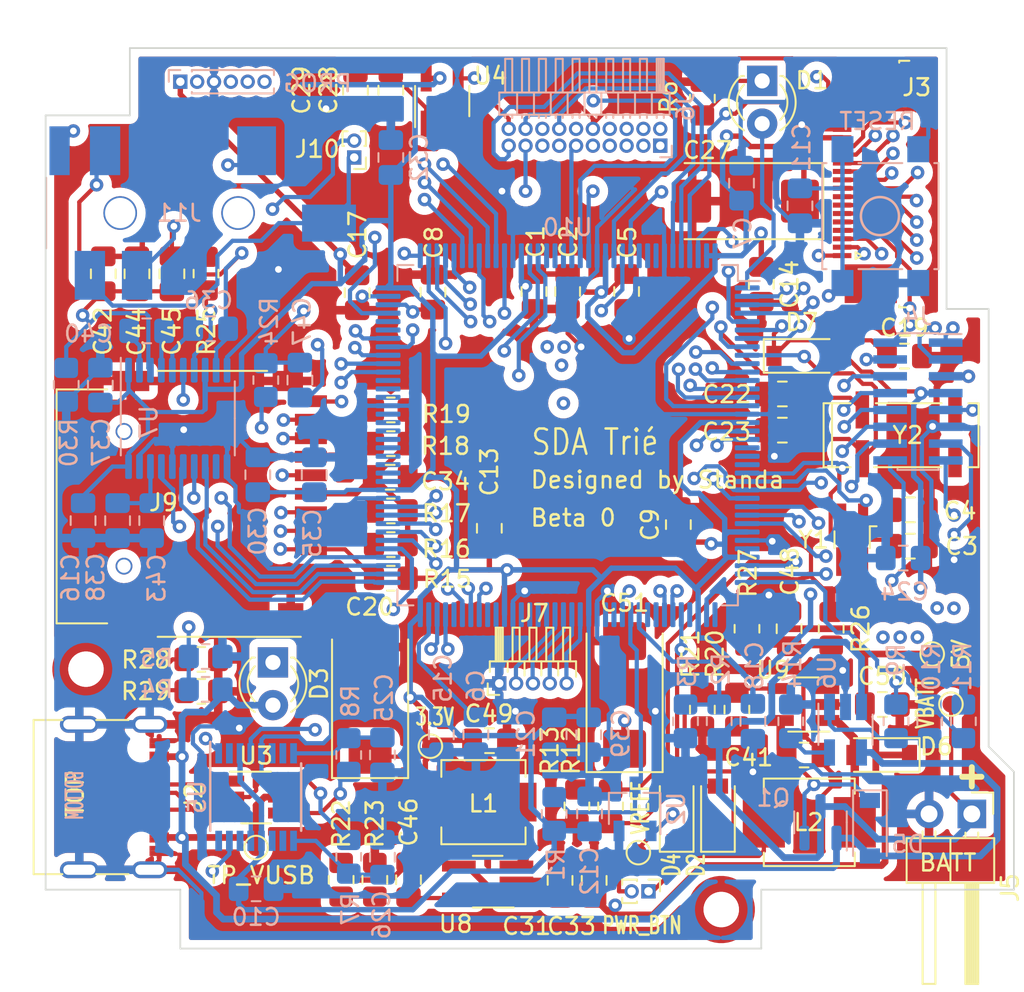
<source format=kicad_pcb>
(kicad_pcb (version 20211014) (generator pcbnew)
  (layers (0 "F.Cu" signal) (1 "In1.Cu" signal) (2 "In2.Cu" signal) (31 "B.Cu" signal) (34 "B.Paste" user) (35 "F.Paste" user) (36 "B.SilkS" user "B.Silkscreen") (37 "F.SilkS" user "F.Silkscreen") (38 "B.Mask" user) (39 "F.Mask" user) (44 "Edge.Cuts" user))
  (net 0 "")
  (net 1 "+3V3")
  (net 2 "GND")
  (net 3 "Net-(C3-Pad2)")
  (net 4 "RESET")
  (net 5 "Net-(C25-Pad1)")
  (net 6 "Net-(C26-Pad1)")
  (net 7 "Net-(C28-Pad1)")
  (net 8 "+5V")
  (net 9 "Net-(C36-Pad1)")
  (net 10 "GNDA")
  (net 11 "Net-(C38-Pad1)")
  (net 12 "Net-(C40-Pad1)")
  (net 13 "Net-(C40-Pad2)")
  (net 14 "VD")
  (net 15 "Net-(C45-Pad1)")
  (net 16 "Net-(C46-Pad2)")
  (net 17 "Net-(C47-Pad1)")
  (net 18 "Net-(C48-Pad1)")
  (net 19 "Net-(D1-Pad1)")
  (net 20 "SYS_LED")
  (net 21 "REG_EN")
  (net 22 "MCU_REG_EN")
  (net 23 "Net-(D3-Pad1)")
  (net 24 "VBUS")
  (net 25 "Net-(D6-Pad2)")
  (net 26 "ISP_SWCLK")
  (net 27 "ISP_SWDIO")
  (net 28 "ISP_TRACESWO")
  (net 29 "Net-(J2-PadA5)")
  (net 30 "Net-(J2-PadA6)")
  (net 31 "Net-(J2-PadA7)")
  (net 33 "Net-(J2-PadB5)")
  (net 35 "KBD_0")
  (net 36 "KBD_1")
  (net 37 "KBD_2")
  (net 38 "KBD_3")
  (net 39 "KBD_4")
  (net 40 "KBD_5")
  (net 41 "KBD_6")
  (net 42 "KBD_7")
  (net 43 "KBD_8")
  (net 44 "KBD_A")
  (net 45 "KBD_B")
  (net 46 "KBD_C")
  (net 47 "KBD_D")
  (net 48 "KBD_E")
  (net 49 "IEXP1_P1")
  (net 50 "IEXP1_P2")
  (net 51 "IEXP1_P3")
  (net 52 "IEXP1_RX")
  (net 53 "IEXP1_TX")
  (net 54 "SPI4_SCK")
  (net 55 "SPI4_MISO")
  (net 56 "SPI4_MOSI")
  (net 57 "+BATT")
  (net 58 "LCD_D0")
  (net 59 "LCD_D1")
  (net 60 "LCD_D2")
  (net 61 "LCD_D3")
  (net 62 "LCD_D4")
  (net 63 "LCD_D5")
  (net 64 "LCD_D6")
  (net 65 "LCD_D7")
  (net 66 "LCD_RST")
  (net 67 "LCD_RD")
  (net 68 "LCD_WR")
  (net 69 "LCD_RS")
  (net 71 "TS_ADC1")
  (net 72 "TS_ADC2")
  (net 73 "TS_P1")
  (net 74 "TS_P2")
  (net 75 "IEXP2_P1")
  (net 76 "IEXP2_P2")
  (net 77 "IEXP2_RX")
  (net 78 "IEXP2_TX")
  (net 79 "IEXP2_P8")
  (net 80 "IEXP2_P9")
  (net 81 "IEXP2_P10")
  (net 82 "SD_D2")
  (net 83 "SD_D3")
  (net 84 "SD_CMD")
  (net 85 "SD_CLK")
  (net 86 "SD_D0")
  (net 87 "SD_D1")
  (net 88 "SD_DETECT")
  (net 89 "Net-(J10-Pad1)")
  (net 90 "JACK_SENSE")
  (net 91 "1.2VREF")
  (net 92 "VBATT_SENSE")
  (net 93 "VBUS_SENSE")
  (net 94 "Net-(R7-Pad1)")
  (net 95 "Net-(R8-Pad1)")
  (net 96 "Net-(R10-Pad2)")
  (net 97 "CHRG_STAT")
  (net 98 "BTN_PWR")
  (net 99 "Net-(R14-Pad2)")
  (net 100 "Net-(R24-Pad1)")
  (net 101 "Net-(R25-Pad1)")
  (net 102 "LCD_BL_SHDN")
  (net 103 "PCM_WS")
  (net 104 "PCM_CK")
  (net 105 "PCM_MUTE")
  (net 106 "PCM_SD")
  (net 107 "FTDI_RX")
  (net 108 "FTDI_TX")
  (net 109 "FTDI_TXE")
  (net 119 "Net-(L1-Pad1)")
  (net 127 "SIDE_BTN_4")
  (net 147 "Net-(C4-Pad2)")
  (net 148 "Net-(C6-Pad1)")
  (net 149 "Net-(C8-Pad1)")
  (net 150 "Net-(C19-Pad1)")
  (net 151 "Net-(C22-Pad2)")
  (net 152 "Net-(C23-Pad2)")
  (net 153 "Net-(D4-Pad2)")
  (net 154 "HALL_SENSE_L")
  (net 155 "HALL_SENSE_R")
  (net 163 "SIDE_BTN_1")
  (net 164 "SIDE_BTN_2")
  (net 165 "SIDE_BTN_3")
  (footprint "Capacitor_SMD:C_0805_2012Metric_Pad1.18x1.45mm_HandSolder" (layer "F.Cu") (at 104 74 -90)
    (fp_text reference "C28")
    (fp_text value "100n")
  )
  (footprint "Resistor_SMD:R_0805_2012Metric_Pad1.20x1.40mm_HandSolder" (layer "F.Cu") (at 122.5 74.5 -90)
    (fp_text reference "R6")
    (fp_text value "220")
  )
  (footprint "Diode_SMD:D_SOD-123" (layer "F.Cu") (at 120.975 117 90)
    (fp_text reference "D4")
    (fp_text value "1N5819HW-7-F")
  )
  (footprint "Capacitor_SMD:C_0805_2012Metric_Pad1.18x1.45mm_HandSolder" (layer "F.Cu") (at 102 86.0375 -90)
    (fp_text reference "C17")
    (fp_text value "100n")
  )
  (footprint "sda-parts:32.768K-85SMXR" (layer "F.Cu") (at 134.9 94.5)
    (fp_text reference "Y2")
    (fp_text value "32.768")
  )
  (footprint "Connector_FFC-FPC:TE_1-1734839-8_1x18-1MP_P0.5mm_Horizontal" (layer "F.Cu") (at 132.15 79.58 90)
    (fp_text reference "J3")
    (fp_text value "KEYBOARD")
  )
  (footprint "Resistor_SMD:R_0805_2012Metric_Pad1.20x1.40mm_HandSolder" (layer "F.Cu") (at 104 103)
    (fp_text reference "R15")
    (fp_text value "47k")
  )
  (footprint "LED_THT:LED_D3.0mm_FlatTop" (layer "F.Cu") (at 126.05 73.45 -90)
    (fp_text reference "D1")
    (fp_text value "SYS_LED")
  )
  (footprint "Connector_PinHeader_1.00mm:PinHeader_1x02_P1.00mm_Vertical" (layer "F.Cu") (at 101.825 78 180)
    (fp_text reference "J10")
    (fp_text value "SPKR")
  )
  (footprint "Capacitor_SMD:C_0805_2012Metric_Pad1.18x1.45mm_HandSolder" (layer "F.Cu") (at 109.85 100.03 90)
    (fp_text reference "C13")
    (fp_text value "100n")
  )
  (footprint "Capacitor_SMD:C_0805_2012Metric_Pad1.18x1.45mm_HandSolder" (layer "F.Cu") (at 133.1875 110.5)
    (fp_text reference "C50")
    (fp_text value "4.7u")
  )
  (footprint "Capacitor_SMD:C_0805_2012Metric_Pad1.18x1.45mm_HandSolder" (layer "F.Cu") (at 116.075 120.95 90)
    (fp_text reference "C33")
    (fp_text value "47u")
  )
  (footprint "Connector_USB:USB_C_Receptacle_XKB_U262-16XN-4BVC11" (layer "F.Cu") (at 86.575 116 -90)
    (fp_text reference "J2")
    (fp_text value "USB_C_Receptacle_USB2.0")
  )
  (footprint "Package_TO_SOT_SMD:TSOT-23-6_HandSoldering" (layer "F.Cu") (at 96 116)
    (fp_text reference "U3")
    (fp_text value "USBLC6")
  )
  (footprint "Capacitor_SMD:C_0805_2012Metric_Pad1.18x1.45mm_HandSolder" (layer "F.Cu") (at 134.5 89.8)
    (fp_text reference "C19")
    (fp_text value "2.2u")
  )
  (footprint "sda-parts:SD-Connector" (layer "F.Cu") (at 84.155 102.28 -90)
    (fp_text reference "J9")
    (fp_text value "Micro_SD_Card_Det")
  )
  (footprint "Diode_SMD:D_SOD-123" (layer "F.Cu") (at 128.4 89.789)
    (fp_text reference "D7")
    (fp_text value "1N5819HW-7-F")
  )
  (footprint "Diode_SMD:D_SOD-123" (layer "F.Cu") (at 123.425 117 90)
    (fp_text reference "D2")
    (fp_text value "1N5819HW-7-F")
  )
  (footprint "Capacitor_SMD:C_0805_2012Metric_Pad1.18x1.45mm_HandSolder" (layer "F.Cu") (at 134.8525 98.933 180)
    (fp_text reference "C4")
    (fp_text value "??")
  )
  (footprint "sda-parts:SDN0530MT100" (layer "F.Cu") (at 128.85 117.5)
    (fp_text reference "L2")
    (fp_text value "10uH")
  )
  (footprint "Resistor_SMD:R_0805_2012Metric_Pad1.20x1.40mm_HandSolder" (layer "F.Cu") (at 117.05 116.55 -90)
    (fp_text reference "R12")
    (fp_text value "10k")
  )
  (footprint "Capacitor_SMD:C_0805_2012Metric_Pad1.18x1.45mm_HandSolder" (layer "F.Cu") (at 127.65 106 90)
    (fp_text reference "C48")
    (fp_text value "??")
  )
  (footprint "Resistor_SMD:R_0805_2012Metric_Pad1.20x1.40mm_HandSolder" (layer "F.Cu") (at 115.05 116.55 -90)
    (fp_text reference "R13")
    (fp_text value "19K")
  )
  (footprint "Capacitor_SMD:C_0805_2012Metric_Pad1.18x1.45mm_HandSolder" (layer "F.Cu") (at 105.05 120.9125 -90)
    (fp_text reference "C46")
    (fp_text value "100n")
  )
  (footprint "Capacitor_SMD:C_0805_2012Metric_Pad1.18x1.45mm_HandSolder" (layer "F.Cu") (at 114.5 85.9625 -90)
    (fp_text reference "C2")
    (fp_text value "100n")
  )
  (footprint "LED_THT:LED_D3.0mm_FlatTop" (layer "F.Cu") (at 97 108 -90)
    (fp_text reference "D3")
    (fp_text value "CHRG_LED")
  )
  (footprint "Package_TO_SOT_SMD:TSOT-23-5_HandSoldering" (layer "F.Cu") (at 109.75 121.05 180)
    (fp_text reference "U8")
    (fp_text value "NCP1529")
  )
  (footprint "Capacitor_SMD:C_0805_2012Metric_Pad1.18x1.45mm_HandSolder" (layer "F.Cu") (at 109.8625 112.65)
    (fp_text reference "C49")
    (fp_text value "47u")
  )
  (footprint "TestPoint:TestPoint_Pad_D1.0mm" (layer "F.Cu") (at 137.26 110.48)
    (fp_text reference "TP3")
    (fp_text value "VBATT")
  )
  (footprint "sda-parts:SMDXT224" (layer "F.Cu") (at 131.445 100.711 -90)
    (fp_text reference "Y1")
    (fp_text value "16Mhz")
  )
  (footprint "Capacitor_Tantalum_SMD:CP_EIA-7343-15_Kemet-W_Pad2.25x2.55mm_HandSolder" (layer "F.Cu") (at 102.7684 110.2864 90)
    (fp_text reference "C20")
    (fp_text value "47u")
  )
  (footprint "Capacitor_SMD:C_0805_2012Metric_Pad1.18x1.45mm_HandSolder" (layer "F.Cu") (at 91 84.9125 -90)
    (fp_text reference "C45")
    (fp_text value "2.2n")
  )
  (footprint "Capacitor_SMD:C_0805_2012Metric_Pad1.18x1.45mm_HandSolder" (layer "F.Cu") (at 112.5 85.9625 -90)
    (fp_text reference "C1")
    (fp_text value "100n")
  )
  (footprint "Resistor_SMD:R_0805_2012Metric_Pad1.20x1.40mm_HandSolder" (layer "F.Cu") (at 124.55 110.8 90)
    (fp_text reference "R20")
    (fp_text value "placeholder")
  )
  (footprint "sda-parts:HCM1A4020V2" (layer "F.Cu") (at 109.5 116.3 180)
    (fp_text reference "L1")
    (fp_text value "4.7uH")
  )
  (footprint "Connector_PinHeader_2.54mm:PinHeader_1x02_P2.54mm_Horizontal" (layer "F.Cu") (at 138.5 117 -90)
    (fp_text reference "J5")
    (fp_text value "BATT")
  )
  (footprint "Capacitor_Tantalum_SMD:CP_EIA-7343-15_Kemet-W_Pad2.25x2.55mm_HandSolder" (layer "F.Cu") (at 125.095 80.5942 180)
    (fp_text reference "C27")
    (fp_text value "47u")
  )
  (footprint "Resistor_SMD:R_0805_2012Metric_Pad1.20x1.40mm_HandSolder" (layer "F.Cu") (at 104 93)
    (fp_text reference "R19")
    (fp_text value "47k")
  )
  (footprint "Connector_PinHeader_1.00mm:PinHeader_1x05_P1.00mm_Horizontal" (layer "F.Cu") (at 110.4392 109.2454 90)
    (fp_text reference "J7")
    (fp_text value "SIDE_BTNS")
  )
  (footprint "Capacitor_SMD:C_0805_2012Metric_Pad1.18x1.45mm_HandSolder" (layer "F.Cu") (at 114.05 120.95 90)
    (fp_text reference "C31")
    (fp_text value "4.7u")
  )
  (footprint "Resistor_SMD:R_0805_2012Metric_Pad1.20x1.40mm_HandSolder" (layer "F.Cu") (at 130.15 106 90)
    (fp_text reference "R26")
    (fp_text value "13k3")
  )
  (footprint "Resistor_SMD:R_0805_2012Metric_Pad1.20x1.40mm_HandSolder" (layer "F.Cu") (at 101.05 120.9125 90)
    (fp_text reference "R22")
    (fp_text value "680K")
  )
  (footprint "Capacitor_SMD:C_0805_2012Metric_Pad1.18x1.45mm_HandSolder" (layer "F.Cu") (at 106.5 86 90)
    (fp_text reference "C8")
    (fp_text value "2.2u")
  )
  (footprint "Diode_SMD:D_SOD-123" (layer "F.Cu") (at 133.15 113.5 180)
    (fp_text reference "D6")
    (fp_text value "MBR0520")
  )
  (footprint "Capacitor_SMD:C_0805_2012Metric_Pad1.18x1.45mm_HandSolder" (layer "F.Cu") (at 134.8525 101.092 180)
    (fp_text reference "C3")
    (fp_text value "??")
  )
  (footprint "Capacitor_SMD:C_0805_2012Metric_Pad1.18x1.45mm_HandSolder" (layer "F.Cu") (at 128.5375 113.5)
    (fp_text reference "C41")
    (fp_text value "2.2u")
  )
  (footprint "Package_TO_SOT_SMD:SOT-23-5_HandSoldering" (layer "F.Cu") (at 107.05 74.65 90)
    (fp_text reference "U4")
    (fp_text value "AP22802AW5-7")
  )
  (footprint "Resistor_SMD:R_0805_2012Metric_Pad1.20x1.40mm_HandSolder" (layer "F.Cu") (at 125.15 106 -90)
    (fp_text reference "R27")
    (fp_text value "40k2")
  )
  (footprint "Capacitor_SMD:C_0805_2012Metric_Pad1.18x1.45mm_HandSolder" (layer "F.Cu") (at 118 85.9625 -90)
    (fp_text reference "C5")
    (fp_text value "100n")
  )
  (footprint "Resistor_SMD:R_0805_2012Metric_Pad1.20x1.40mm_HandSolder" (layer "F.Cu") (at 104 95)
    (fp_text reference "R18")
    (fp_text value "47k")
  )
  (footprint "Capacitor_SMD:C_0805_2012Metric_Pad1.18x1.45mm_HandSolder" (layer "F.Cu") (at 101.9 74 -90)
    (fp_text reference "C29")
    (fp_text value "2.2u")
  )
  (footprint "TestPoint:TestPoint_Pad_D1.0mm" (layer "F.Cu") (at 106.3498 112.9792 90)
    (fp_text reference "TP4" hide)
    (fp_text value "3.3V")
  )
  (footprint "TestPoint:TestPoint_Pad_D1.0mm" (layer "F.Cu") (at 136.15 107.5 -90)
    (fp_text reference "TP5")
    (fp_text value "5V")
  )
  (footprint "Mounting_Wuerth:Mounting_Wuerth_WA-SMSI-M1.6_H1.5mm_9774015633" (layer "F.Cu") (at 85.89666 108.40106)
    (fp_text reference "H1" hide)
    (fp_text value "Hole")
  )
  (footprint "Capacitor_SMD:C_0805_2012Metric_Pad1.18x1.45mm_HandSolder" (layer "F.Cu") (at 127.25 92.05)
    (fp_text reference "C22")
    (fp_text value "??")
  )
  (footprint "Package_TO_SOT_SMD:SOT-23-5_HandSoldering" (layer "F.Cu") (at 128.5 110.5 180)
    (fp_text reference "U9")
    (fp_text value "LMR62014XMF")
  )
  (footprint "Capacitor_Tantalum_SMD:CP_EIA-7343-15_Kemet-W_Pad2.25x2.55mm_HandSolder" (layer "F.Cu") (at 117.8814 109.9316 90)
    (fp_text reference "C51")
    (fp_text value "47u")
  )
  (footprint "Resistor_SMD:R_0805_2012Metric_Pad1.20x1.40mm_HandSolder" (layer "F.Cu") (at 122.5 110.8 -90)
    (fp_text reference "R21")
    (fp_text value "47k")
  )
  (footprint "Resistor_SMD:R_0805_2012Metric_Pad1.20x1.40mm_HandSolder" (layer "F.Cu") (at 104 101)
    (fp_text reference "R16")
    (fp_text value "47k")
  )
  (footprint "TestPoint:TestPoint_Pad_D1.0mm" (layer "F.Cu") (at 96 119)
    (fp_text reference "TP2" hide)
    (fp_text value "TP_VUSB")
  )
  (footprint "Resistor_SMD:R_0805_2012Metric_Pad1.20x1.40mm_HandSolder" (layer "F.Cu") (at 92.75 109.72 180)
    (fp_text reference "R29")
    (fp_text value "5.2k")
  )
  (footprint "Capacitor_SMD:C_0805_2012Metric_Pad1.18x1.45mm_HandSolder" (layer "F.Cu") (at 103.9625 97)
    (fp_text reference "C34")
    (fp_text value "100n")
  )
  (footprint "TestPoint:TestPoint_Pad_D1.0mm" (layer "F.Cu") (at 118.7 119.3)
    (fp_text reference "TP1")
    (fp_text value "VREFF")
  )
  (footprint "Resistor_SMD:R_0805_2012Metric_Pad1.20x1.40mm_HandSolder" (layer "F.Cu") (at 93.025 84.9 90)
    (fp_text reference "R25")
    (fp_text value "470")
  )
  (footprint "Capacitor_SMD:C_0805_2012Metric_Pad1.18x1.45mm_HandSolder" (layer "F.Cu") (at 88.925 84.9125 -90)
    (fp_text reference "C44")
    (fp_text value "100n")
  )
  (footprint "Capacitor_SMD:C_0805_2012Metric_Pad1.18x1.45mm_HandSolder" (layer "F.Cu") (at 86.925 84.9125 -90)
    (fp_text reference "C42")
    (fp_text value "10u")
  )
  (footprint "Capacitor_SMD:C_0805_2012Metric_Pad1.18x1.45mm_HandSolder" (layer "F.Cu") (at 121.075 99.8125 90)
    (fp_text reference "C9")
    (fp_text value "100n")
  )
  (footprint "Resistor_SMD:R_0805_2012Metric_Pad1.20x1.40mm_HandSolder" (layer "F.Cu") (at 104 99)
    (fp_text reference "R17")
    (fp_text value "47k")
  )
  (footprint "Capacitor_SMD:C_0805_2012Metric_Pad1.18x1.45mm_HandSolder" (layer "F.Cu") (at 127.25 94.2)
    (fp_text reference "C23")
    (fp_text value "??")
  )
  (footprint "Mounting_Wuerth:Mounting_Wuerth_WA-SMSI-M1.6_H1.5mm_9774015633" (layer "F.Cu") (at 123.6218 122.682)
    (fp_text reference "H2" hide)
    (fp_text value "Hole")
  )
  (footprint "Resistor_SMD:R_0805_2012Metric_Pad1.20x1.40mm_HandSolder" (layer "F.Cu") (at 103.05 120.9125 -90)
    (fp_text reference "R23")
    (fp_text value "150K")
  )
  (footprint "Resistor_SMD:R_0805_2012Metric_Pad1.20x1.40mm_HandSolder" (layer "F.Cu") (at 92.75 107.82 180)
    (fp_text reference "R28")
    (fp_text value "5.2k")
  )
  (footprint "Capacitor_SMD:C_0805_2012Metric_Pad1.18x1.45mm_HandSolder" (layer "F.Cu") (at 126 85.5375 -90)
    (fp_text reference "C14")
    (fp_text value "100n")
  )
  (footprint "Connector_PinHeader_1.00mm:PinHeader_1x02_P1.00mm_Vertical" (layer "F.Cu") (at 119.3 121.6 -90)
    (fp_text reference "J8")
    (fp_text value "PWR_BTN")
  )
  (footprint "Capacitor_SMD:C_0805_2012Metric_Pad1.18x1.45mm_HandSolder" (layer "B.Cu") (at 93.3 88.175)
    (fp_text reference "C36")
    (fp_text value "2.2u")
  )
  (footprint "Resistor_SMD:R_0805_2012Metric_Pad1.20x1.40mm_HandSolder" (layer "B.Cu") (at 101.5 113.5 90)
    (fp_text reference "R8")
    (fp_text value "27R")
  )
  (footprint "Capacitor_SMD:C_0805_2012Metric_Pad1.18x1.45mm_HandSolder" (layer "B.Cu") (at 109.05 112.3 -90)
    (fp_text reference "C6")
    (fp_text value "2.2u")
  )
  (footprint "Resistor_SMD:R_0805_2012Metric_Pad1.20x1.40mm_HandSolder" (layer "B.Cu") (at 96.575 91.225 90)
    (fp_text reference "R24")
    (fp_text value "470")
  )
  (footprint "Package_TO_SOT_SMD:TSOT-23" (layer "B.Cu") (at 118.5 116.7 90)
    (fp_text reference "U2")
    (fp_text value "TLV431")
  )
  (footprint "Capacitor_SMD:C_0805_2012Metric_Pad1.18x1.45mm_HandSolder" (layer "B.Cu") (at 125.5 111.5 -90)
    (fp_text reference "C18")
    (fp_text value "100n")
  )
  (footprint "Capacitor_SMD:C_0805_2012Metric_Pad1.18x1.45mm_HandSolder" (layer "B.Cu") (at 99.45 96.85 90)
    (fp_text reference "C35")
    (fp_text value "10u")
  )
  (footprint "Capacitor_SMD:C_0805_2012Metric_Pad1.18x1.45mm_HandSolder" (layer "B.Cu") (at 89.8 99.575 -90)
    (fp_text reference "C43")
    (fp_text value "100n")
  )
  (footprint "Connector_PinHeader_1.00mm:PinHeader_1x06_P1.00mm_Vertical" (layer "B.Cu") (at 91.5 73.5 -90)
    (fp_text reference "J1")
    (fp_text value "PROG")
  )
  (footprint "Diode_SMD:D_SOD-123" (layer "B.Cu") (at 132.45 117.85 -90)
    (fp_text reference "D5")
    (fp_text value "1N4148W")
  )
  (footprint "Package_TO_SOT_SMD:SOT-23" (layer "B.Cu") (at 129.5146 117.5004 90)
    (fp_text reference "Q1")
    (fp_text value "IRLML6302")
  )
  (footprint "Capacitor_SMD:C_0805_2012Metric_Pad1.18x1.45mm_HandSolder" (layer "B.Cu") (at 134.425 101.8 180)
    (fp_text reference "C24")
    (fp_text value "10u")
  )
  (footprint "Capacitor_SMD:C_0805_2012Metric_Pad1.18x1.45mm_HandSolder" (layer "B.Cu") (at 96 121.45)
    (fp_text reference "C10")
    (fp_text value "100n")
  )
  (footprint "Resistor_SMD:R_0805_2012Metric_Pad1.20x1.40mm_HandSolder" (layer "B.Cu") (at 127.75 111.5 -90)
    (fp_text reference "R14")
    (fp_text value "2k")
  )
  (footprint "Resistor_SMD:R_0805_2012Metric_Pad1.20x1.40mm_HandSolder" (layer "B.Cu") (at 121.5 111.5 -90)
    (fp_text reference "R3")
    (fp_text value "15K")
  )
  (footprint "Capacitor_SMD:C_0805_2012Metric_Pad1.18x1.45mm_HandSolder" (layer "B.Cu") (at 96.1 96.85 90)
    (fp_text reference "C30")
    (fp_text value "10u")
  )
  (footprint "Capacitor_SMD:C_0805_2012Metric_Pad1.18x1.45mm_HandSolder" (layer "B.Cu") (at 85.725 99.575 -90)
    (fp_text reference "C16")
    (fp_text value "100n")
  )
  (footprint "Connector_PinHeader_1.00mm:PinHeader_2x08_P1.00mm_Vertical_SMD" (layer "B.Cu") (at 135.3 92.5 180)
    (fp_text reference "J4")
    (fp_text value "INT_EXP")
  )
  (footprint "Resistor_SMD:R_0805_2012Metric_Pad1.20x1.40mm_HandSolder" (layer "B.Cu") (at 138 111.5 -90)
    (fp_text reference "R11")
    (fp_text value "15k")
  )
  (footprint "Capacitor_SMD:C_0805_2012Metric_Pad1.18x1.45mm_HandSolder" (layer "B.Cu") (at 87.775 99.575 -90)
    (fp_text reference "C38")
    (fp_text value "10u")
  )
  (footprint "sda-parts:3.5 Jack" (layer "B.Cu") (at 83.63 81.3 180)
    (fp_text reference "J11")
    (fp_text value "AudioJack")
  )
  (footprint "Capacitor_SMD:C_0805_2012Metric_Pad1.18x1.45mm_HandSolder" (layer "B.Cu") (at 113.7 112.3 -90)
    (fp_text reference "C21")
    (fp_text value "4.7u")
  )
  (footprint "Capacitor_SMD:C_0805_2012Metric_Pad1.18x1.45mm_HandSolder" (layer "B.Cu") (at 107 112.3 -90)
    (fp_text reference "C15")
    (fp_text value "100n")
  )
  (footprint "Capacitor_SMD:C_0805_2012Metric_Pad1.18x1.45mm_HandSolder" (layer "B.Cu") (at 115.75 112.3 -90)
    (fp_text reference "C39")
    (fp_text value "4.7u")
  )
  (footprint "Resistor_SMD:R_0805_2012Metric_Pad1.20x1.40mm_HandSolder" (layer "B.Cu") (at 136 111.5 -90)
    (fp_text reference "R10")
    (fp_text value "10k")
  )
  (footprint "Resistor_SMD:R_0805_2012Metric_Pad1.20x1.40mm_HandSolder" (layer "B.Cu") (at 101.5 119.55 -90)
    (fp_text reference "R7")
    (fp_text value "27")
  )
  (footprint "Button_Switch_SMD:SW_SPST_B3S-1000" (layer "B.Cu") (at 133.0706 81.4832 90)
    (fp_text reference "SW1")
    (fp_text value "RESET")
  )
  (footprint "Package_SO:SSOP-16_3.9x4.9mm_P0.635mm" (layer "B.Cu") (at 96 116 -90)
    (fp_text reference "U5")
    (fp_text value "FT230XS")
  )
  (footprint "Capacitor_SMD:C_0805_2012Metric_Pad1.18x1.45mm_HandSolder" (layer "B.Cu") (at 103.5 119.575 90)
    (fp_text reference "C26")
    (fp_text value "47p")
  )
  (footprint "Package_TO_SOT_SMD:SOT-23-5_HandSoldering" (layer "B.Cu") (at 131 112 -90)
    (fp_text reference "U6")
    (fp_text value "MCP73831-2-OT")
  )
  (footprint "Resistor_SMD:R_0805_2012Metric_Pad1.20x1.40mm_HandSolder" (layer "B.Cu") (at 93 109.6)
    (fp_text reference "R4")
    (fp_text value "10k")
  )
  (footprint "Capacitor_SMD:C_0805_2012Metric_Pad1.18x1.45mm_HandSolder" (layer "B.Cu") (at 128.2954 80.8736 -90)
    (fp_text reference "C11")
    (fp_text value "100n")
  )
  (footprint "Capacitor_SMD:C_0805_2012Metric_Pad1.18x1.45mm_HandSolder" (layer "B.Cu") (at 89.5 88.3)
    (fp_text reference "C40")
    (fp_text value "22u")
  )
  (footprint "Resistor_SMD:R_0805_2012Metric_Pad1.20x1.40mm_HandSolder" (layer "B.Cu") (at 84.725 91.5 90)
    (fp_text reference "R30")
    (fp_text value "0")
  )
  (footprint "Capacitor_SMD:C_0805_2012Metric_Pad1.18x1.45mm_HandSolder" (layer "B.Cu") (at 86.75 91.525 90)
    (fp_text reference "C37")
    (fp_text value "100n")
  )
  (footprint "Capacitor_SMD:C_0805_2012Metric_Pad1.18x1.45mm_HandSolder" (layer "B.Cu") (at 124.825 79.525 90)
    (fp_text reference "C7")
    (fp_text value "100n")
  )
  (footprint "Resistor_SMD:R_0805_2012Metric_Pad1.20x1.40mm_HandSolder" (layer "B.Cu") (at 123.5 111.5 -90)
    (fp_text reference "R2")
    (fp_text value "10k")
  )
  (footprint "Resistor_SMD:R_0805_2012Metric_Pad1.20x1.40mm_HandSolder" (layer "B.Cu") (at 93 107.65)
    (fp_text reference "R5")
    (fp_text value "15K")
  )
  (footprint "Capacitor_SMD:C_0805_2012Metric_Pad1.18x1.45mm_HandSolder" (layer "B.Cu") (at 104 78 90)
    (fp_text reference "C32")
    (fp_text value "100n")
  )
  (footprint "Capacitor_SMD:C_0805_2012Metric_Pad1.18x1.45mm_HandSolder" (layer "B.Cu") (at 98.6 91.225 -90)
    (fp_text reference "C47")
    (fp_text value "2.2n")
  )
  (footprint "Connector_PinHeader_1.00mm:PinHeader_2x10_P1.00mm_Horizontal" (layer "B.Cu") (at 120 77.3 90)
    (fp_text reference "J6")
    (fp_text value "HINGE")
  )
  (footprint "Resistor_SMD:R_0805_2012Metric_Pad1.20x1.40mm_HandSolder" (layer "B.Cu") (at 113.7 117 -90)
    (fp_text reference "R1")
    (fp_text value "10k")
  )
  (footprint "Package_QFP:LQFP-144_20x20mm_P0.5mm" (layer "B.Cu") (at 114.5 94.5 180)
    (fp_text reference "U10")
    (fp_text value "STM32H743ZITx")
  )
  (footprint "Capacitor_SMD:C_0805_2012Metric_Pad1.18x1.45mm_HandSolder" (layer "B.Cu") (at 115.8 117 90)
    (fp_text reference "C12")
    (fp_text value "100n")
  )
  (footprint "Capacitor_SMD:C_0805_2012Metric_Pad1.18x1.45mm_HandSolder" (layer "B.Cu") (at 103.5 113.5 -90)
    (fp_text reference "C25")
    (fp_text value "47p")
  )
  (footprint "Package_SO:TSSOP-20_4.4x6.5mm_P0.65mm" (layer "B.Cu") (at 91.35 93.5 -90)
    (fp_text reference "U7")
    (fp_text value "PCM5102")
  )
  (footprint "Resistor_SMD:R_0805_2012Metric_Pad1.20x1.40mm_HandSolder" (layer "B.Cu") (at 134 111.5 90)
    (fp_text reference "R9")
    (fp_text value "470")
  )
  (gr_circle (center 133.0452 81.4832) (end 133.8452 82.2832) (layer "B.SilkS") (width 0.15) (fill none))
  (gr_line (start 126 121.5) (end 126 125) (layer "Edge.Cuts") (width 0.1))
  (gr_line (start 88.5 71.5) (end 137 71.5) (layer "Edge.Cuts") (width 0.1))
  (gr_line (start 141 121.5) (end 126 121.5) (layer "Edge.Cuts") (width 0.1))
  (gr_line (start 139.5 113) (end 141 114.5) (layer "Edge.Cuts") (width 0.1))
  (gr_line (start 83.5 121.5) (end 91.5 121.5) (layer "Edge.Cuts") (width 0.1))
  (gr_line (start 139.5 87) (end 139.5 113) (layer "Edge.Cuts") (width 0.1))
  (gr_line (start 126 125) (end 91.5 125) (layer "Edge.Cuts") (width 0.1))
  (gr_line (start 88.5 75.5) (end 88.5 71.5) (layer "Edge.Cuts") (width 0.1))
  (gr_line (start 83.5 121.5) (end 83.5 75.5) (layer "Edge.Cuts") (width 0.1))
  (gr_line (start 137 71.5) (end 137 87) (layer "Edge.Cuts") (width 0.1))
  (gr_line (start 83.5 75.5) (end 88.5 75.5) (layer "Edge.Cuts") (width 0.1))
  (gr_line (start 141 114.5) (end 141 121.5) (layer "Edge.Cuts") (width 0.1))
  (gr_line (start 137 87) (end 139.5 87) (layer "Edge.Cuts") (width 0.1))
  (gr_line (start 91.5 121.5) (end 91.5 125) (layer "Edge.Cuts") (width 0.1))
  (gr_text "BOTTOM" (at 85.225 115.9 90) (layer "B.SilkS") (effects (font (size 1 0.5) (thickness 0.125)) (justify mirror)))
  (gr_text "Beta 0" (at 114.83 99.41) (layer "F.SilkS") (effects (font (size 1 1))))
  (gr_text "+" (at 138.5 114.69) (layer "F.SilkS") (effects (font (size 1.5 1.5) (thickness 0.35))))
  (gr_text "TOP" (at 85.25 115.775 90) (layer "F.SilkS") (effects (font (size 1 1))))
  (gr_text "SDA Trié" (at 116.1254 94.9142) (layer "F.SilkS") (effects (font (size 1.5 1.2))))
  (gr_text "Designed by Standa" (at 119.8338 97.1494) (layer "F.SilkS") (effects (font (size 1 1))))
  (segment (start 126 84.5) (end 126 82.5152) (width 0.32) (layer "F.Cu") (net 1))
  (segment (start 106.05 113.3398) (end 106.05 112.65) (width 0.32) (layer "F.Cu") (net 1))
  (segment (start 105.1125 118.31) (end 105.1125 119.8125) (width 0.32) (layer "F.Cu") (net 1))
  (segment (start 131.937902 90.7245) (end 132.523827 90.7245) (width 0.25) (layer "F.Cu") (net 1))
  (segment (start 91.91 79.69) (end 96.94 79.69) (width 0.32) (layer "F.Cu") (net 1))
  (segment (start 106.025 112.625) (end 108.8 112.625) (width 0.32) (layer "F.Cu") (net 1))
  (segment (start 106.8876 73.3) (end 106.9086 73.279) (width 0.32) (layer "F.Cu") (net 1))
  (segment (start 132.523827 90.7245) (end 133.699663 91.900337) (width 0.25) (layer "F.Cu") (net 1))
  (segment (start 102.925 97) (end 103 97) (width 0.32) (layer "F.Cu") (net 1))
  (segment (start 105 99) (end 105 101) (width 0.32) (layer "F.Cu") (net 1))
  (segment (start 105 95) (end 105 93) (width 0.32) (layer "F.Cu") (net 1))
  (segment (start 99.255 97.98) (end 101.945 97.98) (width 0.32) (layer "F.Cu") (net 1))
  (segment (start 102.882 113.6) (end 106.2878 113.6) (width 0.25) (layer "F.Cu") (net 1))
  (segment (start 104.025 120.9275) (end 102.065 120.9275) (width 0.32) (layer "F.Cu") (net 1))
  (segment (start 109.85 101.0675) (end 109.85 102.48) (width 0.32) (layer "F.Cu") (net 1))
  (segment (start 89.240001 82.359999) (end 91.325 80.275) (width 0.32) (layer "F.Cu") (net 1))
  (segment (start 131.002402 89.789) (end 131.937902 90.7245) (width 0.25) (layer "F.Cu") (net 1))
  (segment (start 112.5 84.925) (end 112 85.425) (width 0.32) (layer "F.Cu") (net 1))
  (segment (start 106.05 117.2475) (end 106.1125 117.31) (width 0.32) (layer "F.Cu") (net 1))
  (segment (start 115.575 86) (end 114.5 84.925) (width 0.32) (layer "F.Cu") (net 1))
  (segment (start 91.325 80.275) (end 91.91 79.69) (width 0.32) (layer "F.Cu") (net 1))
  (segment (start 101.945 97.98) (end 102.925 97) (width 0.32) (layer "F.Cu") (net 1))
  (segment (start 112.5 84.925) (end 114.5 84.925) (width 0.32) (layer "F.Cu") (net 1))
  (segment (start 121.075 100.85) (end 122.925 100.85) (width 0.32) (layer "F.Cu") (net 1))
  (segment (start 133.699663 91.900337) (end 135.372382 91.900337) (width 0.25) (layer "F.Cu") (net 1))
  (segment (start 91.5 74.25) (end 91.5 73.5) (width 0.32) (layer "F.Cu") (net 1))
  (segment (start 101 83.75) (end 101 84) (width 0.32) (layer "F.Cu") (net 1))
  (segment (start 122.925 100.85) (end 123.025 100.95) (width 0.32) (layer "F.Cu") (net 1))
  (segment (start 102.065 120.9275) (end 101.05 119.9125) (width 0.32) (layer "F.Cu") (net 1))
  (segment (start 127.148706 77.35) (end 125.35 77.35) (width 0.32) (layer "F.Cu") (net 1))
  (segment (start 125.35 77.35) (end 124.733726 76.733726) (width 0.32) (layer "F.Cu") (net 1))
  (segment (start 128.529 76.83) (end 127.668706 76.83) (width 0.32) (layer "F.Cu") (net 1))
  (segment (start 128.529 80.3602) (end 128.295 80.5942) (width 0.32) (layer "F.Cu") (net 1))
  (segment (start 106.05 112.65) (end 106.025 112.625) (width 0.32) (layer "F.Cu") (net 1))
  (segment (start 103 97) (end 105 99) (width 0.32) (layer "F.Cu") (net 1))
  (segment (start 88.925 83.875) (end 89.240001 83.559999) (width 0.32) (layer "F.Cu") (net 1))
  (segment (start 124.733726 76.733726) (end 123.937609 76.733726) (width 0.32) (layer "F.Cu") (net 1))
  (segment (start 105.15 110.075) (end 105.075 110.15) (width 0.32) (layer "F.Cu") (net 1))
  (segment (start 106.05 110.975) (end 105.15 110.075) (width 0.32) (layer "F.Cu") (net 1))
  (segment (start 126 82.5152) (end 125.984 82.4992) (width 0.32) (layer "F.Cu") (net 1))
  (segment (start 106.299 113.5888) (end 106.05 113.8378) (width 0.32) (layer "F.Cu") (net 1))
  (segment (start 89.240001 83.559999) (end 89.240001 82.359999) (width 0.32) (layer "F.Cu") (net 1))
  (segment (start 105.1125 119.8125) (end 105.05 119.875) (width 0.32) (layer "F.Cu") (net 1))
  (segment (start 112 85.425) (end 112 85.65) (width 0.32) (layer "F.Cu") (net 1))
  (segment (start 106.962299 103) (end 107.462299 102.5) (width 0.32) (layer "F.Cu") (net 1))
  (segment (start 109.85 102.48) (end 109.83 102.5) (width 0.32) (layer "F.Cu") (net 1))
  (segment (start 106.1 73.3) (end 106.8876 73.3) (width 0.32) (layer "F.Cu") (net 1))
  (segment (start 116.5 86) (end 115.575 86) (width 0.32) (layer "F.Cu") (net 1))
  (segment (start 106.05 113.8378) (end 106.05 117.2475) (width 0.32) (layer "F.Cu") (net 1))
  (segment (start 103 97) (end 105 95) (width 0.32) (layer "F.Cu") (net 1))
  (segment (start 130.05 89.789) (end 131.002402 89.789) (width 0.25) (layer "F.Cu") (net 1))
  (segment (start 106.29 117.31) (end 107.3 116.3) (width 0.32) (layer "F.Cu") (net 1))
  (segment (start 94.8375 77.5875) (end 91.5 74.25) (width 0.32) (layer "F.Cu") (net 1))
  (segment (start 101 83.75) (end 96.94 79.69) (width 0.32) (layer "F.Cu") (net 1))
  (segment (start 105 103) (end 105 101) (width 0.32) (layer "F.Cu") (net 1))
  (segment (start 105.1125 118.31) (end 106.1125 117.31) (width 0.32) (layer "F.Cu") (net 1))
  (segment (start 128.529 76.83) (end 128.529 80.3602) (width 0.32) (layer "F.Cu") (net 1))
  (segment (start 101 84) (end 102 85) (width 0.32) (layer "F.Cu") (net 1))
  (segment (start 86.925 83.875) (end 86.925 83.7875) (width 0.32) (layer "F.Cu") (net 1))
  (segment (start 106.299 113.5888) (end 106.05 113.3398) (width 0.32) (layer "F.Cu") (net 1))
  (segment (start 88.925 83.875) (end 86.925 83.875) (width 0.32) (layer "F.Cu") (net 1))
  (segment (start 135.372382 91.900337) (end 135.4755 92.003455) (width 0.32) (layer "F.Cu") (net 1))
  (segment (start 128.529 76.83) (end 130.8 76.83) (width 0.32) (layer "F.Cu") (net 1))
  (segment (start 108.8 112.625) (end 108.825 112.65) (width 0.32) (layer "F.Cu") (net 1))
  (segment (start 106.05 112.65) (end 106.05 110.975) (width 0.32) (layer "F.Cu") (net 1))
  (segment (start 106.1125 117.31) (end 106.29 117.31) (width 0.32) (layer "F.Cu") (net 1))
  (segment (start 116.5 86) (end 116.925 86) (width 0.32) (layer "F.Cu") (net 1))
  (segment (start 105 103) (end 106.962299 103) (width 0.32) (layer "F.Cu") (net 1))
  (segment (start 127.668706 76.83) (end 127.148706 77.35) (width 0.32) (layer "F.Cu") (net 1))
  (segment (start 105.05 119.9025) (end 104.025 120.9275) (width 0.32) (layer "F.Cu") (net 1))
  (segment (start 107.462299 102.5) (end 109.83 102.5) (width 0.32) (layer "F.Cu") (net 1))
  (segment (start 102.7684 113.4864) (end 102.882 113.6) (width 0.25) (layer "F.Cu") (net 1))
  (segment (start 106.2878 113.6) (end 106.299 113.5888) (width 0.25) (layer "F.Cu") (net 1))
  (segment (start 116.925 86) (end 118 84.925) (width 0.32) (layer "F.Cu") (net 1))
  (segment (start 109.85 101.0675) (end 109.85 101.45) (width 0.32) (layer "F.Cu") (net 1))
  (segment (start 96.94 79.69) (end 94.8375 77.5875) (width 0.32) (layer "F.Cu") (net 1))
  (segment (start 109.83 102.5) (end 110.9 102.5) (width 0.32) (layer "F.Cu") (net 1))
  (via (at 112 85.65) (size 0.8) (drill 0.4) (layers "F.Cu" "B.Cu") (net 1))
  (via (at 125.984 82.4992) (size 0.8) (drill 0.4) (layers "F.Cu" "B.Cu") (net 1))
  (via (at 135.456655 103.570752) (size 0.8) (drill 0.4) (layers "F.Cu" "B.Cu") (net 1))
  (via (at 135.4755 92.003455) (size 0.8) (drill 0.4) (layers "F.Cu" "B.Cu") (net 1))
  (via (at 105.15 110.075) (size 0.8) (drill 0.4) (layers "F.Cu" "B.Cu") (net 1))
  (via (at 128.925 103.95) (size 0.8) (drill 0.4) (layers "F.Cu" "B.Cu") (net 1))
  (via (at 110.9 102.5) (size 0.8) (drill 0.4) (layers "F.Cu" "B.Cu") (net 1))
  (via (at 116.5 86) (size 0.8) (drill 0.4) (layers "F.Cu" "B.Cu") (net 1))
  (via (at 123.025 100.95) (size 0.8) (drill 0.4) (layers "F.Cu" "B.Cu") (net 1))
  (via (at 106.9086 73.279) (size 0.8) (drill 0.4) (layers "F.Cu" "B.Cu") (net 1))
  (via (at 101 83.75) (size 0.8) (drill 0.4) (layers "F.Cu" "B.Cu") (net 1))
  (via (at 123.937609 76.733726) (size 0.8) (drill 0.4) (layers "F.Cu" "B.Cu") (net 1))
  (segment (start 106.075 96.925) (end 106.5 96.5) (width 0.32) (layer "B.Cu") (net 1))
  (segment (start 102.7 81.75) (end 104 81.75) (width 0.32) (layer "B.Cu") (net 1))
  (segment (start 105.8125 110.075) (end 107 111.2625) (width 0.32) (layer "B.Cu") (net 1))
  (segment (start 111.75 83.8375) (end 111.75 85.4) (width 0.32) (layer "B.Cu") (net 1))
  (segment (start 112.4 120.4) (end 113.7 119.1) (width 0.32) (layer "B.Cu") (net 1))
  (segment (start 111.75 85.4) (end 112 85.65) (width 0.32) (layer "B.Cu") (net 1))
  (segment (start 123.7 79.4375) (end 123.7 77.55) (width 0.32) (layer "B.Cu") (net 1))
  (segment (start 95.134501 91.615499) (end 94.975 91.775) (width 0.32) (layer "B.Cu") (net 1))
  (segment (start 106.624598 103.25) (end 106.624598 103.275402) (width 0.32) (layer "B.Cu") (net 1))
  (segment (start 116.5 103) (end 117.1 102.4) (width 0.32) (layer "B.Cu") (net 1))
  (segment (start 113.75 111.2125) (end 116.05 111.2125) (width 0.32) (layer "B.Cu") (net 1))
  (segment (start 105.15 105.7625) (end 105.45625 105.45625) (width 0.32) (layer "B.Cu") (net 1))
  (segment (start 122.4 93.75) (end 121.2 94.95) (width 0.32) (layer "B.Cu") (net 1))
  (segment (start 107 111.2625) (end 108.0875 112.35) (width 0.32) (layer "B.Cu") (net 1))
  (segment (start 112 87.15) (end 112 85.65) (width 0.32) (layer "B.Cu") (net 1))
  (segment (start 135.4625 97.3375) (end 135.4625 98.5875) (width 0.32) (layer "B.Cu") (net 1))
  (segment (start 102.4 84.1) (end 102.45 84.1) (width 0.32) (layer "B.Cu") (net 1))
  (segment (start 123.975 101.75) (end 125.1625 101.75) (width 0.32) (layer "B.Cu") (net 1))
  (segment (start 104 85.5) (end 103.8375 85.6625) (width 0.32) (layer "B.Cu") (net 1))
  (segment (start 95.134501 89.68886) (end 95.134501 91.615499) (width 0.32) (layer "B.Cu") (net 1))
  (segment (start 105.651518 97.348482) (end 105.25 97.75) (width 0.32) (layer "B.Cu") (net 1))
  (segment (start 123.25 84.75) (end 118.4 89.6) (width 0.32) (layer "B.Cu") (net 1))
  (segment (start 118.4 89.6) (end 117.8 89.6) (width 0.32) (layer "B.Cu") (net 1))
  (segment (start 106.15 97) (end 107.1 97) (width 0.32) (layer "B.Cu") (net 1))
  (segment (start 125.5 109.25) (end 124.929658 108.679658) (width 0.32) (layer "B.Cu") (net 1))
  (segment (start 105.75 105.1625) (end 105.75 104.15) (width 0.32) (layer "B.Cu") (net 1))
  (segment (start 135.4625 98.5875) (end 135.4625 101.8) (width 0.32) (layer "B.Cu") (net 1))
  (segment (start 106.075 96.925) (end 106.15 97) (width 0.32) (layer "B.Cu") (net 1))
  (segment (start 105.309501 122.690499) (end 107.6 120.4) (width 0.32) (layer "B.Cu") (net 1))
  (segment (start 110.75 102.75) (end 111 102.5) (width 0.32) (layer "B.Cu") (net 1))
  (segment (start 123.05 100.975) (end 123.825 100.975) (width 0.32) (layer "B.Cu") (net 1))
  (segment (start 105.15 85.75) (end 106.493087 87.093087) (width 0.32) (layer "B.Cu") (net 1))
  (segment (start 113.7 118) (end 115.7625 118) (width 0.32) (layer "B.Cu") (net 1))
  (segment (start 96.3175 116.3425) (end 96.3175 117.1075) (width 0.32) (layer "B.Cu") (net 1))
  (segment (start 135.55 98.5) (end 135.4625 98.5875) (width 0.32) (layer "B.Cu") (net 1))
  (segment (start 125.1 80.8375) (end 125.1 83.575) (width 0.32) (layer "B.Cu") (net 1))
  (segment (start 108.0875 112.35) (end 112.3 112.35) (width 0.32) (layer "B.Cu") (net 1))
  (segment (start 124.8375 83.8375) (end 125.984 82.691) (width 0.32) (layer "B.Cu") (net 1))
  (segment (start 111 102.5) (end 111.75 102.5) (width 0.32) (layer "B.Cu") (net 1))
  (segment (start 105.44375 77.59375) (end 105.44375 73.75625) (width 0.32) (layer "B.Cu") (net 1))
  (segment (start 85.725 98.5375) (end 85.725 98.1125) (width 0.25) (layer "B.Cu") (net 1))
  (segment (start 123.825 99.475) (end 123.8 99.45) (width 0.32) (layer "B.Cu") (net 1))
  (segment (start 89.7495 93.1245) (end 92.8005 93.1245) (width 0.25) (layer "B.Cu") (net 1))
  (segment (start 106.624598 103.25) (end 107.4245 102.450098) (width 0.32) (layer "B.Cu") (net 1))
  (segment (start 106.624598 103.275402) (end 105.75 104.15) (width 0.32) (layer "B.Cu") (net 1))
  (segment (start 107.9 97.8) (end 107.9 102.5) (width 0.32) (layer "B.Cu") (net 1))
  (segment (start 135.478955 92) (end 135.4755 92.003455) (width 0.32) (layer "B.Cu") (net 1))
  (segment (start 88.425 96.3625) (end 88.425 95.575) (width 0.25) (layer "B.Cu") (net 1))
  (segment (start 125.1625 101.25) (end 125.1625 101.75) (width 0.32) (layer "B.Cu") (net 1))
  (segment (start 107.4 102.5) (end 107.55 102.5) (width 0.32) (layer "B.Cu") (net 1))
  (segment (start 101.2625 97.8875) (end 101.4 97.75) (width 0.25) (layer "B.Cu") (net 1))
  (segment (start 96.3175 117.1075) (end 96.3175 118.6) (width 0.32) (layer "B.Cu") (net 1))
  (segment (start 115.75 111.2625) (end 115.75 105.1625) (width 0.25) (layer "B.Cu") (net 1))
  (segment (start 94.9625 121.45) (end 94.9625 122.3625) (width 0.32) (layer "B.Cu") (net 1))
  (segment (start 115.7 87.5) (end 115.7 86.8) (width 0.32) (layer "B.Cu") (net 1))
  (segment (start 113.3875 111.2625) (end 113.7 111.2625) (width 0.32) (layer "B.Cu") (net 1))
  (segment (start 124.85 80.5375) (end 124.825 80.5625) (width 0.32) (layer "B.Cu") (net 1))
  (segment (start 107.6 120.4) (end 112.4 120.4) (width 0.32) (layer "B.Cu") (net 1))
  (segment (start 98.7 73.675) (end 105.525 73.675) (width 0.32) (layer "B.Cu") (net 1))
  (segment (start 122.75 83.8375) (end 123.25 83.8375) (width 0.32) (layer "B.Cu") (net 1))
  (segment (start 117.8 89.6) (end 115.7 87.5) (width 0.32) (layer "B.Cu") (net 1))
  (segment (start 106.5 89.6) (end 106.706759 89.806759) (width 0.32) (layer "B.Cu") (net 1))
  (segment (start 135.4755 92.2245) (end 135.05 92.65) (width 0.32) (layer "B.Cu") (net 1))
  (segment (start 125 80.5375) (end 124.85 80.5375) (width 0.32) (layer "B.Cu") (net 1))
  (segment (start 87.225 92.5375) (end 86.975 92.7875) (width 0.32) (layer "B.Cu") (net 1))
  (segment (start 116.75 83.8375) (end 116.75 85.825402) (width 0.32) (layer "B.Cu") (net 1))
  (segment (start 85.725 98.1125) (end 87.475 96.3625) (width 0.25) (layer "B.Cu") (net 1))
  (segment (start 94.9625 121.45) (end 94.65 121.45) (width 0.32) (layer "B.Cu") (net 1))
  (segment (start 122.1125 103.6125) (end 122.25 103.75) (width 0.32) (layer "B.Cu") (net 1))
  (segment (start 122.35 106.55) (end 122.25 106.45) (width 0.32) (layer "B.Cu") (net 1))
  (segment (start 112.45625 112.50625) (end 113.7 111.2625) (width 0.32) (layer "B.Cu") (net 1))
  (segment (start 106.5126 73.675) (end 106.9086 73.279) (width 0.32) (layer "B.Cu") (net 1))
  (segment (start 102.45 83.4) (end 102.29 83.24) (width 0.32) (layer "B.Cu") (net 1))
  (segment (start 101 85.5) (end 99.323361 85.5) (width 0.32) (layer "B.Cu") (net 1))
  (segment (start 123.7 77.55) (end 123.937609 77.312391) (width 0.32) (layer "B.Cu") (net 1))
  (segment (start 124.825 80.5625) (end 123.7 79.4375) (width 0.32) (layer "B.Cu") (net 1))
  (segment (start 135.05 96.925) (end 135.4625 97.3375) (width 0.32) (layer "B.Cu") (net 1))
  (segment (start 136.95 92) (end 135.478955 92) (width 0.32) (layer "B.Cu") (net 1))
  (segment (start 92.975 92.95) (end 92.975 91.775) (width 0.32) (layer "B.Cu") (net 1))
  (segment (start 122.3 97.95) (end 123.8 99.45) (width 0.32) (layer "B.Cu") (net 1))
  (segment (start 121.75 97.95) (end 122.3 97.95) (width 0.32) (layer "B.Cu") (net 1))
  (segment (start 123.825 100.825) (end 123.825 99.475) (width 0.32) (layer "B.Cu") (net 1))
  (segment (start 89.575 92.95) (end 89.7495 93.1245) (width 0.25) (layer "B.Cu") (net 1))
  (segment (start 123.825 100.975) (end 123.825 101.6) (width 0.32) (layer "B.Cu") (net 1))
  (segment (start 94.975 91.775) (end 92.975 91.775) (width 0.32) (layer "B.Cu") (net 1))
  (segment (start 94.9625 120.8375) (end 94.9625 121.45) (width 0.32) (layer "B.Cu") (net 1))
  (segment (start 88.4875 91.8625) (end 89.575 92.95) (width 0.25) (layer "B.Cu") (net 1))
  (segment (start 104 79.0375) (end 105.44375 77.59375) (width 0.32) (layer "B.Cu") (net 1))
  (segment (start 135.4755 92.003455) (end 135.4755 92.2245) (width 0.32) (layer "B.Cu") (net 1))
  (segment (start 87.475 96.3625) (end 88.425 96.3625) (width 0.25) (layer "B.Cu") (net 1))
  (segment (start 105.45625 105.45625) (end 105.75 105.1625) (width 0.32) (layer "B.Cu") (net 1))
  (segment (start 101 85.5) (end 102.4 84.1) (width 0.32) (layer "B.Cu") (net 1))
  (segment (start 124.825 80.5625) (end 125.1 80.8375) (width 0.32) (layer "B.Cu") (net 1))
  (segment (start 99.45 97.8875) (end 101.2625 97.8875) (width 0.25) (layer "B.Cu") (net 1))
  (segment (start 110.9 102.5) (end 111.75 102.5) (width 0.32) (layer "B.Cu") (net 1))
  (segment (start 125.5 109.25) (end 125.5 110.4625) (width 0.32) (layer "B.Cu") (net 1))
  (segment (start 103.8375 85.6625) (end 103.8375 85.75) (width 0.32) (layer "B.Cu") (net 1))
  (segment (start 117.1 102.4) (end 120.9 102.4) (width 0.32) (layer "B.Cu") (net 1))
  (segment (start 105.25 97.75) (end 106.075 96.925) (width 0.32) (layer "B.Cu") (net 1))
  (segment (start 123.825 100.45) (end 123.825 100.825) (width 0.32) (layer "B.Cu") (net 1))
  (segment (start 125.1625 93.75) (end 122.4 93.75) (width 0.32) (layer "B.Cu") (net 1))
  (segment (start 110.75 105.1625) (end 110.75 102.75) (width 0.32) (layer "B.Cu") (net 1))
  (segment (start 104 79.0375) (end 104 81.75) (width 0.32) (layer "B.Cu") (net 1))
  (segment (start 86.75 92.5625) (end 87.7875 92.5625) (width 0.25) (layer "B.Cu") (net 1))
  (segment (start 111.75 102.5) (end 116 102.5) (width 0.32) (layer "B.Cu") (net 1))
  (segment (start 102.45 84.1) (end 102.45 83.4) (width 0.32) (layer "B.Cu") (net 1))
  (segment (start 121.2 97.4) (end 121.75 97.95) (width 0.32) (layer "B.Cu") (net 1))
  (segment (start 105.15 110.075) (end 105.15 105.7625) (width 0.32) (layer "B.Cu") (net 1))
  (segment (start 106.493087 87.093087) (end 106.493087 89.593087) (width 0.32) (layer "B.Cu") (net 1))
  (segment (start 135.4625 101.8) (end 135.4625 103.564907) (width 0.32) (layer "B.Cu") (net 1))
  (segment (start 121.2 94.95) (end 121.2 97.4) (width 0.32) (layer "B.Cu") (net 1))
  (segment (start 102.29 83.24) (end 102.29 82.16) (width 0.32) (layer "B.Cu") (net 1))
  (segment (start 115.7 86.8) (end 116.5 86) (width 0.32) (layer "B.Cu") (net 1))
  (segment (start 123.825 101.6) (end 123.975 101.75) (width 0.32) (layer "B.Cu") (net 1))
  (segment (start 88.425 90.6375) (end 88.425 91.8) (width 0.25) (layer "B.Cu") (net 1))
  (segment (start 106.5 96.5) (end 106.5 89.6) (width 0.32) (layer "B.Cu") (net 1))
  (segment (start 123.025 100.95) (end 123.05 100.975) (width 0.32) (layer "B.Cu") (net 1))
  (segment (start 102.29 82.16) (end 102.7 81.75) (width 0.32) (layer "B.Cu") (net 1))
  (segment (start 123.25 83.8375) (end 123.25 84.75) (width 0.32) (layer "B.Cu") (net 1))
  (segment (start 120.9 102.4) (end 122.1125 103.6125) (width 0.32) (layer "B.Cu") (net 1))
  (segment (start 135.05 92.65) (end 135.05 96.925) (width 0.32) (layer "B.Cu") (net 1))
  (segment (start 124.929658 108.679658) (end 124.929658 108.645342) (width 0.32) (layer "B.Cu") (net 1))
  (segment (start 96.3175 119.4825) (end 94.9625 120.8375) (width 0.32) (layer "B.Cu") (net 1))
  (segment (start 107.9 102.5) (end 111 102.5) (width 0.32) (layer "B.Cu") (net 1))
  (segment (start 128.925 105.825) (end 128.925 103.95) (width 0.32) (layer "B.Cu") (net 1))
  (segment (start 116 102.5) (end 116.5 103) (width 0.32) (layer "B.Cu") (net 1))
  (segment (start 105.25 97.75) (end 103.8375 97.75) (width 0.32) (layer "B.Cu") (net 1))
  (segment (start 125.1625 100.25) (end 124.025 100.25) (width 0.32) (layer "B.Cu") (net 1))
  (segment (start 96.1 97.8875) (end 99.45 97.8875) (width 0.25) (layer "B.Cu") (net 1))
  (segment (start 122.25 103.75) (end 122.25 105.1625) (width 0.32) (layer "B.Cu") (net 1))
  (segment (start 115.7625 118) (end 115.8 118.0375) (width 0.32) (layer "B.Cu") (net 1))
  (segment (start 88.425 91.8) (end 88.4875 91.8625) (width 0.25) (layer "B.Cu") (net 1))
  (segment (start 106.493087 89.593087) (end 106.5 89.6) (width 0.32) (layer "B.Cu") (net 1))
  (segment (start 124.929658 108.645342) (end 122.834316 106.55) (width 0.32) (layer "B.Cu") (net 1))
  (segment (start 92.8005 93.1245) (end 92.975 92.95) (width 0.25) (layer "B.Cu") (net 1))
  (segment (start 101 85.5) (end 101 83.75) (width 0.32) (layer "B.Cu") (net 1))
  (segment (start 113.7 118) (end 112.325 116.625) (width 0.32) (layer "B.Cu") (net 1))
  (segment (start 105.214222 105.698278) (end 105.45625 105.45625) (width 0.32) (layer "B.Cu") (net 1))
  (segment (start 135.4625 103.564907) (end 135.456655 103.570752) (width 0.32) (layer "B.Cu") (net 1))
  (segment (start 105.44375 73.75625) (end 105.525 73.675) (width 0.32) (layer "B.Cu") (net 1))
  (segment (start 112.325 116.625) (end 112.325 112.6375) (width 0.32) (layer "B.Cu") (net 1))
  (segment (start 123.825 100.825) (end 123.825 100.975) (width 0.32) (layer "B.Cu") (net 1))
  (segment (start 107.1 97) (end 107.9 97.8) (width 0.32) (layer "B.Cu") (net 1))
  (segment (start 88.425 95.575) (end 89.575 94.425) (width 0.25) (layer "B.Cu") (net 1))
  (segment (start 106.706759 89.806759) (end 109.343241 89.806759) (width 0.32) (layer "B.Cu") (net 1))
  (segment (start 96.3175 118.6) (end 96.3175 119.4825) (width 0.32) (layer "B.Cu") (net 1))
  (segment (start 112.3 112.35) (end 112.45625 112.50625) (width 0.32) (layer "B.Cu") (net 1))
  (segment (start 122.25 106.45) (end 122.25 105.1625) (width 0.32) (layer "B.Cu") (net 1))
  (segment (start 113.28125 111.36875) (end 113.3875 111.2625) (width 0.32) (layer "B.Cu") (net 1))
  (segment (start 115.75 105.1625) (end 115.75 103.75) (width 0.32) (layer "B.Cu") (net 1))
  (segment (start 95.0475 113.4) (end 95.0475 115.0725) (width 0.32) (layer "B.Cu") (net 1))
  (segment (start 125.984 82.691) (end 125.984 82.4992) (width 0.32) (layer "B.Cu") (net 1))
  (segment (start 99.323361 85.5) (end 95.134501 89.68886) (width 0.32) (layer "B.Cu") (net 1))
  (segment (start 105.15 110.075) (end 105.8125 110.075) (width 0.32) (layer "B.Cu") (net 1))
  (segment (start 87.7875 92.5625) (end 88.4875 91.8625) (width 0.25) (layer "B.Cu") (net 1))
  (segment (start 103.8375 85.75) (end 105.15 85.75) (width 0.32) (layer "B.Cu") (net 1))
  (segment (start 104 81.75) (end 104 85.5) (width 0.32) (layer "B.Cu") (net 1))
  (segment (start 89.575 94.425) (end 89.575 92.95) (width 0.25) (layer "B.Cu") (net 1))
  (segment (start 113.7 111.2625) (end 113.75 111.2125) (width 0.32) (layer "B.Cu") (net 1))
  (segment (start 92.975 91.775) (end 92.975 90.6375) (width 0.32) (layer "B.Cu") (net 1))
  (segment (start 116.75 83.8375) (end 116.75 85.75) (width 0.32) (layer "B.Cu") (net 1))
  (segment (start 95.0475 115.0725) (end 96.3175 116.3425) (width 0.32) (layer "B.Cu") (net 1))
  (segment (start 115.75 103.75) (end 116.5 103) (width 0.32) (layer "B.Cu") (net 1))
  (segment (start 115.75 110.9125) (end 116.05 111.2125) (width 0.32) (layer "B.Cu") (net 1))
  (segment (start 122.1125 103.6125) (end 123.975 101.75) (width 0.32) (layer "B.Cu") (net 1))
  (segment (start 107.55 102.5) (end 107.9 102.5) (width 0.32) (layer "B.Cu") (net 1))
  (segment (start 106.624598 103.25) (end 107.374598 102.5) (width 0.32) (layer "B.Cu") (net 1))
  (segment (start 107.374598 102.5) (end 107.55 102.5) (width 0.32) (layer "B.Cu") (net 1))
  (segment (start 125.1 83.575) (end 124.8375 83.8375) (width 0.32) (layer "B.Cu") (net 1))
  (segment (start 105.75 104.15) (end 107.4 102.5) (width 0.32) (layer "B.Cu") (net 1))
  (segment (start 95.290499 122.690499) (end 105.309501 122.690499) (width 0.32) (layer "B.Cu") (net 1))
  (segment (start 125.5 109.25) (end 128.925 105.825) (width 0.32) (layer "B.Cu") (net 1))
  (segment (start 94.9625 122.3625) (end 95.290499 122.690499) (width 0.32) (layer "B.Cu") (net 1))
  (segment (start 123.25 83.8375) (end 124.8375 83.8375) (width 0.32) (layer "B.Cu") (net 1))
  (segment (start 122.834316 106.55) (end 122.35 106.55) (width 0.32) (layer "B.Cu") (net 1))
  (segment (start 109.343241 89.806759) (end 112 87.15) (width 0.32) (layer "B.Cu") (net 1))
  (segment (start 124.025 100.25) (end 123.825 100.45) (width 0.32) (layer "B.Cu") (net 1))
  (segment (start 105.525 73.675) (end 106.5126 73.675) (width 0.32) (layer "B.Cu") (net 1))
  (segment (start 116.75 85.75) (end 116.5 86) (width 0.32) (layer "B.Cu") (net 1))
  (segment (start 101.4 97.75) (end 103.8375 97.75) (width 0.25) (layer "B.Cu") (net 1))
  (segment (start 123.937609 77.312391) (end 123.937609 76.733726) (width 0.32) (layer "B.Cu") (net 1))
  (segment (start 113.7 119.1) (end 113.7 118) (width 0.32) (layer "B.Cu") (net 1))
  (segment (start 112.325 112.6375) (end 112.45625 112.50625) (width 0.32) (layer "B.Cu") (net 1))
  (segment (start 130.2 103.6) (end 130.2 104.95) (width 0.25) (layer "F.Cu") (net 2))
  (segment (start 122.5 72.445) (end 122.5804 72.3646) (width 0.25) (layer "F.Cu") (net 2))
  (segment (start 130.8 110.5) (end 131 110.3) (width 0.25) (layer "F.Cu") (net 2))
  (segment (start 129.85 110.5) (end 130.8 110.5) (width 0.25) (layer "F.Cu") (net 2))
  (segment (start 126.2125 95.1875) (end 126.775 95.75) (width 0.25) (layer "F.Cu") (net 2))
  (segment (start 136.7 89.8) (end 137.1 90.2) (width 0.25) (layer "F.Cu") (net 2))
  (segment (start 116 76) (end 118.5 73.5) (width 0.25) (layer "F.Cu") (net 2))
  (segment (start 137.1 90.9) (end 136.35 91.65) (width 0.25) (layer "F.Cu") (net 2))
  (segment (start 127.025 86.575) (end 127.5 87.05) (width 0.25) (layer "F.Cu") (net 2))
  (segment (start 123.15 105.386827) (end 123.15 108.2) (width 0.25) (layer "F.Cu") (net 2))
  (segment (start 116 76.3) (end 116 75.69896) (width 0.25) (layer "F.Cu") (net 2))
  (segment (start 129.1 87.65) (end 131.35 87.65) (width 0.25) (layer "F.Cu") (net 2))
  (segment (start 104 77.4) (end 104 75.0375) (width 0.25) (layer "F.Cu") (net 2))
  (segment (start 128.65 87.2) (end 129 87.55) (width 0.25) (layer "F.Cu") (net 2))
  (segment (start 90.245 119.35) (end 90.245 119.755) (width 0.25) (layer "F.Cu") (net 2))
  (segment (start 129.1482 74.4112) (end 129.0574 74.3204) (width 0.25) (layer "F.Cu") (net 2))
  (segment (start 129 87.55) (end 129.1 87.65) (width 0.25) (layer "F.Cu") (net 2))
  (segment (start 106.7 77.5) (end 104.1 77.5) (width 0.25) (layer "F.Cu") (net 2))
  (segment (start 128.2 87.2) (end 128.65 87.2) (width 0.25) (layer "F.Cu") (net 2))
  (segment (start 116 75.69896) (end 115.10104 74.8) (width 0.25) (layer "F.Cu") (net 2))
  (segment (start 130.7755 108.4745) (end 130.835117 108.4745) (width 0.25) (layer "F.Cu") (net 2))
  (segment (start 96 112.9) (end 95 111.9) (width 0.25) (layer "F.Cu") (net 2))
  (segment (start 113.85 120.95) (end 114.05 120.75) (width 0.32) (layer "F.Cu") (net 2))
  (segment (start 96 113.6) (end 96 112.9) (width 0.25) (layer "F.Cu") (net 2))
  (segment (start 122.72 72.225) (end 124.5488 72.225) (width 0.25) (layer "F.Cu") (net 2))
  (segment (start 135.135 75.135) (end 135.2 75.2) (width 0.25) (layer "F.Cu") (net 2))
  (segment (start 128.5 100.8) (end 128.95 101.25) (width 0.25) (layer "F.Cu") (net 2))
  (segment (start 116 76.3) (end 116 76) (width 0.25) (layer "F.Cu") (net 2))
  (segment (start 126.45 104) (end 124.536827 104) (width 0.25) (layer "F.Cu") (net 2))
  (segment (start 128.95 102.9) (end 129.65 103.6) (width 0.25) (layer "F.Cu") (net 2))
  (segment (start 95.6 116) (end 95.8 115.8) (width 0.25) (layer "F.Cu") (net 2))
  (segment (start 129.65 103.6) (end 130.2 103.6) (width 0.25) (layer "F.Cu") (net 2))
  (segment (start 115.10104 74.8) (end 114.4 74.8) (width 0.25) (layer "F.Cu") (net 2))
  (segment (start 127.8382 72.1106) (end 128.0668 72.3392) (width 0.25) (layer "F.Cu") (net 2))
  (segment (start 124.6632 72.1106) (end 127.8382 72.1106) (width 0.25) (layer "F.Cu") (net 2))
  (segment (start 137.1 90.2) (end 137.1 90.9) (width 0.25) (layer "F.Cu") (net 2))
  (segment (start 126.2125 94.2) (end 126.2125 95.1875) (width 0.25) (layer "F.Cu") (net 2))
  (segment (start 130.8 75.83) (end 129.95 75.83) (width 0.25) (layer "F.Cu") (net 2))
  (segment (start 129.575 113.925) (end 130.6 114.95) (width 0.25) (layer "F.Cu") (net 2))
  (segment (start 136.35 91.65) (end 136.35 93.15) (width 0.25) (layer "F.Cu") (net 2))
  (segment (start 111.46 121.05) (end 111.56 120.95) (width 0.32) (layer "F.Cu") (net 2))
  (segment (start 128.95 116.6) (end 128.95 117.65) (width 0.25) (layer "F.Cu") (net 2))
  (segment (start 129.575 113.375) (end 129.575 113.5) (width 0.25) (layer "F.Cu") (net 2))
  (segment (start 104.1 77.5) (end 104 77.4) (width 0.25) (layer "F.Cu") (net 2))
  (segment (start 126 86.575) (end 127.025 86.575) (width 0.25) (layer "F.Cu") (net 2))
  (segment (start 136.1694 98.6536) (end 136.1694 93.98) (width 0.25) (layer "F.Cu") (net 2))
  (segment (start 123.15 108.2) (end 123.25 108.3) (width 0.25) (layer "F.Cu") (net 2))
  (segment (start 127.5 87.05) (end 127.65 87.2) (width 0.25) (layer "F.Cu") (net 2))
  (segment (start 136.1 93.4) (end 135.45 93.4) (width 0.25) (layer "F.Cu") (net 2))
  (segment (start 114.05 120.75) (end 114.05 119.9125) (width 0.32) (layer "F.Cu") (net 2))
  (segment (start 122.5 73.5) (end 122.5 72.445) (width 0.25) (layer "F.Cu") (net 2))
  (segment (start 95.8 115.8) (end 96 115.6) (width 0.25) (layer "F.Cu") (net 2))
  (segment (start 129.5 75.38) (end 129.5 74.4112) (width 0.25) (layer "F.Cu") (net 2))
  (segment (start 131 110.3) (end 131 108.639383) (width 0.25) (layer "F.Cu") (net 2))
  (segment (start 90.245 119.755) (end 89.68 120.32) (width 0.25) (layer "F.Cu") (net 2))
  (segment (start 123.25 108.3) (end 128.35 108.3) (width 0.25) (layer "F.Cu") (net 2))
  (segment (start 118.5 73.5) (end 122.5 73.5) (width 0.25) (layer "F.Cu") (net 2))
  (segment (start 94.29 116) (end 95.6 116) (width 0.25) (layer "F.Cu") (net 2))
  (segment (start 127.65 87.2) (end 128.2 87.2) (width 0.25) (layer "F.Cu") (net 2))
  (segment (start 128.95 101.25) (end 128.95 102.9) (width 0.25) (layer "F.Cu") (net 2))
  (segment (start 96 115.6) (end 96 113.6) (width 0.25) (layer "F.Cu") (net 2))
  (segment (start 111.56 120.95) (end 113.85 120.95) (width 0.32) (layer "F.Cu") (net 2))
  (segment (start 122.5804 72.3646) (end 122.72 72.225) (width 0.25) (layer "F.Cu") (net 2))
  (segment (start 136.35 93.15) (end 136.1 93.4) (width 0.25) (layer "F.Cu") (net 2))
  (segment (start 107.05 76) (end 107.05 77.15) (width 0.25) (layer "F.Cu") (net 2))
  (segment (start 126.65 100.8) (end 128.5 100.8) (width 0.25) (layer "F.Cu") (net 2))
  (segment (start 130.2 104.95) (end 130.15 105) (width 0.25) (layer "F.Cu") (net 2))
  (segment (start 124.536827 104) (end 123.15 105.386827) (width 0.25) (layer "F.Cu") (net 2))
  (segment (start 128.5 112.3) (end 129.575 113.375) (width 0.25) (layer "F.Cu") (net 2))
  (segment (start 128.5 108.45) (end 128.5 112.3) (width 0.25) (layer "F.Cu") (net 2))
  (segment (start 132.565 75.135) (end 135.135 75.135) (width 0.25) (layer "F.Cu") (net 2))
  (segment (start 135.5375 89.8) (end 136.7 89.8) (width 0.25) (layer "F.Cu") (net 2))
  (segment (start 107.05 77.15) (end 106.7 77.5) (width 0.25) (layer "F.Cu") (net 2))
  (segment (start 124.5488 72.225) (end 124.6632 72.1106) (width 0.25) (layer "F.Cu") (net 2))
  (segment (start 131 108.639383) (end 130.835117 108.4745) (width 0.25) (layer "F.Cu") (net 2))
  (segment (start 114.5 88.45) (end 115.3 89.25) (width 0.25) (layer "F.Cu") (net 2))
  (segment (start 130.6 114.95) (end 128.95 116.6) (width 0.25) (layer "F.Cu") (net 2))
  (segment (start 114.5 87) (end 114.5 88.45) (width 0.25) (layer "F.Cu") (net 2))
  (segment (start 130.8 75.83) (end 131.87 75.83) (width 0.25) (layer "F.Cu") (net 2))
  (segment (start 128.35 108.3) (end 128.5 108.45) (width 0.25) (layer "F.Cu") (net 2))
  (segment (start 129.95 75.83) (end 129.5 75.38) (width 0.25) (layer "F.Cu") (net 2))
  (segment (start 129.5 74.4112) (end 129.1482 74.4112) (width 0.25) (layer "F.Cu") (net 2))
  (segment (start 129.575 113.5) (end 129.575 113.925) (width 0.25) (layer "F.Cu") (net 2))
  (segment (start 131.87 75.83) (end 132.565 75.135) (width 0.25) (layer "F.Cu") (net 2))
  (segment (start 135.89 98.933) (end 136.1694 98.6536) (width 0.25) (layer "F.Cu") (net 2))
  (via (at 130.835117 108.4745) (size 0.8) (drill 0.4) (layers "F.Cu" "B.Cu") (net 2))
  (via (at 102.3 86.25) (size 0.8) (drill 0.4) (layers "F.Cu" "B.Cu") (net 2))
  (via (at 116.858035 103.754394) (size 0.8) (drill 0.4) (layers "F.Cu" "B.Cu") (net 2))
  (via (at 137.45 101.9) (size 0.8) (drill 0.4) (layers "F.Cu" "B.Cu") (net 2))
  (via (at 111.4 110.9) (size 0.8) (drill 0.4) (layers "F.Cu" "B.Cu") (net 2))
  (via (at 97.325 84.65) (size 0.8) (drill 0.4) (layers "F.Cu" "B.Cu") (net 2))
  (via (at 128.4 76.05) (size 0.8) (drill 0.4) (layers "F.Cu" "B.Cu") (net 2))
  (via (at 95 111.9) (size 0.8) (drill 0.4) (layers "F.Cu" "B.Cu") (net 2))
  (via (at 115.3 89.25) (size 0.8) (drill 0.4) (layers "F.Cu" "B.Cu") (net 2))
  (via (at 119.7102 110.8964) (size 0.8) (drill 0.4) (layers "F.Cu" "B.Cu") (net 2))
  (via (at 126.45 104) (size 0.8) (drill 0.4) (layers "F.Cu" "B.Cu") (net 2))
  (via (at 100.15 75.1) (size 0.8) (drill 0.4) (layers "F.Cu" "B.Cu") (net 2))
  (via (at 125.5 114.5) (size 0.8) (drill 0.4) (layers "F.Cu" "B.Cu") (net 2))
  (via (at 126.65 100.8) (size 0.8) (drill 0.4) (layers "F.Cu" "B.Cu") (net 2))
  (via (at 111.95 103.75) (size 0.8) (drill 0.4) (layers "F.Cu" "B.Cu") (net 2))
  (via (at 91.7 94.175) (size 0.8) (drill 0.4) (layers "F.Cu" "B.Cu") (net 2))
  (via (at 110.6 80) (size 0.8) (drill 0.4) (layers "F.Cu" "B.Cu") (net 2))
  (via (at 136.1694 93.98) (size 0.8) (drill 0.4) (layers "F.Cu" "B.Cu") (net 2))
  (via (at 118.15 88.75) (size 0.8) (drill 0.4) (layers "F.Cu" "B.Cu") (net 2))
  (via (at 126.775 95.75) (size 0.8) (drill 0.4) (layers "F.Cu" "B.Cu") (net 2))
  (segment (start 117.348 112.8776) (end 117.348 113.3856) (width 0.25) (layer "B.Cu") (net 2))
  (segment (start 116.9416 111.0996) (end 116.9416 112.4712) (width 0.25) (layer "B.Cu") (net 2))
  (segment (start 95.639087 88.499087) (end 97.3 86.838173) (width 0.25) (layer "B.Cu") (net 2))
  (segment (start 87.55 100.6125) (end 87.4875 100.675) (width 0.25) (layer "B.Cu") (net 2))
  (segment (start 135.534501 94.665499) (end 135.534501 96.634501) (width 0.25) (layer "B.Cu") (net 2))
  (segment (start 95.6 88.21) (end 97.06 86.75) (width 0.25) (layer "B.Cu") (net 2))
  (segment (start 128.2 74.7) (end 128.6 75.1) (width 0.25) (layer "B.Cu") (net 2))
  (segment (start 120.25 85.25) (end 120.15 85.35) (width 0.25) (layer "B.Cu") (net 2))
  (segment (start 100.45 112.35) (end 100.45 110.95) (width 0.25) (layer "B.Cu") (net 2))
  (segment (start 96.3175 114.6175) (end 96.5 114.8) (width 0.25) (layer "B.Cu") (net 2))
  (segment (start 117.1194 110.9218) (end 116.9416 111.0996) (width 0.25) (layer "B.Cu") (net 2))
  (segment (start 103.8375 92.75) (end 105.55 92.75) (width 0.25) (layer "B.Cu") (net 2))
  (segment (start 131 110.65) (end 131 108.639383) (width 0.25) (layer "B.Cu") (net 2))
  (segment (start 96.3175 113.4) (end 96.3175 112.585) (width 0.25) (layer "B.Cu") (net 2))
  (segment (start 116.25 84.75) (end 116.25 83.8375) (width 0.25) (layer "B.Cu") (net 2))
  (segment (start 91.55 120.5) (end 92.75 121.7) (width 0.25) (layer "B.Cu") (net 2))
  (segment (start 135.534501 96.634501) (end 136.1 97.2) (width 0.25) (layer "B.Cu") (net 2))
  (segment (start 91.37 120.32) (end 91.55 120.5) (width 0.25) (layer "B.Cu") (net 2))
  (segment (start 122.75 104.25) (end 123.5 103.5) (width 0.25) (layer "B.Cu") (net 2))
  (segment (start 123.65 103.5) (end 125.05 104.9) (width 0.25) (layer "B.Cu") (net 2))
  (segment (start 94.65 97.4) (end 94.775 97.525) (width 0.25) (layer "B.Cu") (net 2))
  (segment (start 93.675 111.9) (end 93.575 111.8) (width 0.25) (layer "B.Cu") (net 2))
  (segment (start 111.25 83.8375) (end 111.25 80.65) (width 0.25) (layer "B.Cu") (net 2))
  (segment (start 84.7375 92.5) (end 86.75 90.4875) (width 0.25) (layer "B.Cu") (net 2))
  (segment (start 111.25 105.1625) (end 111.25 104.359315) (width 0.25) (layer "B.Cu") (net 2))
  (segment (start 95 111.9) (end 93.675 111.9) (width 0.25) (layer "B.Cu") (net 2))
  (segment (start 127.8851 81.9111) (end 127.1016 81.1276) (width 0.25) (layer "B.Cu") (net 2))
  (segment (start 132.5 104.6) (end 132.15 104.25) (width 0.25) (layer "B.Cu") (net 2))
  (segment (start 94.775 97.525) (end 94.775 98.425) (width 0.25) (layer "B.Cu") (net 2))
  (segment (start 94.275 89.863173) (end 95.639087 88.499087) (width 0.25) (layer "B.Cu") (net 2))
  (segment (start 97.3 85.175) (end 97.3 84.675) (width 0.25) (layer "B.Cu") (net 2))
  (segment (start 90 94.725) (end 91.075 94.725) (width 0.25) (layer "B.Cu") (net 2))
  (segment (start 111.25 107.1) (end 110.4392 107.9108) (width 0.25) (layer "B.Cu") (net 2))
  (segment (start 86.7625 90.4625) (end 87.225 90.4625) (width 0.25) (layer "B.Cu") (net 2))
  (segment (start 96.15 100.1) (end 95.125 99.075) (width 0.25) (layer "B.Cu") (net 2))
  (segment (start 98.975 101.55) (end 98.1 102.425) (width 0.25) (layer "B.Cu") (net 2))
  (segment (start 115.7981 113.3856) (end 115.75 113.3375) (width 0.25) (layer "B.Cu") (net 2))
  (segment (start 118.5 79.9) (end 118.4 79.9) (width 0.25) (layer "B.Cu") (net 2))
  (segment (start 94.975 98.625) (end 94.975 99.05) (width 0.25) (layer "B.Cu") (net 2))
  (segment (start 89.68 120.32) (end 91.37 120.32) (width 0.25) (layer "B.Cu") (net 2))
  (segment (start 101.95 98.25) (end 98.975 101.225) (width 0.25) (layer "B.Cu") (net 2))
  (segment (start 95.125 99.075) (end 96.3 99.075) (width 0.25) (layer "B.Cu") (net 2))
  (segment (start 100 112.8) (end 100.45 112.35) (width 0.25) (layer "B.Cu") (net 2))
  (segment (start 135.15 104.6) (end 132.5 104.6) (width 0.25) (layer "B.Cu") (net 2))
  (segment (start 94.275 90.6375) (end 94.275 89.863173) (width 0.25) (layer "B.Cu") (net 2))
  (segment (start 87.775 100.6125) (end 87.55 100.6125) (width 0.25) (layer "B.Cu") (net 2))
  (segment (start 102.35 92.75) (end 102 93.1) (width 0.25) (layer "B.Cu") (net 2))
  (segment (start 116.25 82.15) (end 118.5 79.9) (width 0.25) (layer "B.Cu") (net 2))
  (segment (start 125.35 104.9) (end 125.55 104.9) (width 0.25) (layer "B.Cu") (net 2))
  (segment (start 117.348 113.3856) (end 115.7981 113.3856) (width 0.25) (layer "B.Cu") (net 2))
  (segment (start 129.15 77.85) (end 129.15 77.5) (width 0.25) (layer "B.Cu") (net 2))
  (segment (start 126.6 100.75) (end 126.65 100.8) (width 0.25) (layer "B.Cu") (net 2))
  (segment (start 95.6825 116.9825) (end 94.7 116) (width 0.25) (layer "B.Cu") (net 2))
  (segment (start 92.25 112.2) (end 92.25 112.825) (width 0.25) (layer "B.Cu") (net 2))
  (segment (start 123.3 73.2) (end 123.2 73.3) (width 0.25) (layer "B.Cu") (net 2))
  (segment (start 127.3 93.3) (end 127.35 93.35) (width 0.25) (layer "B.Cu") (net 2))
  (segment (start 116.9416 112.4712) (end 117.348 112.8776) (width 0.25) (layer "B.Cu") (net 2))
  (segment (start 98.975 101.225) (end 98.975 101.55) (width 0.25) (layer "B.Cu") (net 2))
  (segment (start 103.8375 86.25) (end 102.3 86.25) (width 0.25) (layer "B.Cu") (net 2))
  (segment (start 136.2 94) (end 135.534501 94.665499) (width 0.25) (layer "B.Cu") (net 2))
  (segment (start 124.775 74.675) (end 124.8 74.65) (width 0.25) (layer "B.Cu") (net 2))
  (segment (start 84.725 92.5) (end 84.7375 92.5) (width 0.25) (layer "B.Cu") (net 2))
  (segment (start 124.775 78.4375) (end 124.775 74.675) (width 0.25) (layer "B.Cu") (net 2))
  (segment (start 119.45 93.25) (end 119.4 93.2) (width 0.25) (layer "B.Cu") (net 2))
  (segment (start 100.2 75.05) (end 100.15 75.1) (width 0.25) (layer "B.Cu") (net 2))
  (segment (start 122.75 105.1625) (end 122.75 104.25) (width 0.25) (layer "B.Cu") (net 2))
  (segment (start 96.5025 112.4) (end 98.55 112.4) (width 0.25) (layer "B.Cu") (net 2))
  (segment (start 125.05 104.9) (end 125.35 104.9) (width 0.25) (layer "B.Cu") (net 2))
  (segment (start 120.225 82.125) (end 119.7 81.6) (width 0.25) (layer "B.Cu") (net 2))
  (segment (start 135.3206 77.4044) (end 135.9154 76.8096) (width 0.25) (layer "B.Cu") (net 2))
  (segment (start 95.0125 94.725) (end 96.1 95.8125) (width 0.25) (layer "B.Cu") (net 2))
  (segment (start 135.96 117) (end 134 117) (width 0.25) (layer "B.Cu") (net 2))
  (segment (start 104 75.65) (end 103.4 75.05) (width 0.25) (layer "B.Cu") (net 2))
  (segment (start 92.65 111.8) (end 92.25 112.2) (width 0.25) (layer "B.Cu") (net 2))
  (segment (start 116.854921 103.754394) (end 116.858035 103.754394) (width 0.25) (layer "B.Cu") (net 2))
  (segment (start 89.6 95.125) (end 90 94.725) (width 0.25) (layer "B.Cu") (net 2))
  (segment (start 111.859315 103.75) (end 111.95 103.75) (width 0.25) (layer "B.Cu") (net 2))
  (segment (start 132.15 104.25) (end 132.15 103.55) (width 0.25) (layer "B.Cu") (net 2))
  (segment (start 92.8 113.375) (end 92.8 114.55) (width 0.25) (layer "B.Cu") (net 2))
  (segment (start 127.3 93.25) (end 127.3 93.3) (width 0.25) (layer "B.Cu") (net 2))
  (segment (start 84.725 93) (end 84.725 92.5) (width 0.25) (layer "B.Cu") (net 2))
  (segment (start 91.625 94.175) (end 91.7 94.175) (width 0.25) (layer "B.Cu") (net 2))
  (segment (start 120.25 83.8375) (end 120.25 85.25) (width 0.25) (layer "B.Cu") (net 2))
  (segment (start 128.2954 81.9111) (end 127.8851 81.9111) (width 0.25) (layer "B.Cu") (net 2))
  (segment (start 92.75 121.7) (end 92.75 123.25) (width 0.25) (layer "B.Cu") (net 2))
  (segment (start 94.275 94.725) (end 95.0125 94.725) (width 0.25) (layer "B.Cu") (net 2))
  (segment (start 121.5 112.5) (end 121.3138 112.5) (width 0.25) (layer "B.Cu") (net 2))
  (segment (start 89.075 95.673959) (end 89.6 95.148959) (width 0.25) (layer "B.Cu") (net 2))
  (segment (start 91.025 94.775) (end 91.625 94.175) (width 0.25) (layer "B.Cu") (net 2))
  (segment (start 111.25 80.65) (end 110.6 80) (width 0.25) (layer "B.Cu") (net 2))
  (segment (start 92.25 112.825) (end 92.8 113.375) (width 0.25) (layer "B.Cu") (net 2))
  (segment (start 124.85 74.65) (end 124.9 74.7) (width 0.25) (layer "B.Cu") (net 2))
  (segment (start 125.1625 100.75) (end 126.6 100.75) (width 0.25) (layer "B.Cu") (net 2))
  (segment (start 116.25 83.8375) (end 116.25 82.15) (width 0.25) (layer "B.Cu") (net 2))
  (segment (start 94.975 99.05) (end 95 99.075) (width 0.25) (layer "B.Cu") (net 2))
  (segment (start 128.5 78.5) (end 128.6 78.4) (width 0.25) (layer "B.Cu") (net 2))
  (segment (start 125.1625 93.25) (end 119.45 93.25) (width 0.25) (layer "B.Cu") (net 2))
  (segment (start 89.075 96.3625) (end 89.075 95.673959) (width 0.25) (layer "B.Cu") (net 2))
  (segment (start 123.4 73.2) (end 123.3 73.2) (width 0.25) (layer "B.Cu") (net 2))
  (segment (start 136.1 97.2) (end 136.1 100.55) (width 0.25) (layer "B.Cu") (net 2))
  (segment (start 124.9 74.7) (end 123.4 73.2) (width 0.25) (layer "B.Cu") (net 2))
  (segment (start 98.1 102.425) (end 96.775 102.425) (width 0.25) (layer "B.Cu") (net 2))
  (segment (start 116.7 106.95) (end 116.7 110.0452) (width 0.25) (layer "B.Cu") (net 2))
  (segment (start 95 99.075) (end 95.125 99.075) (width 0.25) (layer "B.Cu") (net 2))
  (segment (start 94.275 96.3625) (end 94.275 94.725) (width 0.25) (layer "B.Cu") (net 2))
  (segment (start 118.4 79.9) (end 118 79.5) (width 0.25) (layer "B.Cu") (net 2))
  (segment (start 98.55 112.4) (end 98.95 112.8) (width 0.25) (layer "B.Cu") (net 2))
  (segment (start 110.4392 107.9108) (end 110.4392 109.1406) (width 0.25) (layer "B.Cu") (net 2))
  (segment (start 135.9154 76.8096) (end 135.9154 75.184) (width 0.25) (layer "B.Cu") (net 2))
  (segment (start 97.3 84.675) (end 97.325 84.65) (width 0.25) (layer "B.Cu") (net 2))
  (segment (start 129.6 114.65) (end 129.1 114.15) (width 0.25) (layer "B.Cu") (net 2))
  (segment (start 133 114.65) (end 129.6 114.65) (width 0.25) (layer "B.Cu") (net 2))
  (segment (start 103.8375 92.75) (end 102.35 92.75) (width 0.25) (layer "B.Cu") (net 2))
  (segment (start 128.6 75.85) (end 128.4 76.05) (width 0.25) (layer "B.Cu") (net 2))
  (segment (start 95.639087 88.499087) (end 95.6 88.46) (width 0.25) (layer "B.Cu") (net 2))
  (segment (start 94.275 97.025) (end 94.65 97.4) (width 0.25) (layer "B.Cu") (net 2))
  (segment (start 126.8984 78.5368) (end 127.5588 77.8764) (width 0.25) (layer "B.Cu") (net 2))
  (segment (start 116.25 104.359315) (end 116.854921 103.754394) (width 0.25) (layer "B.Cu") (net 2))
  (segment (start 136.1 100.55) (end 137.45 101.9) (width 0.25) (layer "B.Cu") (net 2))
  (segment (start 131 108.639383) (end 130.835117 108.4745) (width 0.25) (layer "B.Cu") (net 2))
  (segment (start 127.1016 81.1276) (end 126.8984 80.9244) (width 0.25) (layer "B.Cu") (net 2))
  (segment (start 103.4 75.05) (end 100.2 75.05) (width 0.25) (layer "B.Cu") (net 2))
  (segment (start 125.1625 93.25) (end 127.3 93.25) (width 0.25) (layer "B.Cu") (net 2))
  (segment (start 125.85 114.15) (end 125.5 114.5) (width 0.25) (layer "B.Cu") (net 2))
  (segment (start 123.5 103.5) (end 123.65 103.5) (width 0.25) (layer "B.Cu") (net 2))
  (segment (start 98.95 112.8) (end 100 112.8) (width 0.25) (layer "B.Cu") (net 2))
  (segment (start 138 107.45) (end 135.15 104.6) (width 0.25) (layer "B.Cu") (net 2))
  (segment (start 102 93.1) (end 102 93.45) (width 0.25) (layer "B.Cu") (net 2))
  (segment (start 96.15 101.8) (end 96.15 100.1) (width 0.25) (layer "B.Cu") (net 2))
  (segment (start 91.025 96.3625) (end 91.025 94.775) (width 0.25) (layer "B.Cu") (net 2))
  (segment (start 116.25 106.5) (end 116.7 106.95) (width 0.25) (layer "B.Cu") (net 2))
  (segment (start 135.3206 77.5082) (end 135.3206 77.4044) (width 0.25) (layer "B.Cu") (net 2))
  (segment (start 126.8984 79.121) (end 126.8984 78.5368) (width 0.25) (layer "B.Cu") (net 2))
  (segment (start 89.6 95.148959) (end 89.6 95.125) (width 0.25) (layer "B.Cu") (net 2))
  (segment (start 96.3175 112.585) (end 96.5025 112.4) (width 0.25) (layer "B.Cu") (net 2))
  (segment (start 93.575 111.8) (end 92.65 111.8) (width 0.25) (layer "B.Cu") (net 2))
  (segment (start 94.775 98.425) (end 94.975 98.625) (width 0.25) (layer "B.Cu") (net 2))
  (segment (start 120.225 85.275) (end 120.225 82.125) (width 0.25) (layer "B.Cu") (net 2))
  (segment (start 111.25 105.1625) (end 111.25 107.1) (width 0.25) (layer "B.Cu") (net 2))
  (segment (start 95.6825 118.6) (end 95.6825 116.9825) (width 0.25) (layer "B.Cu") (net 2))
  (segment (start 124.825 78.4875) (end 125.0875 78.4875) (width 0.25) (layer "B.Cu") (net 2))
  (segment (start 117.1194 110.4646) (end 117.1194 110.9218) (width 0.25) (layer "B.Cu") (net 2))
  (segment (start 138 110.5) (end 138 107.45) (width 0.25) (layer "B.Cu") (net 2))
  (segment (start 125.55 104.9) (end 126.45 104) (width 0.25) (layer "B.Cu") (net 2))
  (segment (start 103.8375 98.25) (end 101.95 98.25) (width 0.25) (layer "B.Cu") (net 2))
  (segment (start 134 117) (end 134 116) (width 0.25) (layer "B.Cu") (net 2))
  (segment (start 91.075 94.725) (end 94.275 94.725) (width 0.25) (layer "B.Cu") (net 2))
  (segment (start 97.3 86.838173) (end 97.3 85.175) (width 0.25) (layer "B.Cu") (net 2))
  (segment (start 116.25 105.1625) (end 116.25 106.5) (width 0.25) (layer "B.Cu") (net 2))
  (segment (start 91.025 94.775) (end 91.075 94.725) (width 0.25) (layer "B.Cu") (net 2))
  (segment (start 95.6 88.46) (end 95.6 88.21) (width 0.25) (layer "B.Cu") (net 2))
  (segment (start 126.8984 80.9244) (end 126.8984 79.121) (width 0.25) (layer "B.Cu") (net 2))
  (segment (start 104 76.9625) (end 104 75.65) (width 0.25) (layer "B.Cu") (net 2))
  (segment (start 87.225 90.4625) (end 87.225 90.5) (width 0.25) (layer "B.Cu") (net 2))
  (segment (start 96.775 102.425) (end 96.15 101.8) (width 0.25) (layer "B.Cu") (net 2))
  (segment (start 134 116) (end 134.175 115.825) (width 0.25) (layer "B.Cu") (net 2))
  (segment (start 136.95 94) (end 136.2 94) (width 0.25) (layer "B.Cu") (net 2))
  (segment (start 124.825 78.4875) (end 124.775 78.4375) (width 0.25) (layer "B.Cu") (net 2))
  (segment (start 96.3175 113.4) (end 96.3175 114.6175) (width 0.25) (layer "B.Cu") (net 2))
  (segment (start 116.7 110.0452) (end 117.1194 110.4646) (width 0.25) (layer "B.Cu") (net 2))
  (segment (start 124.9 74.7) (end 128.2 74.7) (width 0.25) (layer "B.Cu") (net 2))
  (segment (start 110.4392 109.1406) (end 110.5474 109.2488) (width 0.25) (layer "B.Cu") (net 2))
  (segment (start 100.45 110.95) (end 100.6 110.8) (width 0.25) (layer "B.Cu") (net 2))
  (segment (start 115.4 85.6) (end 116.25 84.75) (width 0.25) (layer "B.Cu") (net 2))
  (segment (start 124.8 74.65) (end 124.85 74.65) (width 0.25) (layer "B.Cu") (net 2))
  (segment (start 94.275 96.3625) (end 94.275 97.025) (width 0.25) (layer "B.Cu") (net 2))
  (segment (start 116.25 105.1625) (end 116.25 104.359315) (width 0.25) (layer "B.Cu") (net 2))
  (segment (start 111.25 104.359315) (end 111.859315 103.75) (width 0.25) (layer "B.Cu") (net 2))
  (segment (start 128.6 75.1) (end 128.6 75.85) (width 0.25) (layer "B.Cu") (net 2))
  (segment (start 129.1 114.15) (end 125.85 114.15) (width 0.25) (layer "B.Cu") (net 2))
  (segment (start 129.5 82.5375) (end 129.4875 82.5375) (width 0.25) (layer "B.Cu") (net 2))
  (segment (start 120.15 85.35) (end 120.225 85.275) (width 0.25) (layer "B.Cu") (net 2))
  (segment (start 87.225 90.4625) (end 87.225 90.25) (width 0.25) (layer "B.Cu") (net 2))
  (segment (start 134.175 115.825) (end 133 114.65) (width 0.25) (layer "B.Cu") (net 2))
  (segment (start 130.632019 96.632112) (end 130.81143 96.452701) (width 0.25) (layer "F.Cu") (net 3))
  (segment (start 133.434 100.711) (end 133.815 101.092) (width 0.25) (layer "F.Cu") (net 3))
  (segment (start 130.745 101.157) (end 130.745 102.011) (width 0.25) (layer "F.Cu") (net 3))
  (segment (start 130.839 100.711) (end 130.245 100.711) (width 0.25) (layer "F.Cu") (net 3))
  (segment (start 131.861 100.711) (end 133.434 100.711) (width 0.25) (layer "F.Cu") (net 3))
  (segment (start 130.12 100.586) (end 130.12 97.975915) (width 0.25) (layer "F.Cu") (net 3))
  (segment (start 131.861 100.711) (end 130.839 100.711) (width 0.25) (layer "F.Cu") (net 3))
  (segment (start 130.632019 97.463896) (end 130.632019 96.632112) (width 0.25) (layer "F.Cu") (net 3))
  (segment (start 130.745 100.805) (end 130.839 100.711) (width 0.25) (layer "F.Cu") (net 3))
  (segment (start 130.245 100.711) (end 130.12 100.586) (width 0.25) (layer "F.Cu") (net 3))
  (segment (start 130.745 102.011) (end 130.745 100.805) (width 0.25) (layer "F.Cu") (net 3))
  (segment (start 130.12 97.975915) (end 130.632019 97.463896) (width 0.25) (layer "F.Cu") (net 3))
  (via (at 130.81143 96.452701) (size 0.8) (drill 0.4) (layers "F.Cu" "B.Cu") (net 3))
  (segment (start 128.513 96.15) (end 130.508729 96.15) (width 0.25) (layer "B.Cu") (net 3))
  (segment (start 125.1865 96.774) (end 127.889 96.774) (width 0.25) (layer "B.Cu") (net 3))
  (segment (start 127.889 96.774) (end 128.513 96.15) (width 0.25) (layer "B.Cu") (net 3))
  (segment (start 130.508729 96.15) (end 130.81143 96.452701) (width 0.25) (layer "B.Cu") (net 3))
  (segment (start 125.1625 96.75) (end 125.1865 96.774) (width 0.25) (layer "B.Cu") (net 3))
  (via (at 129.995539 86.220138) (size 0.8) (drill 0.4) (layers "F.Cu" "B.Cu") (net 4))
  (via (at 129.554859 97.3255) (size 0.8) (drill 0.4) (layers "F.Cu" "B.Cu") (net 4))
  (via (at 122.009106 97.069098) (size 0.8) (drill 0.4) (layers "F.Cu" "B.Cu") (net 4))
  (segment (start 130.8206 85.4582) (end 130.757477 85.4582) (width 0.25) (layer "B.Cu") (net 4))
  (segment (start 122.727204 96.351) (end 122.009106 97.069098) (width 0.25) (layer "B.Cu") (net 4))
  (segment (start 128.6745 97.3255) (end 129.554859 97.3255) (width 0.25) (layer "B.Cu") (net 4))
  (segment (start 125.1625 97.75) (end 124.359315 97.75) (width 0.25) (layer "B.Cu") (net 4))
  (segment (start 130.8206 80.1794) (end 130.8206 79.6904) (width 0.25) (layer "B.Cu") (net 4))
  (segment (start 124.359315 97.75) (end 123.877964 97.268649) (width 0.25) (layer "B.Cu") (net 4))
  (segment (start 130.757477 85.4582) (end 129.995539 86.220138) (width 0.25) (layer "B.Cu") (net 4))
  (segment (start 125.1625 97.75) (end 128.25 97.75) (width 0.25) (layer "B.Cu") (net 4))
  (segment (start 130.6749 79.8361) (end 130.8206 79.6904) (width 0.25) (layer "B.Cu") (net 4))
  (segment (start 123.877964 96.775402) (end 123.453562 96.351) (width 0.25) (layer "B.Cu") (net 4))
  (segment (start 130.8206 77.5082) (end 130.8206 85.4582) (width 0.25) (layer "B.Cu") (net 4))
  (segment (start 128.25 97.75) (end 128.6745 97.3255) (width 0.25) (layer "B.Cu") (net 4))
  (segment (start 123.877964 97.268649) (end 123.877964 96.775402) (width 0.25) (layer "B.Cu") (net 4))
  (segment (start 130.8206 79.6904) (end 130.8206 77.5082) (width 0.25) (layer "B.Cu") (net 4))
  (segment (start 128.2954 79.8361) (end 130.6749 79.8361) (width 0.25) (layer "B.Cu") (net 4))
  (segment (start 123.453562 96.351) (end 122.727204 96.351) (width 0.25) (layer "B.Cu") (net 4))
  (segment (start 98.2225 113.4) (end 100.6 113.4) (width 0.25) (layer "B.Cu") (net 5))
  (segment (start 103.5 112.4625) (end 101.5375 112.4625) (width 0.25) (layer "B.Cu") (net 5))
  (segment (start 101.5375 112.4625) (end 101.5 112.5) (width 0.25) (layer "B.Cu") (net 5))
  (segment (start 100.6 113.4) (end 101.5 112.5) (width 0.25) (layer "B.Cu") (net 5))
  (segment (start 99.55 118.6) (end 98.2225 118.6) (width 0.25) (layer "B.Cu") (net 6))
  (segment (start 101.5625 120.6125) (end 101.5 120.55) (width 0.25) (layer "B.Cu") (net 6))
  (segment (start 103.5 120.6125) (end 101.5625 120.6125) (width 0.25) (layer "B.Cu") (net 6))
  (segment (start 101.5 120.55) (end 99.55 118.6) (width 0.25) (layer "B.Cu") (net 6))
  (segment (start 104 72.9625) (end 101.9 72.9625) (width 0.25) (layer "F.Cu") (net 7))
  (segment (start 106.675 74.675) (end 106.1 75.25) (width 0.25) (layer "F.Cu") (net 7))
  (segment (start 109.97604 74.675) (end 111 75.69896) (width 0.25) (layer "F.Cu") (net 7))
  (segment (start 111 76.3) (end 111 75.69896) (width 0.25) (layer "F.Cu") (net 7))
  (segment (start 104 72.9625) (end 106.1 75.0625) (width 0.25) (layer "F.Cu") (net 7))
  (segment (start 106.1 75.0625) (end 106.1 76) (width 0.25) (layer "F.Cu") (net 7))
  (segment (start 106.675 74.675) (end 109.97604 74.675) (width 0.25) (layer "F.Cu") (net 7))
  (segment (start 106.1 75.25) (end 106.1 76) (width 0.25) (layer "F.Cu") (net 7))
  (segment (start 114.0375 122) (end 114.05 121.9875) (width 0.4) (layer "F.Cu") (net 8))
  (segment (start 119.57 123) (end 122.5042 120.0658) (width 0.4) (layer "F.Cu") (net 8))
  (segment (start 132.8 114.6) (end 132.8 113.4) (width 0.4) (layer "F.Cu") (net 8))
  (segment (start 126.5 106) (end 127.5 106) (width 0.4) (layer "F.Cu") (net 8))
  (segment (start 117.0875 123) (end 117.0875 122.6631) (width 0.4) (layer "F.Cu") (net 8))
  (segment (start 131.4 106) (end 130.918532 106) (width 0.4) (layer "F.Cu") (net 8))
  (segment (start 114.05 121.9875) (end 114.0625 122) (width 0.4) (layer "F.Cu") (net 8))
  (segment (start 127.5 106) (end 127.5 105.1125) (width 0.4) (layer "F.Cu") (net 8))
  (segment (start 122.5042 120.0658) (end 133.1342 120.0658) (width 0.4) (layer "F.Cu") (net 8))
  (segment (start 132.8 111.8) (end 132.725 111.725) (width 0.4) (layer "F.Cu") (net 8))
  (segment (start 125.15 105) (end 125.15 105.9) (width 0.4) (layer "F.Cu") (net 8))
  (segment (start 126.5 106) (end 125.25 106) (width 0.4) (layer "F.Cu") (net 8))
  (segment (start 132.15 111.15) (end 132.725 111.725) (width 0.4) (layer "F.Cu") (net 8))
  (segment (start 117.0875 122.6631) (end 117.3226 122.428) (width 0.4) (layer "F.Cu") (net 8))
  (segment (start 117.0875 123) (end 119.57 123) (width 0.4) (layer "F.Cu") (net 8))
  (segment (start 127.5 105.1125) (end 127.65 104.9625) (width 0.4) (layer "F.Cu") (net 8))
  (segment (start 136.15 107.5) (end 132.3 107.5) (width 0.4) (layer "F.Cu") (net 8))
  (segment (start 133.35 119.85) (end 133.35 115.15) (width 0.4) (layer "F.Cu") (net 8))
  (segment (start 132.9 113.5) (end 134.8 113.5) (width 0.4) (layer "F.Cu") (net 8))
  (segment (start 133.35 115.15) (end 132.8 114.6) (width 0.4) (layer "F.Cu") (net 8))
  (segment (start 117.8814 111.461344) (end 117.885019 111.457725) (width 0.4) (layer "F.Cu") (net 8))
  (segment (start 116.075 121.9875) (end 117.0875 123) (width 0.4) (layer "F.Cu") (net 8))
  (segment (start 108.55 120.1) (end 110.45 122) (width 0.4) (layer "F.Cu") (net 8))
  (segment (start 132.8 113.4) (end 132.8 111.8) (width 0.4) (layer "F.Cu") (net 8))
  (segment (start 131.656586 106.256586) (end 131.4 106) (width 0.4) (layer "F.Cu") (net 8))
  (segment (start 132.8 113.4) (end 132.9 113.5) (width 0.4) (layer "F.Cu") (net 8))
  (segment (start 125.15 105.9) (end 125.25 106) (width 0.4) (layer "F.Cu") (net 8))
  (segment (start 117.8814 113.1316) (end 117.8814 111.461344) (width 0.4) (layer "F.Cu") (net 8))
  (segment (start 114.0625 122) (end 116.0625 122) (width 0.4) (layer "F.Cu") (net 8))
  (segment (start 108.04 120.1) (end 108.55 120.1) (width 0.4) (layer "F.Cu") (net 8))
  (segment (start 131.656586 106.893414) (end 131.656586 106.256586) (width 0.4) (layer "F.Cu") (net 8))
  (segment (start 132.263173 107.5) (end 132.3 107.5) (width 0.4) (layer "F.Cu") (net 8))
  (segment (start 131.656586 106.893414) (end 132.263173 107.5) (width 0.4) (layer "F.Cu") (net 8))
  (segment (start 132.3 107.5) (end 132.15 107.65) (width 0.4) (layer "F.Cu") (net 8))
  (segment (start 132.15 110.5) (end 132.15 107.65) (width 0.4) (layer "F.Cu") (net 8))
  (segment (start 110.45 122) (end 111.46 122) (width 0.4) (layer "F.Cu") (net 8))
  (segment (start 132.15 110.5) (end 132.15 111.15) (width 0.4) (layer "F.Cu") (net 8))
  (segment (start 127.5 106) (end 130.763173 106) (width 0.4) (layer "F.Cu") (net 8))
  (segment (start 111.46 122) (end 114.0375 122) (width 0.4) (layer "F.Cu") (net 8))
  (segment (start 116.0625 122) (end 116.075 121.9875) (width 0.4) (layer "F.Cu") (net 8))
  (segment (start 133.1342 120.0658) (end 133.35 119.85) (width 0.4) (layer "F.Cu") (net 8))
  (via (at 117.3226 122.428) (size 0.8) (drill 0.4) (layers "F.Cu" "B.Cu") (net 8))
  (via (at 117.885019 111.457725) (size 0.8) (drill 0.4) (layers "F.Cu" "B.Cu") (net 8))
  (segment (start 91.025 89.5) (end 91.025 90.6375) (width 0.25) (layer "B.Cu") (net 9))
  (segment (start 92.2625 88.2625) (end 91.025 89.5) (width 0.25) (layer "B.Cu") (net 9))
  (segment (start 92.2625 88.175) (end 92.2625 88.2625) (width 0.25) (layer "B.Cu") (net 9))
  (segment (start 85.7 87.175) (end 86.925 85.95) (width 0.25) (layer "F.Cu") (net 10))
  (segment (start 86.35 85.95) (end 85.5 85.1) (width 0.25) (layer "F.Cu") (net 10))
  (segment (start 85.5 80.65) (end 86.525 79.625) (width 0.25) (layer "F.Cu") (net 10))
  (segment (start 85.7 87.375) (end 85.7 87.175) (width 0.25) (layer "F.Cu") (net 10))
  (segment (start 88.925 85.95) (end 86.925 85.95) (width 0.25) (layer "F.Cu") (net 10))
  (segment (start 93.8745 84.95) (end 95.15 83.6745) (width 0.25) (layer "F.Cu") (net 10))
  (segment (start 88.925 85.95) (end 91 85.95) (width 0.25) (layer "F.Cu") (net 10))
  (segment (start 85.5 85.1) (end 85.5 80.65) (width 0.25) (layer "F.Cu") (net 10))
  (segment (start 91 85.95) (end 92 84.95) (width 0.25) (layer "F.Cu") (net 10))
  (segment (start 92 84.95) (end 93.8745 84.95) (width 0.25) (layer "F.Cu") (net 10))
  (segment (start 86.925 85.95) (end 86.35 85.95) (width 0.25) (layer "F.Cu") (net 10))
  (via (at 86.525 79.625) (size 0.8) (drill 0.4) (layers "F.Cu" "B.Cu") (net 10))
  (via (at 99.65 89.125) (size 0.8) (drill 0.4) (layers "F.Cu" "B.Cu") (net 10))
  (via (at 85.7 87.375) (size 0.8) (drill 0.4) (layers "F.Cu" "B.Cu") (net 10))
  (via (at 95.15 83.6745) (size 0.8) (drill 0.4) (layers "F.Cu" "B.Cu") (net 10))
  (via (at 96.975 81.075) (size 0.8) (drill 0.4) (layers "F.Cu" "B.Cu") (net 10))
  (segment (start 95.1255 83.6745) (end 95.15 83.6745) (width 0.25) (layer "B.Cu") (net 10))
  (segment (start 84.725 89.25) (end 84.725 90.5) (width 0.25) (layer "B.Cu") (net 10))
  (segment (start 86.725 87.25) (end 86.1375 87.8375) (width 0.25) (layer "B.Cu") (net 10))
  (segment (start 94.2 84.6) (end 95.1255 83.6745) (width 0.25) (layer "B.Cu") (net 10))
  (segment (start 85.7 87.4) (end 85.7 87.375) (width 0.25) (layer "B.Cu") (net 10))
  (segment (start 99.925 89.4) (end 99.65 89.125) (width 0.25) (layer "B.Cu") (net 10))
  (segment (start 89.6 87.425) (end 89.425 87.25) (width 0.25) (layer "B.Cu") (net 10))
  (segment (start 86.1375 87.8375) (end 84.725 89.25) (width 0.25) (layer "B.Cu") (net 10))
  (segment (start 100.5625 77.4875) (end 100.5625 78.9875) (width 0.25) (layer "B.Cu") (net 10))
  (segment (start 99.1125 92.2625) (end 99.925 91.45) (width 0.25) (layer "B.Cu") (net 10))
  (segment (start 99.2 80.35) (end 97.7 80.35) (width 0.25) (layer "B.Cu") (net 10))
  (segment (start 94.3375 88.175) (end 94.2 88.0375) (width 0.25) (layer "B.Cu") (net 10))
  (segment (start 93.625 89.375) (end 93.625 90.6375) (width 0.25) (layer "B.Cu") (net 10))
  (segment (start 86.525 78.105) (end 87.03 77.6) (width 0.25) (layer "B.Cu") (net 10))
  (segment (start 94.3375 88.175) (end 94.3375 88.6625) (width 0.25) (layer "B.Cu") (net 10))
  (segment (start 89.725 90.6375) (end 89.6 90.5125) (width 0.25) (layer "B.Cu") (net 10))
  (segment (start 101.05 77) (end 100.5625 77.4875) (width 0.25) (layer "B.Cu") (net 10))
  (segment (start 100.5625 78.9875) (end 99.2 80.35) (width 0.25) (layer "B.Cu") (net 10))
  (segment (start 86.525 79.625) (end 86.525 78.105) (width 0.25) (layer "B.Cu") (net 10))
  (segment (start 94.2 88.0375) (end 94.2 84.6) (width 0.25) (layer "B.Cu") (net 10))
  (segment (start 86.1375 87.8375) (end 85.7 87.4) (width 0.25) (layer "B.Cu") (net 10))
  (segment (start 98.6 92.2625) (end 99.1125 92.2625) (width 0.25) (layer "B.Cu") (net 10))
  (segment (start 89.6 90.5125) (end 89.6 87.425) (width 0.25) (layer "B.Cu") (net 10))
  (segment (start 101.5 77) (end 101.05 77) (width 0.25) (layer "B.Cu") (net 10))
  (segment (start 99.925 91.45) (end 99.925 89.4) (width 0.25) (layer "B.Cu") (net 10))
  (segment (start 94.3375 88.6625) (end 93.625 89.375) (width 0.25) (layer "B.Cu") (net 10))
  (segment (start 89.425 87.25) (end 86.725 87.25) (width 0.25) (layer "B.Cu") (net 10))
  (segment (start 97.7 80.35) (end 96.975 81.075) (width 0.25) (layer "B.Cu") (net 10))
  (segment (start 89.725 96.3625) (end 89.725 98.4625) (width 0.25) (layer "B.Cu") (net 11))
  (segment (start 89.725 98.4625) (end 89.8 98.5375) (width 0.25) (layer "B.Cu") (net 11))
  (segment (start 87.775 98.5375) (end 89.8 98.5375) (width 0.25) (layer "B.Cu") (net 11))
  (segment (start 88.4625 88.5625) (end 89.075 89.175) (width 0.25) (layer "B.Cu") (net 12))
  (segment (start 88.4625 88.3) (end 88.4625 88.5625) (width 0.25) (layer "B.Cu") (net 12))
  (segment (start 89.075 89.175) (end 89.075 90.6375) (width 0.25) (layer "B.Cu") (net 12))
  (segment (start 90.5375 88.3) (end 90.375 88.4625) (width 0.25) (layer "B.Cu") (net 13))
  (segment (start 90.375 88.4625) (end 90.375 90.6375) (width 0.25) (layer "B.Cu") (net 13))
  (segment (start 127.15 111.45) (end 127.15 113.15) (width 0.5) (layer "F.Cu") (net 14))
  (segment (start 126.15 117.5) (end 126.15 115.85) (width 0.25) (layer "F.Cu") (net 14))
  (segment (start 127.15 113.15) (end 127.5 113.5) (width 0.25) (layer "F.Cu") (net 14))
  (segment (start 129.125 115.25) (end 129.125 115.125) (width 0.25) (layer "F.Cu") (net 14))
  (segment (start 121.65 119.5) (end 119.55 121.6) (width 0.25) (layer "F.Cu") (net 14))
  (segment (start 126.15 115.85) (end 127.5 114.5) (width 0.5) (layer "F.Cu") (net 14))
  (segment (start 126.15 119.2) (end 125.85 119.5) (width 0.25) (layer "F.Cu") (net 14))
  (segment (start 119.55 121.6) (end 119.3 121.6) (width 0.25) (layer "F.Cu") (net 14))
  (segment (start 129.125 115.125) (end 127.5 113.5) (width 0.25) (layer "F.Cu") (net 14))
  (segment (start 124.9 111.45) (end 127.15 111.45) (width 0.25) (layer "F.Cu") (net 14))
  (segment (start 127.5 114.5) (end 127.5 113.5) (width 0.5) (layer "F.Cu") (net 14))
  (segment (start 126.15 117.5) (end 126.15 119.2) (width 0.25) (layer "F.Cu") (net 14))
  (segment (start 125.85 119.5) (end 121.65 119.5) (width 0.25) (layer "F.Cu") (net 14))
  (segment (start 124.55 111.8) (end 124.9 111.45) (width 0.25) (layer "F.Cu") (net 14))
  (via (at 129.125 115.25) (size 0.8) (drill 0.4) (layers "F.Cu" "B.Cu") (net 14))
  (segment (start 131.5 115.25) (end 132.45 116.2) (width 0.25) (layer "B.Cu") (net 14))
  (segment (start 128.5646 118.4379) (end 128.5646 115.8104) (width 0.25) (layer "B.Cu") (net 14))
  (segment (start 128.5646 115.8104) (end 129.125 115.25) (width 0.25) (layer "B.Cu") (net 14))
  (segment (start 129.125 115.25) (end 131.5 115.25) (width 0.25) (layer "B.Cu") (net 14))
  (segment (start 91.025 83.9) (end 91 83.875) (width 0.25) (layer "F.Cu") (net 15))
  (segment (start 93.025 83.9) (end 91.025 83.9) (width 0.25) (layer "F.Cu") (net 15))
  (segment (start 91 83.875) (end 91 82.204224) (width 0.25) (layer "F.Cu") (net 15))
  (segment (start 91 82.204224) (end 91.117224 82.087) (width 0.25) (layer "F.Cu") (net 15))
  (via (at 91.117224 82.087) (size 0.8) (drill 0.4) (layers "F.Cu" "B.Cu") (net 15))
  (segment (start 88.93 85) (end 91.117224 82.812776) (width 0.25) (layer "B.Cu") (net 15))
  (segment (start 91.117224 82.812776) (end 91.117224 82.087) (width 0.25) (layer "B.Cu") (net 15))
  (segment (start 105.0125 121.9125) (end 105.05 121.95) (width 0.25) (layer "F.Cu") (net 16))
  (segment (start 105.1 122) (end 108.04 122) (width 0.25) (layer "F.Cu") (net 16))
  (segment (start 105.05 121.95) (end 105.1 122) (width 0.25) (layer "F.Cu") (net 16))
  (segment (start 103.05 121.9125) (end 105.0125 121.9125) (width 0.25) (layer "F.Cu") (net 16))
  (segment (start 101.05 121.9125) (end 103.05 121.9125) (width 0.25) (layer "F.Cu") (net 16))
  (via (at 94.325 78.45) (size 0.8) (drill 0.4) (layers "F.Cu" "B.Cu") (net 17))
  (via (at 98.825 87.125) (size 0.8) (drill 0.4) (layers "F.Cu" "B.Cu") (net 17))
  (segment (start 95.18 78.45) (end 96.03 77.6) (width 0.25) (layer "B.Cu") (net 17))
  (segment (start 96.575 90.225) (end 96.575 89.375) (width 0.25) (layer "B.Cu") (net 17))
  (segment (start 98.6 90.1875) (end 96.6125 90.1875) (width 0.25) (layer "B.Cu") (net 17))
  (segment (start 94.325 78.45) (end 95.18 78.45) (width 0.25) (layer "B.Cu") (net 17))
  (segment (start 96.575 89.375) (end 98.825 87.125) (width 0.25) (layer "B.Cu") (net 17))
  (segment (start 96.6125 90.1875) (end 96.575 90.225) (width 0.25) (layer "B.Cu") (net 17))
  (segment (start 129.85 109.55) (end 129.85 107.3) (width 0.25) (layer "F.Cu") (net 18))
  (segment (start 125.15 107) (end 127.6125 107) (width 0.25) (layer "F.Cu") (net 18))
  (segment (start 130.1125 107.0375) (end 130.15 107) (width 0.25) (layer "F.Cu") (net 18))
  (segment (start 129.85 107.3) (end 130.15 107) (width 0.25) (layer "F.Cu") (net 18))
  (segment (start 127.65 107.0375) (end 130.1125 107.0375) (width 0.25) (layer "F.Cu") (net 18))
  (segment (start 127.6125 107) (end 127.65 107.0375) (width 0.25) (layer "F.Cu") (net 18))
  (segment (start 124.55 73.45) (end 126.05 73.45) (width 0.25) (layer "F.Cu") (net 19))
  (segment (start 122.5 75.5) (end 124.55 73.45) (width 0.25) (layer "F.Cu") (net 19))
  (segment (start 125.1625 84.8375) (end 126.728299 83.271701) (width 0.25) (layer "B.Cu") (net 20))
  (segment (start 126.05 80.71169) (end 126.05 75.99) (width 0.25) (layer "B.Cu") (net 20))
  (segment (start 125.1625 85.75) (end 125.1625 84.8375) (width 0.25) (layer "B.Cu") (net 20))
  (segment (start 126.728299 81.389989) (end 126.05 80.71169) (width 0.25) (layer "B.Cu") (net 20))
  (segment (start 126.728299 83.271701) (end 126.728299 81.389989) (width 0.25) (layer "B.Cu") (net 20))
  (segment (start 124.35 117.725) (end 123.425 118.65) (width 0.25) (layer "F.Cu") (net 21))
  (segment (start 124.8 109.55) (end 127.15 109.55) (width 0.25) (layer "F.Cu") (net 21))
  (segment (start 124.35 114.575) (end 124.35 117.725) (width 0.25) (layer "F.Cu") (net 21))
  (segment (start 122.5 109.8) (end 121.449501 110.850499) (width 0.25) (layer "F.Cu") (net 21))
  (segment (start 122.5 109.8) (end 124.55 109.8) (width 0.25) (layer "F.Cu") (net 21))
  (segment (start 124.25 114.475) (end 124.35 114.575) (width 0.25) (layer "F.Cu") (net 21))
  (segment (start 121.449501 113.449501) (end 122.475 114.475) (width 0.25) (layer "F.Cu") (net 21))
  (segment (start 122.475 114.475) (end 124.25 114.475) (width 0.25) (layer "F.Cu") (net 21))
  (segment (start 124.55 109.8) (end 124.8 109.55) (width 0.25) (layer "F.Cu") (net 21))
  (segment (start 123.425 118.65) (end 120.975 118.65) (width 0.25) (layer "F.Cu") (net 21))
  (segment (start 121.449501 110.850499) (end 121.449501 113.449501) (width 0.25) (layer "F.Cu") (net 21))
  (segment (start 123.425 115.35) (end 122.575 115.35) (width 0.25) (layer "F.Cu") (net 22))
  (segment (start 121 107.475) (end 121.25 107.225) (width 0.25) (layer "F.Cu") (net 22))
  (segment (start 121 113.775) (end 121 107.475) (width 0.25) (layer "F.Cu") (net 22))
  (segment (start 122.575 115.35) (end 121 113.775) (width 0.25) (layer "F.Cu") (net 22))
  (via (at 121.25 107.225) (size 0.8) (drill 0.4) (layers "F.Cu" "B.Cu") (net 22))
  (segment (start 121.25 107.225) (end 121.25 105.1625) (width 0.25) (layer "B.Cu") (net 22))
  (via (at 134 109.1755) (size 0.8) (drill 0.4) (layers "F.Cu" "B.Cu") (net 23))
  (segment (start 134 110.5) (end 134 109.1755) (width 0.25) (layer "B.Cu") (net 23))
  (segment (start 96 116.5) (end 96.5 116) (width 0.4) (layer "F.Cu") (net 24))
  (segment (start 91.6 118.4) (end 90.395 118.4) (width 0.4) (layer "F.Cu") (net 24))
  (segment (start 95.4 118.4) (end 96 119) (width 0.4) (layer "F.Cu") (net 24))
  (segment (start 91.6 113.6) (end 90.395 113.6) (width 0.4) (layer "F.Cu") (net 24))
  (segment (start 91.45 113.75) (end 91.6 113.6) (width 0.4) (layer "F.Cu") (net 24))
  (segment (start 90.395 113.6) (end 90.2945 113.7005) (width 0.4) (layer "F.Cu") (net 24))
  (segment (start 96 119) (end 96 116.5) (width 0.4) (layer "F.Cu") (net 24))
  (segment (start 96.5 116) (end 97.71 116) (width 0.4) (layer "F.Cu") (net 24))
  (segment (start 91.6 118.4) (end 95.4 118.4) (width 0.4) (layer "F.Cu") (net 24))
  (segment (start 90.395 118.4) (end 90.2945 118.5005) (width 0.4) (layer "F.Cu") (net 24))
  (via (at 91.6 118.4) (size 0.8) (drill 0.4) (layers "F.Cu" "B.Cu") (net 24))
  (via (at 91.6 113.6) (size 0.8) (drill 0.4) (layers "F.Cu" "B.Cu") (net 24))
  (via (at 91.6 118.4) (size 0.8) (drill 0.4) (layers "F.Cu" "B.Cu") (net 24))
  (segment (start 133.2 114) (end 138.5 114) (width 0.4) (layer "B.Cu") (net 24))
  (segment (start 94 109.6) (end 94.94 110.54) (width 0.4) (layer "B.Cu") (net 24))
  (segment (start 130.4646 119.9854) (end 130.2572 120.1928) (width 0.4) (layer "B.Cu") (net 24))
  (segment (start 91.6 111.2) (end 91.6 113.6) (width 0.4) (layer "B.Cu") (net 24))
  (segment (start 130.4646 118.4379) (end 130.4646 119.9854) (width 0.4) (layer "B.Cu") (net 24))
  (segment (start 140 118.5) (end 139 119.5) (width 0.4) (layer "B.Cu") (net 24))
  (segment (start 132.55 113.35) (end 133.2 114) (width 0.4) (layer "B.Cu") (net 24))
  (segment (start 130.4646 118.4379) (end 131.3879 118.4379) (width 0.4) (layer "B.Cu") (net 24))
  (segment (start 131.95 113.35) (end 132.55 113.35) (width 0.4) (layer "B.Cu") (net 24))
  (segment (start 94 109.95) (end 93 110.95) (width 0.4) (layer "B.Cu") (net 24))
  (segment (start 91.6 113.6) (end 91.6 118.4) (width 0.4) (layer "B.Cu") (net 24))
  (segment (start 140 115.5) (end 140 118.5) (width 0.4) (layer "B.Cu") (net 24))
  (segment (start 94.05 123.25) (end 93.65 122.85) (width 0.4) (layer "B.Cu") (net 24))
  (segment (start 93.65 122.85) (end 93.65 121.85) (width 0.4) (layer "B.Cu") (net 24))
  (segment (start 130.2572 120.1928) (end 122.4534 120.1928) (width 0.4) (layer "B.Cu") (net 24))
  (segment (start 122.4534 120.1928) (end 119.3962 123.25) (width 0.4) (layer "B.Cu") (net 24))
  (segment (start 131.3879 118.4379) (end 132.45 119.5) (width 0.4) (layer "B.Cu") (net 24))
  (segment (start 94 109.6) (end 94 109.95) (width 0.4) (layer "B.Cu") (net 24))
  (segment (start 94.94 110.54) (end 97 110.54) (width 0.4) (layer "B.Cu") (net 24))
  (segment (start 91.8 118.6) (end 91.6 118.4) (width 0.4) (layer "B.Cu") (net 24))
  (segment (start 91.85 110.95) (end 91.6 111.2) (width 0.4) (layer "B.Cu") (net 24))
  (segment (start 138.5 114) (end 140 115.5) (width 0.4) (layer "B.Cu") (net 24))
  (segment (start 119.3962 123.25) (end 94.05 123.25) (width 0.4) (layer "B.Cu") (net 24))
  (segment (start 139 119.5) (end 132.45 119.5) (width 0.4) (layer "B.Cu") (net 24))
  (segment (start 91.8 120) (end 91.8 118.6) (width 0.4) (layer "B.Cu") (net 24))
  (segment (start 93 110.95) (end 91.85 110.95) (width 0.4) (layer "B.Cu") (net 24))
  (segment (start 93.65 121.85) (end 91.8 120) (width 0.4) (layer "B.Cu") (net 24))
  (segment (start 131.5 112.5) (end 131.5 113.5) (width 0.5) (layer "F.Cu") (net 25))
  (segment (start 129.85 111.45) (end 130.45 111.45) (width 0.25) (layer "F.Cu") (net 25))
  (segment (start 131.55 113.55) (end 131.5 113.5) (width 0.25) (layer "F.Cu") (net 25))
  (segment (start 131.55 117.5) (end 131.55 113.55) (width 0.5) (layer "F.Cu") (net 25))
  (segment (start 130.45 111.45) (end 131.5 112.5) (width 0.5) (layer "F.Cu") (net 25))
  (via (at 104.8 83.7) (size 0.8) (drill 0.4) (layers "F.Cu" "B.Cu") (net 26))
  (segment (start 104.9375 83.8375) (end 104.8 83.7) (width 0.25) (layer "B.Cu") (net 26))
  (segment (start 105.75 83.8375) (end 104.9375 83.8375) (width 0.25) (layer "B.Cu") (net 26))
  (via (at 103.0495 82.75) (size 0.8) (drill 0.4) (layers "F.Cu" "B.Cu") (net 27))
  (segment (start 102.275402 87.25) (end 101.5755 86.550098) (width 0.25) (layer "B.Cu") (net 27))
  (segment (start 101.5755 86.550098) (end 101.5755 85.899902) (width 0.25) (layer "B.Cu") (net 27))
  (segment (start 101.5755 85.899902) (end 103.0495 84.425902) (width 0.25) (layer "B.Cu") (net 27))
  (segment (start 103.0495 84.425902) (end 103.0495 82.75) (width 0.25) (layer "B.Cu") (net 27))
  (segment (start 103.8375 87.25) (end 102.275402 87.25) (width 0.25) (layer "B.Cu") (net 27))
  (via (at 116.5 87.1) (size 0.8) (drill 0.4) (layers "F.Cu" "B.Cu") (net 28))
  (segment (start 117.75 83.8375) (end 117.75 85.85) (width 0.25) (layer "B.Cu") (net 28))
  (segment (start 117.75 85.85) (end 116.5 87.1) (width 0.25) (layer "B.Cu") (net 28))
  (segment (start 90.245 114.75) (end 89.37 114.75) (width 0.25) (layer "F.Cu") (net 29))
  (segment (start 89.37 114.75) (end 88.074501 113.454501) (width 0.25) (layer "F.Cu") (net 29))
  (segment (start 89.84229 109.65) (end 91.75 109.65) (width 0.25) (layer "F.Cu") (net 29))
  (segment (start 88.074501 113.454501) (end 88.074501 111.417789) (width 0.25) (layer "F.Cu") (net 29))
  (segment (start 88.074501 111.417789) (end 89.84229 109.65) (width 0.25) (layer "F.Cu") (net 29))
  (segment (start 91.25 115.75) (end 92.075 116.575) (width 0.25) (layer "F.Cu") (net 30))
  (segment (start 90.245 115.75) (end 91.25 115.75) (width 0.25) (layer "F.Cu") (net 30))
  (segment (start 92.075 116.575) (end 92.45 116.95) (width 0.25) (layer "F.Cu") (net 30))
  (segment (start 92.45 116.95) (end 94.29 116.95) (width 0.25) (layer "F.Cu") (net 30))
  (segment (start 90.245 116.75) (end 92.25 116.75) (width 0.25) (layer "F.Cu") (net 30))
  (segment (start 92.55 116.95) (end 94.29 116.95) (width 0.25) (layer "F.Cu") (net 30))
  (segment (start 92.075 116.575) (end 92.25 116.75) (width 0.25) (layer "F.Cu") (net 30))
  (segment (start 89.37 116.25) (end 89.149501 116.029501) (width 0.25) (layer "F.Cu") (net 31))
  (segment (start 89.149501 115.350499) (end 89.25 115.25) (width 0.25) (layer "F.Cu") (net 31))
  (segment (start 93 115) (end 94.24 115) (width 0.25) (layer "F.Cu") (net 31))
  (segment (start 92.75 115.25) (end 93 115) (width 0.25) (layer "F.Cu") (net 31))
  (segment (start 89.25 115.25) (end 90.245 115.25) (width 0.25) (layer "F.Cu") (net 31))
  (segment (start 90.245 115.25) (end 92.75 115.25) (width 0.25) (layer "F.Cu") (net 31))
  (segment (start 94.24 115) (end 94.29 115.05) (width 0.25) (layer "F.Cu") (net 31))
  (segment (start 89.149501 116.029501) (end 89.149501 115.350499) (width 0.25) (layer "F.Cu") (net 31))
  (segment (start 90.245 116.25) (end 89.37 116.25) (width 0.25) (layer "F.Cu") (net 31))
  (segment (start 88.7 114.95) (end 88.7 117.2) (width 0.25) (layer "F.Cu") (net 33))
  (segment (start 91.0366 107.82) (end 87.625 111.2316) (width 0.25) (layer "F.Cu") (net 33))
  (segment (start 87.625 113.875) (end 88.7 114.95) (width 0.25) (layer "F.Cu") (net 33))
  (segment (start 87.625 111.2316) (end 87.625 113.875) (width 0.25) (layer "F.Cu") (net 33))
  (segment (start 91.75 107.82) (end 91.0366 107.82) (width 0.25) (layer "F.Cu") (net 33))
  (segment (start 89.25 117.75) (end 90.245 117.75) (width 0.25) (layer "F.Cu") (net 33))
  (segment (start 88.7 117.2) (end 89.25 117.75) (width 0.25) (layer "F.Cu") (net 33))
  (segment (start 130.8 83.83) (end 129.405 83.83) (width 0.25) (layer "F.Cu") (net 35))
  (segment (start 129.405 83.83) (end 129.4 83.825) (width 0.25) (layer "F.Cu") (net 35))
  (via (at 123.153464 97.0755) (size 0.8) (drill 0.4) (layers "F.Cu" "B.Cu") (net 35))
  (via (at 129.4 83.825) (size 0.8) (drill 0.4) (layers "F.Cu" "B.Cu") (net 35))
  (segment (start 124.13931 98.25) (end 123.153464 97.264154) (width 0.25) (layer "B.Cu") (net 35))
  (segment (start 123.153464 97.264154) (end 123.153464 97.0755) (width 0.25) (layer "B.Cu") (net 35))
  (segment (start 125.1625 98.25) (end 124.13931 98.25) (width 0.25) (layer "B.Cu") (net 35))
  (segment (start 130.8 83.33) (end 131.717 83.33) (width 0.25) (layer "F.Cu") (net 36))
  (segment (start 131.717 83.33) (end 132.1054 83.7184) (width 0.25) (layer "F.Cu") (net 36))
  (via (at 129.3955 99.723502) (size 0.8) (drill 0.4) (layers "F.Cu" "B.Cu") (net 36))
  (via (at 132.1054 83.7184) (size 0.8) (drill 0.4) (layers "F.Cu" "B.Cu") (net 36))
  (segment (start 128.45 98.75) (end 129.3955 99.6955) (width 0.25) (layer "B.Cu") (net 36))
  (segment (start 129.3955 99.6955) (end 129.3955 99.723502) (width 0.25) (layer "B.Cu") (net 36))
  (segment (start 125.1625 98.75) (end 128.45 98.75) (width 0.25) (layer "B.Cu") (net 36))
  (segment (start 130.8 82.83) (end 132.2584 82.83) (width 0.25) (layer "F.Cu") (net 37))
  (segment (start 132.2584 82.83) (end 133.1468 83.7184) (width 0.25) (layer "F.Cu") (net 37))
  (via (at 133.1468 83.7184) (size 0.8) (drill 0.4) (layers "F.Cu" "B.Cu") (net 37))
  (via (at 128.238118 99.639032) (size 0.8) (drill 0.4) (layers "F.Cu" "B.Cu") (net 37))
  (segment (start 125.1625 99.25) (end 127.849086 99.25) (width 0.25) (layer "B.Cu") (net 37))
  (segment (start 127.849086 99.25) (end 128.238118 99.639032) (width 0.25) (layer "B.Cu") (net 37))
  (segment (start 132.7998 82.33) (end 134.066053 83.596253) (width 0.25) (layer "F.Cu") (net 38))
  (segment (start 134.81 84.637643) (end 134.81 86.95) (width 0.25) (layer "F.Cu") (net 38))
  (segment (start 134.066053 83.893696) (end 134.81 84.637643) (width 0.25) (layer "F.Cu") (net 38))
  (segment (start 130.8 82.33) (end 132.7998 82.33) (width 0.25) (layer "F.Cu") (net 38))
  (segment (start 134.066053 83.596253) (end 134.066053 83.893696) (width 0.25) (layer "F.Cu") (net 38))
  (via (at 129.835299 101.685701) (size 0.8) (drill 0.4) (layers "F.Cu" "B.Cu") (net 38))
  (via (at 134.81 86.95) (size 0.8) (drill 0.4) (layers "F.Cu" "B.Cu") (net 38))
  (segment (start 127.324488 99.75) (end 129.260189 101.685701) (width 0.25) (layer "B.Cu") (net 38))
  (segment (start 129.260189 101.685701) (end 129.835299 101.685701) (width 0.25) (layer "B.Cu") (net 38))
  (segment (start 125.1625 99.75) (end 127.324488 99.75) (width 0.25) (layer "B.Cu") (net 38))
  (segment (start 130.8 81.83) (end 133.0872 81.83) (width 0.25) (layer "F.Cu") (net 39))
  (segment (start 133.0872 81.83) (end 135.2296 83.9724) (width 0.25) (layer "F.Cu") (net 39))
  (via (at 135.2296 83.9724) (size 0.8) (drill 0.4) (layers "F.Cu" "B.Cu") (net 39))
  (via (at 129.845498 102.743) (size 0.8) (drill 0.4) (layers "F.Cu" "B.Cu") (net 39))
  (segment (start 125.1625 102.75) (end 129.838498 102.75) (width 0.25) (layer "B.Cu") (net 39))
  (segment (start 129.838498 102.75) (end 129.845498 102.743) (width 0.25) (layer "B.Cu") (net 39))
  (segment (start 133.654 81.33) (end 135.2296 82.9056) (width 0.25) (layer "F.Cu") (net 40))
  (segment (start 130.8 81.33) (end 133.654 81.33) (width 0.25) (layer "F.Cu") (net 40))
  (via (at 135.2296 82.9056) (size 0.8) (drill 0.4) (layers "F.Cu" "B.Cu") (net 40))
  (via (at 129.069487 86.605033) (size 0.8) (drill 0.4) (layers "F.Cu" "B.Cu") (net 40))
  (segment (start 128.42452 87.25) (end 129.069487 86.605033) (width 0.25) (layer "B.Cu") (net 40))
  (segment (start 125.1625 87.25) (end 128.42452 87.25) (width 0.25) (layer "B.Cu") (net 40))
  (segment (start 130.8 80.83) (end 134.2208 80.83) (width 0.25) (layer "F.Cu") (net 41))
  (segment (start 134.2208 80.83) (end 135.2296 81.8388) (width 0.25) (layer "F.Cu") (net 41))
  (via (at 135.2296 81.8388) (size 0.8) (drill 0.4) (layers "F.Cu" "B.Cu") (net 41))
  (via (at 128.51341 85.7745) (size 0.8) (drill 0.4) (layers "F.Cu" "B.Cu") (net 41))
  (segment (start 127.551945 86.75) (end 128.51341 85.788535) (width 0.25) (layer "B.Cu") (net 41))
  (segment (start 125.1625 86.75) (end 127.551945 86.75) (width 0.25) (layer "B.Cu") (net 41))
  (segment (start 128.51341 85.788535) (end 128.51341 85.7745) (width 0.25) (layer "B.Cu") (net 41))
  (segment (start 134.9908 80.33) (end 135.2169 80.5561) (width 0.25) (layer "F.Cu") (net 42))
  (segment (start 130.8 80.33) (end 134.9908 80.33) (width 0.25) (layer "F.Cu") (net 42))
  (via (at 135.2169 80.5561) (size 0.8) (drill 0.4) (layers "F.Cu" "B.Cu") (net 42))
  (via (at 127.502847 85.7745) (size 0.8) (drill 0.4) (layers "F.Cu" "B.Cu") (net 42))
  (segment (start 125.1625 86.25) (end 127.027347 86.25) (width 0.25) (layer "B.Cu") (net 42))
  (segment (start 127.027347 86.25) (end 127.502847 85.7745) (width 0.25) (layer "B.Cu") (net 42))
  (segment (start 130.8 79.83) (end 134.3428 79.83) (width 0.25) (layer "F.Cu") (net 43))
  (segment (start 134.3428 79.83) (end 135.2804 78.8924) (width 0.25) (layer "F.Cu") (net 43))
  (via (at 128.32 88.02) (size 0.8) (drill 0.4) (layers "F.Cu" "B.Cu") (net 43))
  (via (at 135.2804 78.8924) (size 0.8) (drill 0.4) (layers "F.Cu" "B.Cu") (net 43))
  (segment (start 125.1625 88.75) (end 127.59 88.75) (width 0.25) (layer "B.Cu") (net 43))
  (segment (start 127.59 88.75) (end 128.32 88.02) (width 0.25) (layer "B.Cu") (net 43))
  (segment (start 133.335602 79.33) (end 133.745451 78.920151) (width 0.25) (layer "F.Cu") (net 44))
  (segment (start 130.8 79.33) (end 133.335602 79.33) (width 0.25) (layer "F.Cu") (net 44))
  (via (at 133.745451 78.920151) (size 0.8) (drill 0.4) (layers "F.Cu" "B.Cu") (net 44))
  (via (at 106 80.5) (size 0.8) (drill 0.4) (layers "F.Cu" "B.Cu") (net 44))
  (segment (start 108.25 83.8375) (end 108.25 82.75) (width 0.25) (layer "B.Cu") (net 44))
  (segment (start 108.25 82.75) (end 106 80.5) (width 0.25) (layer "B.Cu") (net 44))
  (segment (start 130.8 78.83) (end 132.7387 78.83) (width 0.25) (layer "F.Cu") (net 45))
  (segment (start 132.7387 78.83) (end 133.8193 77.7494) (width 0.25) (layer "F.Cu") (net 45))
  (via (at 106 79.483571) (size 0.8) (drill 0.4) (layers "F.Cu" "B.Cu") (net 45))
  (via (at 133.8193 77.7494) (size 0.8) (drill 0.4) (layers "F.Cu" "B.Cu") (net 45))
  (segment (start 108.75 82.2) (end 106.033571 79.483571) (width 0.25) (layer "B.Cu") (net 45))
  (segment (start 106.033571 79.483571) (end 106 79.483571) (width 0.25) (layer "B.Cu") (net 45))
  (segment (start 108.75 83.8375) (end 108.75 82.2) (width 0.25) (layer "B.Cu") (net 45))
  (segment (start 132.1846 78.33) (end 133.8193 76.6953) (width 0.25) (layer "F.Cu") (net 46))
  (segment (start 130.8 78.33) (end 132.1846 78.33) (width 0.25) (layer "F.Cu") (net 46))
  (segment (start 133.49414 77.09726) (end 133.8193 76.7721) (width 0.25) (layer "F.Cu") (net 46))
  (segment (start 133.8193 76.7721) (end 133.8193 76.6953) (width 0.25) (layer "F.Cu") (net 46))
  (via (at 106 78.4) (size 0.8) (drill 0.4) (layers "F.Cu" "B.Cu") (net 46))
  (via (at 133.8193 76.6953) (size 0.8) (drill 0.4) (layers "F.Cu" "B.Cu") (net 46))
  (segment (start 109.75 83.8375) (end 109.75 82.15) (width 0.25) (layer "B.Cu") (net 46))
  (segment (start 109.75 82.15) (end 106 78.4) (width 0.25) (layer "B.Cu") (net 46))
  (segment (start 130.8 77.83) (end 131.625302 77.83) (width 0.25) (layer "F.Cu") (net 47))
  (segment (start 131.625302 77.83) (end 132.769251 76.686051) (width 0.25) (layer "F.Cu") (net 47))
  (via (at 132.769251 76.686051) (size 0.8) (drill 0.4) (layers "F.Cu" "B.Cu") (net 47))
  (via (at 107.1 78.4) (size 0.8) (drill 0.4) (layers "F.Cu" "B.Cu") (net 47))
  (segment (start 110.25 83.8375) (end 110.25 81.35) (width 0.25) (layer "B.Cu") (net 47))
  (segment (start 107.3 78.4) (end 107.1 78.4) (width 0.25) (layer "B.Cu") (net 47))
  (segment (start 110.25 81.35) (end 107.3 78.4) (width 0.25) (layer "B.Cu") (net 47))
  (segment (start 132.044751 76.385953) (end 132.510104 75.9206) (width 0.25) (layer "F.Cu") (net 48))
  (segment (start 131.489612 77.33) (end 132.044751 76.774861) (width 0.25) (layer "F.Cu") (net 48))
  (segment (start 132.044751 76.774861) (end 132.044751 76.385953) (width 0.25) (layer "F.Cu") (net 48))
  (segment (start 130.8 77.33) (end 131.489612 77.33) (width 0.25) (layer "F.Cu") (net 48))
  (segment (start 132.510104 75.9206) (end 134.5438 75.9206) (width 0.25) (layer "F.Cu") (net 48))
  (via (at 124.25 83) (size 0.8) (drill 0.4) (layers "F.Cu" "B.Cu") (net 48))
  (via (at 134.5438 75.9206) (size 0.8) (drill 0.4) (layers "F.Cu" "B.Cu") (net 48))
  (segment (start 124.25 82.75) (end 123.75 82.25) (width 0.25) (layer "B.Cu") (net 48))
  (segment (start 123.75 82.25) (end 122.85 82.25) (width 0.25) (layer "B.Cu") (net 48))
  (segment (start 122.25 82.85) (end 122.25 83.8375) (width 0.25) (layer "B.Cu") (net 48))
  (segment (start 122.85 82.25) (end 122.25 82.85) (width 0.25) (layer "B.Cu") (net 48))
  (segment (start 124.25 83) (end 124.25 82.75) (width 0.25) (layer "B.Cu") (net 48))
  (via (at 137.38 88.13) (size 0.8) (drill 0.4) (layers "F.Cu" "B.Cu") (net 49))
  (via (at 104.15 104.85) (size 0.8) (drill 0.4) (layers "F.Cu" "B.Cu") (net 49))
  (segment (start 105.25 103.75) (end 104.15 104.85) (width 0.25) (layer "B.Cu") (net 49))
  (segment (start 136.95 88.56) (end 137.38 88.13) (width 0.25) (layer "B.Cu") (net 49))
  (segment (start 105.25 101.859315) (end 105.25 102.55) (width 0.25) (layer "B.Cu") (net 49))
  (segment (start 103.8375 101.25) (end 104.640685 101.25) (width 0.25) (layer "B.Cu") (net 49))
  (segment (start 104.640685 101.25) (end 105.25 101.859315) (width 0.25) (layer "B.Cu") (net 49))
  (segment (start 136.95 89) (end 136.95 88.56) (width 0.25) (layer "B.Cu") (net 49))
  (segment (start 105.25 102.55) (end 105.25 103.75) (width 0.25) (layer "B.Cu") (net 49))
  (via (at 106.675251 102.125251) (size 0.8) (drill 0.4) (layers "F.Cu" "B.Cu") (net 50))
  (via (at 136.3245 88.1259) (size 0.8) (drill 0.4) (layers "F.Cu" "B.Cu") (net 50))
  (segment (start 136.2 90) (end 135.4 89.2) (width 0.25) (layer "B.Cu") (net 50))
  (segment (start 106.669042 102.125251) (end 106.675251 102.125251) (width 0.25) (layer "B.Cu") (net 50))
  (segment (start 135.4 89.2) (end 135.4 88.65) (width 0.25) (layer "B.Cu") (net 50))
  (segment (start 135.4 88.65) (end 135.9241 88.1259) (width 0.25) (layer "B.Cu") (net 50))
  (segment (start 105.293791 100.75) (end 106.669042 102.125251) (width 0.25) (layer "B.Cu") (net 50))
  (segment (start 135.9241 88.1259) (end 136.3245 88.1259) (width 0.25) (layer "B.Cu") (net 50))
  (segment (start 136.95 90) (end 136.2 90) (width 0.25) (layer "B.Cu") (net 50))
  (segment (start 103.8375 100.75) (end 105.293791 100.75) (width 0.25) (layer "B.Cu") (net 50))
  (via (at 138.303 91) (size 0.8) (drill 0.4) (layers "F.Cu" "B.Cu") (net 51))
  (via (at 106.666643 101.098254) (size 0.8) (drill 0.4) (layers "F.Cu" "B.Cu") (net 51))
  (segment (start 103.8375 100.25) (end 105.793668 100.25) (width 0.25) (layer "B.Cu") (net 51))
  (segment (start 136.95 91) (end 138.303 91) (width 0.25) (layer "B.Cu") (net 51))
  (segment (start 106.641922 101.098254) (end 106.666643 101.098254) (width 0.25) (layer "B.Cu") (net 51))
  (segment (start 105.793668 100.25) (end 106.641922 101.098254) (width 0.25) (layer "B.Cu") (net 51))
  (via (at 105.3 88.25) (size 0.8) (drill 0.4) (layers "F.Cu" "B.Cu") (net 52))
  (via (at 134.820766 87.952718) (size 0.8) (drill 0.4) (layers "F.Cu" "B.Cu") (net 52))
  (segment (start 105.05 89.25) (end 103.8375 89.25) (width 0.25) (layer "B.Cu") (net 52))
  (segment (start 133.65 89) (end 133.773484 89) (width 0.25) (layer "B.Cu") (net 52))
  (segment (start 105.3 88.25) (end 105.3 89) (width 0.25) (layer "B.Cu") (net 52))
  (segment (start 105.3 89) (end 105.05 89.25) (width 0.25) (layer "B.Cu") (net 52))
  (segment (start 133.773484 89) (end 134.820766 87.952718) (width 0.25) (layer "B.Cu") (net 52))
  (via (at 101.9 88.3) (size 0.8) (drill 0.4) (layers "F.Cu" "B.Cu") (net 53))
  (via (at 114.138201 90.343643) (size 0.8) (drill 0.4) (layers "F.Cu" "B.Cu") (net 53))
  (via (at 132.238 90) (size 0.8) (drill 0.4) (layers "F.Cu" "B.Cu") (net 53))
  (via (at 114.25 92.6) (size 0.8) (drill 0.4) (layers "F.Cu" "B.Cu") (net 53))
  (segment (start 103.8375 88.75) (end 102.35 88.75) (width 0.25) (layer "B.Cu") (net 53))
  (segment (start 102.35 88.75) (end 101.9 88.3) (width 0.25) (layer "B.Cu") (net 53))
  (segment (start 133.65 90) (end 132.238 90) (width 0.25) (layer "B.Cu") (net 53))
  (via (at 137.44 104.78) (size 0.8) (drill 0.4) (layers "F.Cu" "B.Cu") (net 54))
  (via (at 109.65 103.6) (size 0.8) (drill 0.4) (layers "F.Cu" "B.Cu") (net 54))
  (via (at 130.912068 91.552927) (size 0.8) (drill 0.4) (layers "F.Cu" "B.Cu") (net 54))
  (segment (start 109.25 105.1625) (end 109.25 104) (width 0.25) (layer "B.Cu") (net 54))
  (segment (start 131.464995 91) (end 130.912068 91.552927) (width 0.25) (layer "B.Cu") (net 54))
  (segment (start 133.65 91) (end 131.464995 91) (width 0.25) (layer "B.Cu") (net 54))
  (segment (start 109.25 104) (end 109.65 103.6) (width 0.25) (layer "B.Cu") (net 54))
  (via (at 136.440531 104.771756) (size 0.8) (drill 0.4) (layers "F.Cu" "B.Cu") (net 55))
  (via (at 130.897122 93.001927) (size 0.8) (drill 0.4) (layers "F.Cu" "B.Cu") (net 55))
  (via (at 108.6 103.6) (size 0.8) (drill 0.4) (layers "F.Cu" "B.Cu") (net 55))
  (segment (start 133.65 92) (end 131.899049 92) (width 0.25) (layer "B.Cu") (net 55))
  (segment (start 131.899049 92) (end 130.897122 93.001927) (width 0.25) (layer "B.Cu") (net 55))
  (segment (start 108.75 105.1625) (end 108.75 103.75) (width 0.25) (layer "B.Cu") (net 55))
  (segment (start 108.75 103.75) (end 108.6 103.6) (width 0.25) (layer "B.Cu") (net 55))
  (via (at 130.926442 94.001) (size 0.8) (drill 0.4) (layers "F.Cu" "B.Cu") (net 56))
  (via (at 135.27 106.5) (size 0.8) (drill 0.4) (layers "F.Cu" "B.Cu") (net 56))
  (via (at 107.380216 103.634182) (size 0.8) (drill 0.4) (layers "F.Cu" "B.Cu") (net 56))
  (segment (start 107.524867 103.634182) (end 107.380216 103.634182) (width 0.25) (layer "B.Cu") (net 56))
  (segment (start 108.25 105.1625) (end 108.25 104.359315) (width 0.25) (layer "B.Cu") (net 56))
  (segment (start 133.65 93) (end 131.927442 93) (width 0.25) (layer "B.Cu") (net 56))
  (segment (start 131.927442 93) (end 130.926442 94.001) (width 0.25) (layer "B.Cu") (net 56))
  (segment (start 108.25 104.359315) (end 107.524867 103.634182) (width 0.25) (layer "B.Cu") (net 56))
  (segment (start 137.275 110.495) (end 137.26 110.48) (width 0.25) (layer "F.Cu") (net 57))
  (segment (start 138.5 117) (end 137.275 115.775) (width 0.25) (layer "F.Cu") (net 57))
  (segment (start 137.275 115.775) (end 137.275 110.495) (width 0.25) (layer "F.Cu") (net 57))
  (via (at 138.55 93) (size 0.8) (drill 0.4) (layers "F.Cu" "B.Cu") (net 57))
  (segment (start 126.3 111.5) (end 126.625 111.175) (width 0.4) (layer "B.Cu") (net 57))
  (segment (start 123.5 112.5) (end 124.5 111.5) (width 0.4) (layer "B.Cu") (net 57))
  (segment (start 130.9629 116.5629) (end 132.9 118.5) (width 0.4) (layer "B.Cu") (net 57))
  (segment (start 126.625 111.175) (end 126.625 109.225) (width 0.4) (layer "B.Cu") (net 57))
  (segment (start 131.95 107.75) (end 131.95 110.65) (width 0.4) (layer "B.Cu") (net 57))
  (segment (start 137.5 118.5) (end 138.5 117.5) (width 0.4) (layer "B.Cu") (net 57))
  (segment (start 126.625 109.225) (end 129.05 106.8) (width 0.4) (layer "B.Cu") (net 57))
  (segment (start 131.95 108.475402) (end 131.95 110.65) (width 0.25) (layer "B.Cu") (net 57))
  (segment (start 124.5 111.5) (end 126.3 111.5) (width 0.4) (layer "B.Cu") (net 57))
  (segment (start 129.5146 116.5629) (end 130.9629 116.5629) (width 0.4) (layer "B.Cu") (net 57))
  (segment (start 136.95 93) (end 138.55 93) (width 0.25) (layer "B.Cu") (net 57))
  (segment (start 129.306701 119.593299) (end 127.343299 119.593299) (width 0.4) (layer "B.Cu") (net 57))
  (segment (start 132.9 118.5) (end 137.5 118.5) (width 0.4) (layer "B.Cu") (net 57))
  (segment (start 129.05 106.8) (end 131 106.8) (width 0.4) (layer "B.Cu") (net 57))
  (segment (start 129.5146 116.5629) (end 129.5146 119.3854) (width 0.4) (layer "B.Cu") (net 57))
  (segment (start 131 106.8) (end 131.95 107.75) (width 0.4) (layer "B.Cu") (net 57))
  (segment (start 129.5146 119.3854) (end 129.306701 119.593299) (width 0.4) (layer "B.Cu") (net 57))
  (segment (start 138.5 117.5) (end 138.5 117) (width 0.4) (layer "B.Cu") (net 57))
  (segment (start 127.343299 119.593299) (end 123.5 115.75) (width 0.4) (layer "B.Cu") (net 57))
  (segment (start 123.5 115.75) (end 123.5 112.5) (width 0.4) (layer "B.Cu") (net 57))
  (via (at 122.111898 89.562701) (size 0.8) (drill 0.4) (layers "F.Cu" "B.Cu") (net 58))
  (segment (start 124.25 90.25) (end 123.562701 89.562701) (width 0.25) (layer "B.Cu") (net 58))
  (segment (start 125.1625 90.25) (end 124.25 90.25) (width 0.25) (layer "B.Cu") (net 58))
  (segment (start 120 77.3) (end 120.3 77.3) (width 0.25) (layer "B.Cu") (net 58))
  (segment (start 123.562701 89.562701) (end 122.111898 89.562701) (width 0.25) (layer "B.Cu") (net 58))
  (via (at 123.083861 90.506162) (size 0.8) (drill 0.4) (layers "F.Cu" "B.Cu") (net 59))
  (segment (start 123.327699 90.75) (end 123.083861 90.506162) (width 0.25) (layer "B.Cu") (net 59))
  (segment (start 125.1625 90.75) (end 123.327699 90.75) (width 0.25) (layer "B.Cu") (net 59))
  (via (at 122.086724 90.574884) (size 0.8) (drill 0.4) (layers "F.Cu" "B.Cu") (net 60))
  (segment (start 122.76184 91.25) (end 122.086724 90.574884) (width 0.25) (layer "B.Cu") (net 60))
  (segment (start 125.1625 91.25) (end 122.76184 91.25) (width 0.25) (layer "B.Cu") (net 60))
  (via (at 121.772528 91.536608) (size 0.8) (drill 0.4) (layers "F.Cu" "B.Cu") (net 61))
  (segment (start 125.1625 91.75) (end 121.98592 91.75) (width 0.25) (layer "B.Cu") (net 61))
  (segment (start 121.98592 91.75) (end 121.772528 91.536608) (width 0.25) (layer "B.Cu") (net 61))
  (via (at 121.087299 90.587299) (size 0.8) (drill 0.4) (layers "F.Cu" "B.Cu") (net 62))
  (segment (start 125.151392 92.261108) (end 121.47243 92.261108) (width 0.25) (layer "B.Cu") (net 62))
  (segment (start 121.47243 92.261108) (end 121.048028 91.836706) (width 0.25) (layer "B.Cu") (net 62))
  (segment (start 121.048028 91.836706) (end 121.048028 90.62657) (width 0.25) (layer "B.Cu") (net 62))
  (segment (start 121.048028 90.62657) (end 121.087299 90.587299) (width 0.25) (layer "B.Cu") (net 62))
  (segment (start 125.1625 92.25) (end 125.151392 92.261108) (width 0.25) (layer "B.Cu") (net 62))
  (via (at 123.09315 86.90685) (size 0.8) (drill 0.4) (layers "F.Cu" "B.Cu") (net 63))
  (segment (start 120.35 92.35) (end 120.771477 92.771477) (width 0.25) (layer "B.Cu") (net 63))
  (segment (start 123.09315 87.55685) (end 120.35 90.3) (width 0.25) (layer "B.Cu") (net 63))
  (segment (start 123.09315 86.90685) (end 123.09315 87.55685) (width 0.25) (layer "B.Cu") (net 63))
  (segment (start 120.771477 92.771477) (end 125.141023 92.771477) (width 0.25) (layer "B.Cu") (net 63))
  (segment (start 120.35 90.3) (end 120.35 92.35) (width 0.25) (layer "B.Cu") (net 63))
  (segment (start 125.141023 92.771477) (end 125.1625 92.75) (width 0.25) (layer "B.Cu") (net 63))
  (via (at 122.15 95.1) (size 0.8) (drill 0.4) (layers "F.Cu" "B.Cu") (net 64))
  (segment (start 124.775 94.275) (end 122.975 94.275) (width 0.25) (layer "B.Cu") (net 64))
  (segment (start 122.975 94.275) (end 122.15 95.1) (width 0.25) (layer "B.Cu") (net 64))
  (via (at 123.371034 95.114375) (size 0.8) (drill 0.4) (layers "F.Cu" "B.Cu") (net 65))
  (segment (start 125.1625 94.75) (end 123.735409 94.75) (width 0.25) (layer "B.Cu") (net 65))
  (segment (start 123.735409 94.75) (end 123.371034 95.114375) (width 0.25) (layer "B.Cu") (net 65))
  (segment (start 115 77.3) (end 114.725 77.575) (width 0.25) (layer "B.Cu") (net 66))
  (segment (start 114.725 77.575) (end 114.725 83.775) (width 0.25) (layer "B.Cu") (net 66))
  (via (at 116.020915 74.623502) (size 0.8) (drill 0.4) (layers "F.Cu" "B.Cu") (net 67))
  (segment (start 120.87791 75.43498) (end 120.87791 77.87571) (width 0.25) (layer "B.Cu") (net 67))
  (segment (start 120.066432 74.623502) (end 120.87791 75.43498) (width 0.25) (layer "B.Cu") (net 67))
  (segment (start 116.020915 74.623502) (end 120.066432 74.623502) (width 0.25) (layer "B.Cu") (net 67))
  (segment (start 116.1 78.5) (end 115.25 79.35) (width 0.25) (layer "B.Cu") (net 67))
  (segment (start 115.25 79.35) (end 115.25 83.8375) (width 0.25) (layer "B.Cu") (net 67))
  (segment (start 120.87791 77.87571) (end 120.25362 78.5) (width 0.25) (layer "B.Cu") (net 67))
  (segment (start 120.25362 78.5) (end 116.1 78.5) (width 0.25) (layer "B.Cu") (net 67))
  (via (at 116 80) (size 0.8) (drill 0.4) (layers "F.Cu" "B.Cu") (net 68))
  (segment (start 115.75 83.8375) (end 115.75 80.25) (width 0.25) (layer "B.Cu") (net 68))
  (segment (start 115.75 80.25) (end 116 80) (width 0.25) (layer "B.Cu") (net 68))
  (segment (start 120.084791 78.950899) (end 117.25 81.78569) (width 0.25) (layer "B.Cu") (net 69))
  (segment (start 120.438411 78.950899) (end 120.084791 78.950899) (width 0.25) (layer "B.Cu") (net 69))
  (segment (start 121.5 77.88931) (end 120.438411 78.950899) (width 0.25) (layer "B.Cu") (net 69))
  (segment (start 121.5 75.42138) (end 121.5 77.88931) (width 0.25) (layer "B.Cu") (net 69))
  (segment (start 114 75.47138) (end 115.572378 73.899002) (width 0.25) (layer "B.Cu") (net 69))
  (segment (start 114 76.3) (end 114 75.47138) (width 0.25) (layer "B.Cu") (net 69))
  (segment (start 119.977622 73.899002) (end 121.5 75.42138) (width 0.25) (layer "B.Cu") (net 69))
  (segment (start 115.572378 73.899002) (end 119.977622 73.899002) (width 0.25) (layer "B.Cu") (net 69))
  (segment (start 117.25 81.78569) (end 117.25 83.8375) (width 0.25) (layer "B.Cu") (net 69))
  (via (at 121 103.75) (size 0.8) (drill 0.4) (layers "F.Cu" "B.Cu") (net 71))
  (via (at 114.287701 89.262299) (size 0.8) (drill 0.4) (layers "F.Cu" "B.Cu") (net 71))
  (segment (start 120.725 104.025) (end 121 103.75) (width 0.25) (layer "B.Cu") (net 71))
  (segment (start 120.725 105.775) (end 120.725 104.025) (width 0.25) (layer "B.Cu") (net 71))
  (via (at 119.988532 103.750296) (size 0.8) (drill 0.4) (layers "F.Cu" "B.Cu") (net 72))
  (via (at 112 80) (size 0.8) (drill 0.4) (layers "F.Cu" "B.Cu") (net 72))
  (via (at 113.288276 89.249854) (size 0.8) (drill 0.4) (layers "F.Cu" "B.Cu") (net 72))
  (segment (start 112 77.3) (end 112 80) (width 0.25) (layer "B.Cu") (net 72))
  (segment (start 120.25 105.025) (end 120.25 105.1625) (width 0.25) (layer "B.Cu") (net 72))
  (segment (start 120.225 105) (end 120.25 105.025) (width 0.25) (layer "B.Cu") (net 72))
  (segment (start 120.25 104.011764) (end 119.988532 103.750296) (width 0.25) (layer "B.Cu") (net 72))
  (segment (start 120.25 105.1625) (end 120.25 104.011764) (width 0.25) (layer "B.Cu") (net 72))
  (segment (start 112 77.3) (end 112 77.5) (width 0.25) (layer "B.Cu") (net 72))
  (segment (start 120.163811 73.449501) (end 121.963101 75.248791) (width 0.25) (layer "B.Cu") (net 73))
  (segment (start 113.386189 75.449501) (end 115.386189 73.449501) (width 0.25) (layer "B.Cu") (net 73))
  (segment (start 112 75.69896) (end 112.249459 75.449501) (width 0.25) (layer "B.Cu") (net 73))
  (segment (start 115.386189 73.449501) (end 120.163811 73.449501) (width 0.25) (layer "B.Cu") (net 73))
  (segment (start 112.249459 75.449501) (end 113.386189 75.449501) (width 0.25) (layer "B.Cu") (net 73))
  (segment (start 120.800499 80.607918) (end 120.75 80.658417) (width 0.25) (layer "B.Cu") (net 73))
  (segment (start 112 76.3) (end 112 75.69896) (width 0.25) (layer "B.Cu") (net 73))
  (segment (start 120.800499 79.563811) (end 120.800499 80.607918) (width 0.25) (layer "B.Cu") (net 73))
  (segment (start 121.963101 78.401209) (end 120.800499 79.563811) (width 0.25) (layer "B.Cu") (net 73))
  (segment (start 121.963101 75.248791) (end 121.963101 78.401209) (width 0.25) (layer "B.Cu") (net 73))
  (segment (start 120.75 80.658417) (end 120.75 83.8375) (width 0.25) (layer "B.Cu") (net 73))
  (segment (start 120.5 73) (end 122.463402 74.963402) (width 0.25) (layer "B.Cu") (net 74))
  (segment (start 122.463402 74.963402) (end 122.463402 78.536598) (width 0.25) (layer "B.Cu") (net 74))
  (segment (start 110.1 77.75) (end 110.1 75.95) (width 0.25) (layer "B.Cu") (net 74))
  (segment (start 110.1 75.95) (end 111.05 75) (width 0.25) (layer "B.Cu") (net 74))
  (segment (start 111.05 75) (end 113.1 75) (width 0.25) (layer "B.Cu") (net 74))
  (segment (start 113.1 75) (end 115.1 73) (width 0.25) (layer "B.Cu") (net 74))
  (segment (start 111 77.3) (end 111 77.90104) (width 0.25) (layer "B.Cu") (net 74))
  (segment (start 121.25 79.75) (end 121.25 83.8375) (width 0.25) (layer "B.Cu") (net 74))
  (segment (start 110.80104 78.1) (end 110.45 78.1) (width 0.25) (layer "B.Cu") (net 74))
  (segment (start 110.45 78.1) (end 110.1 77.75) (width 0.25) (layer "B.Cu") (net 74))
  (segment (start 111 77.90104) (end 110.80104 78.1) (width 0.25) (layer "B.Cu") (net 74))
  (segment (start 115.1 73) (end 120.5 73) (width 0.25) (layer "B.Cu") (net 74))
  (segment (start 122.463402 78.536598) (end 121.25 79.75) (width 0.25) (layer "B.Cu") (net 74))
  (via (at 137.45 100.4) (size 0.8) (drill 0.4) (layers "F.Cu" "B.Cu") (net 75))
  (via (at 106.667018 100.098752) (size 0.8) (drill 0.4) (layers "F.Cu" "B.Cu") (net 75))
  (segment (start 103.8375 99.75) (end 106.318266 99.75) (width 0.25) (layer "B.Cu") (net 75))
  (segment (start 106.318266 99.75) (end 106.667018 100.098752) (width 0.25) (layer "B.Cu") (net 75))
  (segment (start 138.45 99.4) (end 137.45 100.4) (width 0.25) (layer "B.Cu") (net 75))
  (segment (start 136.95 95) (end 137.7 95) (width 0.25) (layer "B.Cu") (net 75))
  (segment (start 138.45 95.75) (end 138.45 99.4) (width 0.25) (layer "B.Cu") (net 75))
  (segment (start 137.7 95) (end 138.45 95.75) (width 0.25) (layer "B.Cu") (net 75))
  (via (at 137.45 99.25) (size 0.8) (drill 0.4) (layers "F.Cu" "B.Cu") (net 76))
  (via (at 106.667554 99.09925) (size 0.8) (drill 0.4) (layers "F.Cu" "B.Cu") (net 76))
  (segment (start 136.95 98.75) (end 137.45 99.25) (width 0.25) (layer "B.Cu") (net 76))
  (segment (start 103.8375 99.25) (end 106.516804 99.25) (width 0.25) (layer "B.Cu") (net 76))
  (segment (start 136.95 96) (end 136.95 98.75) (width 0.25) (layer "B.Cu") (net 76))
  (segment (start 106.516804 99.25) (end 106.667554 99.09925) (width 0.25) (layer "B.Cu") (net 76))
  (via (at 134.245335 106.499933) (size 0.8) (drill 0.4) (layers "F.Cu" "B.Cu") (net 77))
  (via (at 130.81 95.4532) (size 0.8) (drill 0.4) (layers "F.Cu" "B.Cu") (net 77))
  (via (at 107.387701 107.212299) (size 0.8) (drill 0.4) (layers "F.Cu" "B.Cu") (net 77))
  (segment (start 132.2632 94) (end 130.81 95.4532) (width 0.25) (layer "B.Cu") (net 77))
  (segment (start 133.65 94) (end 132.2632 94) (width 0.25) (layer "B.Cu") (net 77))
  (segment (start 107.25 107.074598) (end 107.387701 107.212299) (width 0.25) (layer "B.Cu") (net 77))
  (segment (start 107.25 105.1625) (end 107.25 107.074598) (width 0.25) (layer "B.Cu") (net 77))
  (via (at 106.388223 107.2053) (size 0.8) (drill 0.4) (layers "F.Cu" "B.Cu") (net 78))
  (via (at 133.225402 106.504598) (size 0.8) (drill 0.4) (layers "F.Cu" "B.Cu") (net 78))
  (via (at 131.356519 97.547832) (size 0.8) (drill 0.4) (layers "F.Cu" "B.Cu") (net 78))
  (segment (start 106.75 106.843523) (end 106.388223 107.2053) (width 0.25) (layer "B.Cu") (net 78))
  (segment (start 131.702176 95.697824) (end 131.702176 97.202176) (width 0.25) (layer "B.Cu") (net 78))
  (segment (start 131.702176 97.202176) (end 131.356519 97.547832) (width 0.25) (layer "B.Cu") (net 78))
  (segment (start 132.4 95) (end 131.702176 95.697824) (width 0.25) (layer "B.Cu") (net 78))
  (segment (start 133.65 95) (end 132.4 95) (width 0.25) (layer "B.Cu") (net 78))
  (segment (start 106.75 105.1625) (end 106.75 106.843523) (width 0.25) (layer "B.Cu") (net 78))
  (via (at 106.69 98.1) (size 0.8) (drill 0.4) (layers "F.Cu" "B.Cu") (net 79))
  (via (at 133.75238 103.1255) (size 0.8) (drill 0.4) (layers "F.Cu" "B.Cu") (net 79))
  (segment (start 133.65 96.55) (end 134.45 97.35) (width 0.25) (layer "B.Cu") (net 79))
  (segment (start 133.65 96) (end 133.65 96.55) (width 0.25) (layer "B.Cu") (net 79))
  (segment (start 103.8375 98.75) (end 105.992206 98.75) (width 0.25) (layer "B.Cu") (net 79))
  (segment (start 134.45 97.35) (end 134.45 102.42788) (width 0.25) (layer "B.Cu") (net 79))
  (segment (start 134.45 102.42788) (end 133.75238 103.1255) (width 0.25) (layer "B.Cu") (net 79))
  (segment (start 106.642206 98.1) (end 106.69 98.1) (width 0.25) (layer "B.Cu") (net 79))
  (segment (start 105.992206 98.75) (end 106.642206 98.1) (width 0.25) (layer "B.Cu") (net 79))
  (segment (start 99.255 101.28) (end 97.452389 101.28) (width 0.25) (layer "F.Cu") (net 82))
  (segment (start 97.452389 101.28) (end 97.436395 101.264006) (width 0.25) (layer "F.Cu") (net 82))
  (segment (start 101.28 101.28) (end 103 103) (width 0.25) (layer "F.Cu") (net 82))
  (segment (start 99.255 101.28) (end 101.28 101.28) (width 0.25) (layer "F.Cu") (net 82))
  (via (at 97.436395 101.264006) (size 0.8) (drill 0.4) (layers "F.Cu" "B.Cu") (net 82))
  (via (at 108.737229 87.75194) (size 0.8) (drill 0.4) (layers "F.Cu" "B.Cu") (net 82))
  (segment (start 106.75 85.773979) (end 106.75 83.8375) (width 0.25) (layer "B.Cu") (net 82))
  (segment (start 108.727961 87.75194) (end 106.75 85.773979) (width 0.25) (layer "B.Cu") (net 82))
  (segment (start 108.737229 87.75194) (end 108.727961 87.75194) (width 0.25) (layer "B.Cu") (net 82))
  (segment (start 99.255 100.18) (end 97.47 100.18) (width 0.25) (layer "F.Cu") (net 83))
  (segment (start 102.18 100.18) (end 103 101) (width 0.25) (layer "F.Cu") (net 83))
  (segment (start 97.47 100.18) (end 97.45 100.2) (width 0.25) (layer "F.Cu") (net 83))
  (segment (start 99.255 100.18) (end 102.18 100.18) (width 0.25) (layer "F.Cu") (net 83))
  (via (at 108.71779 86.717171) (size 0.8) (drill 0.4) (layers "F.Cu" "B.Cu") (net 83))
  (via (at 97.45 100.2) (size 0.8) (drill 0.4) (layers "F.Cu" "B.Cu") (net 83))
  (segment (start 107.958248 86.063086) (end 107.958248 86.065772) (width 0.25) (layer "B.Cu") (net 83))
  (segment (start 107.958248 86.065772) (end 108.38265 86.490174) (width 0.25) (layer "B.Cu") (net 83))
  (segment (start 107.25 83.8375) (end 107.25 85.354838) (width 0.25) (layer "B.Cu") (net 83))
  (segment (start 107.25 85.354838) (end 107.958248 86.063086) (width 0.25) (layer "B.Cu") (net 83))
  (segment (start 108.490793 86.490174) (end 108.71779 86.717171) (width 0.25) (layer "B.Cu") (net 83))
  (segment (start 108.38265 86.490174) (end 108.490793 86.490174) (width 0.25) (layer "B.Cu") (net 83))
  (segment (start 99.255 99.08) (end 97.495 99.08) (width 0.25) (layer "F.Cu") (net 84))
  (segment (start 97.495 99.08) (end 97.475 99.1) (width 0.25) (layer "F.Cu") (net 84))
  (segment (start 99.255 99.08) (end 102.92 99.08) (width 0.25) (layer "F.Cu") (net 84))
  (segment (start 102.92 99.08) (end 103 99) (width 0.25) (layer "F.Cu") (net 84))
  (via (at 109.868033 87.75) (size 0.8) (drill 0.4) (layers "F.Cu" "B.Cu") (net 84))
  (via (at 97.475 99.1) (size 0.8) (drill 0.4) (layers "F.Cu" "B.Cu") (net 84))
  (segment (start 109.5 85.25) (end 109.5 87.381967) (width 0.25) (layer "B.Cu") (net 84))
  (segment (start 109.5 87.381967) (end 109.868033 87.75) (width 0.25) (layer "B.Cu") (net 84))
  (segment (start 109.5 85.25) (end 109.5125 85.2375) (width 0.25) (layer "B.Cu") (net 84))
  (segment (start 109.25 84.975) (end 109.25 83.8375) (width 0.25) (layer "B.Cu") (net 84))
  (segment (start 109.5125 85.2375) (end 109.25 84.975) (width 0.25) (layer "B.Cu") (net 84))
  (segment (start 97.555 96.88) (end 97.55 96.875) (width 0.25) (layer "F.Cu") (net 85))
  (segment (start 99.255 96.88) (end 97.555 96.88) (width 0.25) (layer "F.Cu") (net 85))
  (via (at 108.681838 85.718315) (size 0.8) (drill 0.4) (layers "F.Cu" "B.Cu") (net 85))
  (via (at 97.55 96.875) (size 0.8) (drill 0.4) (layers "F.Cu" "B.Cu") (net 85))
  (segment (start 107.75 83.8375) (end 107.75 84.786477) (width 0.25) (layer "B.Cu") (net 85))
  (segment (start 107.75 84.786477) (end 108.681838 85.718315) (width 0.25) (layer "B.Cu") (net 85))
  (segment (start 97.62 94.68) (end 97.6 94.7) (width 0.25) (layer "F.Cu") (net 86))
  (segment (start 99.255 94.68) (end 102.68 94.68) (width 0.25) (layer "F.Cu") (net 86))
  (segment (start 99.255 94.68) (end 97.62 94.68) (width 0.25) (layer "F.Cu") (net 86))
  (segment (start 102.68 94.68) (end 103 95) (width 0.25) (layer "F.Cu") (net 86))
  (via (at 97.6 94.7) (size 0.8) (drill 0.4) (layers "F.Cu" "B.Cu") (net 86))
  (via (at 101.05 91.375) (size 0.8) (drill 0.4) (layers "F.Cu" "B.Cu") (net 86))
  (segment (start 103.8375 90.75) (end 101.675 90.75) (width 0.25) (layer "B.Cu") (net 86))
  (segment (start 101.675 90.75) (end 101.05 91.375) (width 0.25) (layer "B.Cu") (net 86))
  (segment (start 99.255 93.58) (end 97.645 93.58) (width 0.25) (layer "F.Cu") (net 87))
  (segment (start 99.255 93.58) (end 102.42 93.58) (width 0.25) (layer "F.Cu") (net 87))
  (segment (start 97.645 93.58) (end 97.625 93.6) (width 0.25) (layer "F.Cu") (net 87))
  (segment (start 102.42 93.58) (end 103 93) (width 0.25) (layer "F.Cu") (net 87))
  (via (at 97.625 93.6) (size 0.8) (drill 0.4) (layers "F.Cu" "B.Cu") (net 87))
  (via (at 101.05 90.262) (size 0.8) (drill 0.4) (layers "F.Cu" "B.Cu") (net 87))
  (segment (start 103.8375 90.25) (end 101.062 90.25) (width 0.25) (layer "B.Cu") (net 87))
  (segment (start 101.062 90.25) (end 101.05 90.262) (width 0.25) (layer "B.Cu") (net 87))
  (segment (start 99.275 92.5) (end 99.255 92.48) (width 0.25) (layer "F.Cu") (net 88))
  (segment (start 101.075 92.5) (end 99.275 92.5) (width 0.25) (layer "F.Cu") (net 88))
  (via (at 107.252587 89.043742) (size 0.8) (drill 0.4) (layers "F.Cu" "B.Cu") (net 88))
  (via (at 101.075 92.5) (size 0.8) (drill 0.4) (layers "F.Cu" "B.Cu") (net 88))
  (segment (start 106.25 83.8375) (end 106.25 85.95) (width 0.25) (layer "B.Cu") (net 88))
  (segment (start 107.252587 86.952587) (end 107.252587 89.043742) (width 0.25) (layer "B.Cu") (net 88))
  (segment (start 106.25 85.95) (end 107.252587 86.952587) (width 0.25) (layer "B.Cu") (net 88))
  (segment (start 86.13 85) (end 86.13 84.945) (width 0.25) (layer "B.Cu") (net 89))
  (segment (start 101.5 80.73) (end 100.33 81.9) (width 0.25) (layer "B.Cu") (net 89))
  (segment (start 86.13 85.455) (end 87.475499 86.800499) (width 0.25) (layer "B.Cu") (net 89))
  (segment (start 87.475499 86.800499) (end 92.424501 86.800499) (width 0.25) (layer "B.Cu") (net 89))
  (segment (start 96.3 82.95) (end 97.35 81.9) (width 0.25) (layer "B.Cu") (net 89))
  (segment (start 94.6 82.95) (end 96.3 82.95) (width 0.25) (layer "B.Cu") (net 89))
  (segment (start 86.13 85) (end 86.13 85.455) (width 0.25) (layer "B.Cu") (net 89))
  (segment (start 101.5 78) (end 101.5 80.73) (width 0.25) (layer "B.Cu") (net 89))
  (segment (start 92.424501 86.800499) (end 93.7 85.525) (width 0.25) (layer "B.Cu") (net 89))
  (segment (start 97.35 81.9) (end 100.33 81.9) (width 0.25) (layer "B.Cu") (net 89))
  (segment (start 93.7 83.85) (end 94.6 82.95) (width 0.25) (layer "B.Cu") (net 89))
  (segment (start 93.7 85.525) (end 93.7 83.85) (width 0.25) (layer "B.Cu") (net 89))
  (via (at 101.863964 89.298853) (size 0.8) (drill 0.4) (layers "F.Cu" "B.Cu") (net 90))
  (via (at 85.15 76.425) (size 0.8) (drill 0.4) (layers "F.Cu" "B.Cu") (net 90))
  (segment (start 84.33 77.245) (end 85.15 76.425) (width 0.25) (layer "B.Cu") (net 90))
  (segment (start 102.315111 89.75) (end 101.863964 89.298853) (width 0.25) (layer "B.Cu") (net 90))
  (segment (start 103.8375 89.75) (end 102.315111 89.75) (width 0.25) (layer "B.Cu") (net 90))
  (segment (start 84.33 77.6) (end 84.33 77.245) (width 0.25) (layer "B.Cu") (net 90))
  (segment (start 118.7 119.05) (end 118.7 119.3) (width 0.25) (layer "F.Cu") (net 91))
  (segment (start 120.75 117) (end 118.7 119.05) (width 0.25) (layer "F.Cu") (net 91))
  (via (at 120.75 117) (size 0.8) (drill 0.4) (layers "F.Cu" "B.Cu") (net 91))
  (segment (start 118.5 115.39) (end 118.5 116.9) (width 0.25) (layer "B.Cu") (net 91))
  (segment (start 118.225 105.1875) (end 118.225 106.900402) (width 0.25) (layer "B.Cu") (net 91))
  (segment (start 118.8466 111.2012) (end 118.8466 115.0434) (width 0.25) (layer "B.Cu") (net 91))
  (segment (start 119.74 118.01) (end 120.75 117) (width 0.25) (layer "B.Cu") (net 91))
  (segment (start 118.25 105.1625) (end 118.225 105.1875) (width 0.25) (layer "B.Cu") (net 91))
  (segment (start 118.6047 110.9593) (end 118.8466 111.2012) (width 0.25) (layer "B.Cu") (net 91))
  (segment (start 113.7 116) (end 114.6 116.9) (width 0.25) (layer "B.Cu") (net 91))
  (segment (start 118.8466 115.0434) (end 118.5 115.39) (width 0.25) (layer "B.Cu") (net 91))
  (segment (start 118.6047 107.280102) (end 118.6047 110.9593) (width 0.25) (layer "B.Cu") (net 91))
  (segment (start 118.5 117.06) (end 119.45 118.01) (width 0.25) (layer "B.Cu") (net 91))
  (segment (start 118.5 116.9) (end 118.5 117.06) (width 0.25) (layer "B.Cu") (net 91))
  (segment (start 118.225 106.900402) (end 118.6047 107.280102) (width 0.25) (layer "B.Cu") (net 91))
  (segment (start 119.45 118.01) (end 119.74 118.01) (width 0.25) (layer "B.Cu") (net 91))
  (segment (start 114.6 116.9) (end 118.5 116.9) (width 0.25) (layer "B.Cu") (net 91))
  (segment (start 118.75 105.965685) (end 120.734315 107.95) (width 0.25) (layer "B.Cu") (net 92))
  (segment (start 118.75 105.1625) (end 118.75 105.965685) (width 0.25) (layer "B.Cu") (net 92))
  (segment (start 121.5 110.5) (end 123.5 110.5) (width 0.25) (layer "B.Cu") (net 92))
  (segment (start 122.95 107.95) (end 123.5 108.5) (width 0.25) (layer "B.Cu") (net 92))
  (segment (start 121.25 110.25) (end 121.5 110.5) (width 0.25) (layer "B.Cu") (net 92))
  (segment (start 123.5 108.5) (end 123.5 110.5) (width 0.25) (layer "B.Cu") (net 92))
  (segment (start 120.734315 107.95) (end 122.95 107.95) (width 0.25) (layer "B.Cu") (net 92))
  (via (at 92 105.9) (size 0.8) (drill 0.4) (layers "F.Cu" "B.Cu") (net 93))
  (via (at 118.1608 103.759) (size 0.8) (drill 0.4) (layers "F.Cu" "B.Cu") (net 93))
  (segment (start 117.75 104.1698) (end 118.1608 103.759) (width 0.25) (layer "B.Cu") (net 93))
  (segment (start 92 107.65) (end 92 109.6) (width 0.25) (layer "B.Cu") (net 93))
  (segment (start 92 107.65) (end 92 105.9) (width 0.25) (layer "B.Cu") (net 93))
  (segment (start 117.75 105.1625) (end 117.75 104.1698) (width 0.25) (layer "B.Cu") (net 93))
  (segment (start 99.1 115.05) (end 99.825 115.775) (width 0.25) (layer "F.Cu") (net 94))
  (segment (start 97.71 115.05) (end 99.1 115.05) (width 0.25) (layer "F.Cu") (net 94))
  (via (at 99.825 115.775) (size 0.8) (drill 0.4) (layers "F.Cu" "B.Cu") (net 94))
  (segment (start 101.4 118.6) (end 101.5 118.5) (width 0.25) (layer "B.Cu") (net 94))
  (segment (start 99.825 116.875) (end 101.5 118.55) (width 0.25) (layer "B.Cu") (net 94))
  (segment (start 99.825 115.775) (end 99.825 116.875) (width 0.25) (layer "B.Cu") (net 94))
  (segment (start 97.71 116.95) (end 99.85 116.95) (width 0.25) (layer "F.Cu") (net 95))
  (segment (start 99.85 116.95) (end 101 115.8) (width 0.25) (layer "F.Cu") (net 95))
  (via (at 101 115.8) (size 0.8) (drill 0.4) (layers "F.Cu" "B.Cu") (net 95))
  (segment (start 101 115) (end 101 115.8) (width 0.25) (layer "B.Cu") (net 95))
  (segment (start 101.5 114.5) (end 101 115) (width 0.25) (layer "B.Cu") (net 95))
  (segment (start 133 112.5) (end 132.5 112) (width 0.25) (layer "B.Cu") (net 96))
  (segment (start 130.05 111.68) (end 130.05 110.65) (width 0.25) (layer "B.Cu") (net 96))
  (segment (start 132.5 112) (end 130.37 112) (width 0.25) (layer "B.Cu") (net 96))
  (segment (start 134 112.5) (end 133 112.5) (width 0.25) (layer "B.Cu") (net 96))
  (segment (start 134 112.5) (end 136 112.5) (width 0.25) (layer "B.Cu") (net 96))
  (segment (start 130.37 112) (end 130.05 111.68) (width 0.25) (layer "B.Cu") (net 96))
  (segment (start 129.799799 105.549799) (end 130.475201 106.225201) (width 0.25) (layer "B.Cu") (net 97))
  (segment (start 129.225098 103.2255) (end 129.799799 103.800201) (width 0.25) (layer "B.Cu") (net 97))
  (segment (start 134.32278 108.45) (end 134.7245 108.85172) (width 0.25) (layer "B.Cu") (net 97))
  (segment (start 132.874799 108.224799) (end 133.1 108.45) (width 0.25) (layer "B.Cu") (net 97))
  (segment (start 134.7245 109.2245) (end 136 110.5) (width 0.25) (layer "B.Cu") (net 97))
  (segment (start 125.1625 103.25) (end 125.187 103.2255) (width 0.25) (layer "B.Cu") (net 97))
  (segment (start 133.1 108.45) (end 134.32278 108.45) (width 0.25) (layer "B.Cu") (net 97))
  (segment (start 130.475201 106.225201) (end 131.225 106.225201) (width 0.25) (layer "B.Cu") (net 97))
  (segment (start 134.7245 108.85172) (end 134.7245 109.2245) (width 0.25) (layer "B.Cu") (net 97))
  (segment (start 132.874799 107.875) (end 132.874799 108.224799) (width 0.25) (layer "B.Cu") (net 97))
  (segment (start 125.187 103.2255) (end 129.225098 103.2255) (width 0.25) (layer "B.Cu") (net 97))
  (segment (start 129.799799 103.800201) (end 129.799799 105.549799) (width 0.25) (layer "B.Cu") (net 97))
  (segment (start 131.225 106.225201) (end 132.874799 107.875) (width 0.25) (layer "B.Cu") (net 97))
  (segment (start 138 112.5) (end 136 110.5) (width 0.25) (layer "B.Cu") (net 97))
  (segment (start 118.65 115.55) (end 117.05 115.55) (width 0.25) (layer "F.Cu") (net 98))
  (segment (start 115.05 115.55) (end 117.05 115.55) (width 0.25) (layer "F.Cu") (net 98))
  (segment (start 125.300402 102.025) (end 120.45 106.875402) (width 0.25) (layer "F.Cu") (net 98))
  (segment (start 120.45 106.875402) (end 120.45 113.75) (width 0.25) (layer "F.Cu") (net 98))
  (segment (start 128.05 102.025) (end 125.300402 102.025) (width 0.25) (layer "F.Cu") (net 98))
  (segment (start 120.45 113.75) (end 118.65 115.55) (width 0.25) (layer "F.Cu") (net 98))
  (via (at 128.05 102.025) (size 0.8) (drill 0.4) (layers "F.Cu" "B.Cu") (net 98))
  (segment (start 127.725 102.025) (end 127.45 102.3) (width 0.25) (layer "B.Cu") (net 98))
  (segment (start 127.45 102.3) (end 127.4 102.25) (width 0.25) (layer "B.Cu") (net 98))
  (segment (start 128.05 102.025) (end 127.725 102.025) (width 0.25) (layer "B.Cu") (net 98))
  (segment (start 127.4 102.25) (end 125.1625 102.25) (width 0.25) (layer "B.Cu") (net 98))
  (segment (start 128.6 113.35) (end 127.75 112.5) (width 0.25) (layer "B.Cu") (net 99))
  (segment (start 130.05 113.35) (end 128.6 113.35) (width 0.25) (layer "B.Cu") (net 99))
  (via (at 91.675 92.4) (size 0.8) (drill 0.4) (layers "F.Cu" "B.Cu") (net 100))
  (via (at 96.325 94.05) (size 0.8) (drill 0.4) (layers "F.Cu" "B.Cu") (net 100))
  (segment (start 91.675 90.6375) (end 91.675 92.4) (width 0.25) (layer "B.Cu") (net 100))
  (segment (start 96.325 92.475) (end 96.575 92.225) (width 0.25) (layer "B.Cu") (net 100))
  (segment (start 96.325 94.05) (end 96.325 92.475) (width 0.25) (layer "B.Cu") (net 100))
  (segment (start 93.025 86.825) (end 93.3 87.1) (width 0.25) (layer "F.Cu") (net 101))
  (segment (start 93.025 85.9) (end 93.025 86.825) (width 0.25) (layer "F.Cu") (net 101))
  (via (at 93.3 87.1) (size 0.8) (drill 0.4) (layers "F.Cu" "B.Cu") (net 101))
  (segment (start 92.325 89.738173) (end 92.325 90.6375) (width 0.25) (layer "B.Cu") (net 101))
  (segment (start 93.3 88.763173) (end 92.325 89.738173) (width 0.25) (layer "B.Cu") (net 101))
  (segment (start 93.3 87.1) (end 93.3 88.763173) (width 0.25) (layer "B.Cu") (net 101))
  (segment (start 108 73.3) (end 108.945 73.3) (width 0.25) (layer "F.Cu") (net 102))
  (segment (start 108.945 73.3) (end 108.966 73.279) (width 0.25) (layer "F.Cu") (net 102))
  (via (at 124.0536 84.7598) (size 0.8) (drill 0.4) (layers "F.Cu" "B.Cu") (net 102))
  (via (at 108.966 73.279) (size 0.8) (drill 0.4) (layers "F.Cu" "B.Cu") (net 102))
  (segment (start 124.0536 87.503697) (end 124.0536 84.7598) (width 0.25) (layer "B.Cu") (net 102))
  (segment (start 125.1625 87.75) (end 124.299903 87.75) (width 0.25) (layer "B.Cu") (net 102))
  (segment (start 124.299903 87.75) (end 124.0536 87.503697) (width 0.25) (layer "B.Cu") (net 102))
  (segment (start 91.675 96.3625) (end 91.5505 96.487) (width 0.25) (layer "B.Cu") (net 103))
  (segment (start 98.794756 104.273004) (end 99.86776 103.2) (width 0.25) (layer "B.Cu") (net 103))
  (segment (start 91.5505 96.487) (end 91.5505 98.6505) (width 0.25) (layer "B.Cu") (net 103))
  (segment (start 103.034315 103.25) (end 103.8375 103.25) (width 0.25) (layer "B.Cu") (net 103))
  (segment (start 92.538999 101.185379) (end 95.626624 104.273004) (width 0.25) (layer "B.Cu") (net 103))
  (segment (start 91.5505 98.6505) (end 92.538999 99.638999) (width 0.25) (layer "B.Cu") (net 103))
  (segment (start 95.626624 104.273004) (end 98.794756 104.273004) (width 0.25) (layer "B.Cu") (net 103))
  (segment (start 92.538999 99.638999) (end 92.538999 101.185379) (width 0.25) (layer "B.Cu") (net 103))
  (segment (start 102.984315 103.2) (end 103.034315 103.25) (width 0.25) (layer "B.Cu") (net 103))
  (segment (start 99.86776 103.2) (end 102.984315 103.2) (width 0.25) (layer "B.Cu") (net 103))
  (segment (start 98.608567 103.823503) (end 99.68207 102.75) (width 0.25) (layer "B.Cu") (net 104))
  (segment (start 95.812813 103.823503) (end 98.608567 103.823503) (width 0.25) (layer "B.Cu") (net 104))
  (segment (start 92.9885 100.99919) (end 95.812813 103.823503) (width 0.25) (layer "B.Cu") (net 104))
  (segment (start 93.067445 99.387334) (end 92.9885 99.466279) (width 0.25) (layer "B.Cu") (net 104))
  (segment (start 99.68207 102.75) (end 103.8375 102.75) (width 0.25) (layer "B.Cu") (net 104))
  (segment (start 92.9885 99.466279) (end 92.9885 100.99919) (width 0.25) (layer "B.Cu") (net 104))
  (segment (start 93.067445 96.454945) (end 93.067445 99.387334) (width 0.25) (layer "B.Cu") (net 104))
  (segment (start 92.975 96.3625) (end 93.067445 96.454945) (width 0.25) (layer "B.Cu") (net 104))
  (via (at 91.45 99.925) (size 0.8) (drill 0.4) (layers "F.Cu" "B.Cu") (net 105))
  (via (at 93.72 99.92) (size 0.8) (drill 0.4) (layers "F.Cu" "B.Cu") (net 105))
  (segment (start 95.999002 103.349002) (end 93.713 101.063) (width 0.25) (layer "B.Cu") (net 105))
  (segment (start 91.023959 97.7) (end 91.05 97.7) (width 0.25) (layer "B.Cu") (net 105))
  (segment (start 90.375 96.3625) (end 90.375 97.051041) (width 0.25) (layer "B.Cu") (net 105))
  (segment (start 93.713 101.063) (end 93.713 99.766377) (width 0.25) (layer "B.Cu") (net 105))
  (segment (start 91.35 99.925) (end 91.45 99.925) (width 0.25) (layer "B.Cu") (net 105))
  (segment (start 91.075 97.725) (end 91.075 99.65) (width 0.25) (layer "B.Cu") (net 105))
  (segment (start 90.375 97.051041) (end 91.023959 97.7) (width 0.25) (layer "B.Cu") (net 105))
  (segment (start 91.05 97.7) (end 91.075 97.725) (width 0.25) (layer "B.Cu") (net 105))
  (segment (start 91.075 99.65) (end 91.35 99.925) (width 0.25) (layer "B.Cu") (net 105))
  (segment (start 103.8375 102.25) (end 99.54638 102.25) (width 0.25) (layer "B.Cu") (net 105))
  (segment (start 98.447378 103.349002) (end 95.999002 103.349002) (width 0.25) (layer "B.Cu") (net 105))
  (segment (start 99.54638 102.25) (end 98.447378 103.349002) (width 0.25) (layer "B.Cu") (net 105))
  (via (at 93.925 98.225) (size 0.8) (drill 0.4) (layers "F.Cu" "B.Cu") (net 106))
  (via (at 92.3 98.225) (size 0.8) (drill 0.4) (layers "F.Cu" "B.Cu") (net 106))
  (segment (start 99.41069 101.75) (end 103.8375 101.75) (width 0.25) (layer "B.Cu") (net 106))
  (segment (start 94.4375 98.7375) (end 94.4375 101.1125) (width 0.25) (layer "B.Cu") (net 106))
  (segment (start 94.4375 101.1125) (end 96.224501 102.899501) (width 0.25) (layer "B.Cu") (net 106))
  (segment (start 96.224501 102.899501) (end 98.261189 102.899501) (width 0.25) (layer "B.Cu") (net 106))
  (segment (start 93.925 98.225) (end 94.4375 98.7375) (width 0.25) (layer "B.Cu") (net 106))
  (segment (start 92.325 96.3625) (end 92.325 98.2) (width 0.25) (layer "B.Cu") (net 106))
  (segment (start 92.325 98.2) (end 92.3 98.225) (width 0.25) (layer "B.Cu") (net 106))
  (segment (start 98.261189 102.899501) (end 99.41069 101.75) (width 0.25) (layer "B.Cu") (net 106))
  (via (at 99.5 112) (size 0.8) (drill 0.4) (layers "F.Cu" "B.Cu") (net 107))
  (via (at 110.75 87.25) (size 0.8) (drill 0.4) (layers "F.Cu" "B.Cu") (net 107))
  (segment (start 99.450499 111.950499) (end 99.5 112) (width 0.25) (layer "B.Cu") (net 107))
  (segment (start 96.282001 111.950499) (end 99.450499 111.950499) (width 0.25) (layer "B.Cu") (net 107))
  (segment (start 95.6825 112.55) (end 96.282001 111.950499) (width 0.25) (layer "B.Cu") (net 107))
  (segment (start 95.6825 113.4) (end 95.6825 112.55) (width 0.25) (layer "B.Cu") (net 107))
  (segment (start 110.75 83.8375) (end 110.75 87.25) (width 0.25) (layer "B.Cu") (net 107))
  (via (at 92.99812 112.5245) (size 0.8) (drill 0.4) (layers "F.Cu" "B.Cu") (net 108))
  (via (at 110.737701 89.487701) (size 0.8) (drill 0.4) (layers "F.Cu" "B.Cu") (net 108))
  (segment (start 93.7775 113.30388) (end 92.99812 112.5245) (width 0.25) (layer "B.Cu") (net 108))
  (segment (start 112.25 84.875402) (end 112.7245 85.349902) (width 0.25) (layer "B.Cu") (net 108))
  (segment (start 112.7245 87.2255) (end 110.737701 89.212299) (width 0.25) (layer "B.Cu") (net 108))
  (segment (start 112.7245 85.349902) (end 112.7245 87.2255) (width 0.25) (layer "B.Cu") (net 108))
  (segment (start 112.25 83.8375) (end 112.25 84.875402) (width 0.25) (layer "B.Cu") (net 108))
  (segment (start 93.7775 113.4) (end 93.7775 113.30388) (width 0.25) (layer "B.Cu") (net 108))
  (segment (start 110.737701 89.212299) (end 110.737701 89.487701) (width 0.25) (layer "B.Cu") (net 108))
  (via (at 93.4 120.4) (size 0.8) (drill 0.4) (layers "F.Cu" "B.Cu") (net 109))
  (via (at 111.6 90.95) (size 0.8) (drill 0.4) (layers "F.Cu" "B.Cu") (net 109))
  (segment (start 112.75 83.8375) (end 112.75 84.640685) (width 0.25) (layer "B.Cu") (net 109))
  (segment (start 111.6 88.98569) (end 111.6 90.95) (width 0.25) (layer "B.Cu") (net 109))
  (segment (start 112.75 84.640685) (end 113.174001 85.064686) (width 0.25) (layer "B.Cu") (net 109))
  (segment (start 113.174001 85.064686) (end 113.174001 87.411689) (width 0.25) (layer "B.Cu") (net 109))
  (segment (start 94.4125 119.3875) (end 93.4 120.4) (width 0.25) (layer "B.Cu") (net 109))
  (segment (start 113.174001 87.411689) (end 111.6 88.98569) (width 0.25) (layer "B.Cu") (net 109))
  (segment (start 94.4125 118.6) (end 94.4125 119.3875) (width 0.25) (layer "B.Cu") (net 109))
  (segment (start 111.75 116.3) (end 111.9 116.45) (width 0.25) (layer "F.Cu") (net 119))
  (segment (start 111.9 119.66) (end 111.46 120.1) (width 0.4) (layer "F.Cu") (net 119))
  (segment (start 111.9 116.45) (end 111.9 119.66) (width 0.6) (layer "F.Cu") (net 119))
  (segment (start 111.7 116.3) (end 111.75 116.3) (width 0.25) (layer "F.Cu") (net 119))
  (segment (start 113.75 105.965685) (end 111.4298 108.285885) (width 0.25) (layer "B.Cu") (net 127))
  (segment (start 113.75 105.1625) (end 113.75 105.965685) (width 0.25) (layer "B.Cu") (net 127))
  (segment (start 111.4298 109.1312) (end 111.5474 109.2488) (width 0.25) (layer "B.Cu") (net 127))
  (segment (start 111.4298 108.285885) (end 111.4298 109.1312) (width 0.25) (layer "B.Cu") (net 127))
  (segment (start 132.045 99.411) (end 133.337 99.411) (width 0.25) (layer "F.Cu") (net 147))
  (segment (start 133.337 99.411) (end 133.815 98.933) (width 0.25) (layer "F.Cu") (net 147))
  (segment (start 132.045 98.554306) (end 132.2255 98.373806) (width 0.25) (layer "F.Cu") (net 147))
  (segment (start 132.045 99.411) (end 132.045 98.554306) (width 0.25) (layer "F.Cu") (net 147))
  (via (at 132.2255 98.373806) (size 0.8) (drill 0.4) (layers "F.Cu" "B.Cu") (net 147))
  (segment (start 125.1625 97.25) (end 128.113604 97.25) (width 0.25) (layer "B.Cu") (net 147))
  (segment (start 131.157895 98.373806) (end 132.2255 98.373806) (width 0.25) (layer "B.Cu") (net 147))
  (segment (start 129.854957 96.601) (end 130.632019 97.378062) (width 0.25) (layer "B.Cu") (net 147))
  (segment (start 130.632019 97.84793) (end 131.157895 98.373806) (width 0.25) (layer "B.Cu") (net 147))
  (segment (start 128.762604 96.601) (end 129.854957 96.601) (width 0.25) (layer "B.Cu") (net 147))
  (segment (start 128.113604 97.25) (end 128.762604 96.601) (width 0.25) (layer "B.Cu") (net 147))
  (segment (start 130.632019 97.378062) (end 130.632019 97.84793) (width 0.25) (layer "B.Cu") (net 147))
  (segment (start 106.25 105.1625) (end 106.25 106.318925) (width 0.25) (layer "B.Cu") (net 148))
  (segment (start 105.663723 107.926223) (end 109 111.2625) (width 0.25) (layer "B.Cu") (net 148))
  (segment (start 109 111.2625) (end 109.05 111.2625) (width 0.25) (layer "B.Cu") (net 148))
  (segment (start 105.663723 106.905202) (end 105.663723 107.926223) (width 0.25) (layer "B.Cu") (net 148))
  (segment (start 106.25 106.318925) (end 105.663723 106.905202) (width 0.25) (layer "B.Cu") (net 148))
  (segment (start 105.44093 87.0375) (end 105.30268 87.17575) (width 0.25) (layer "F.Cu") (net 149))
  (segment (start 106.5 87.0375) (end 105.44093 87.0375) (width 0.25) (layer "F.Cu") (net 149))
  (via (at 105.30268 87.17575) (size 0.8) (drill 0.4) (layers "F.Cu" "B.Cu") (net 149))
  (segment (start 103.8375 86.75) (end 104.87693 86.75) (width 0.25) (layer "B.Cu") (net 149))
  (segment (start 104.87693 86.75) (end 105.30268 87.17575) (width 0.25) (layer "B.Cu") (net 149))
  (segment (start 132.5265 88.864) (end 127.675 88.864) (width 0.25) (layer "F.Cu") (net 150))
  (segment (start 127.675 88.864) (end 126.75 89.789) (width 0.25) (layer "F.Cu") (net 150))
  (segment (start 126.75 88.4775) (end 127.2165 88.011) (width 0.25) (layer "F.Cu") (net 150))
  (segment (start 126.75 89.789) (end 126.75 88.4775) (width 0.25) (layer "F.Cu") (net 150))
  (segment (start 133.4625 89.8) (end 132.5265 88.864) (width 0.25) (layer "F.Cu") (net 150))
  (via (at 127.2165 88.011) (size 0.8) (drill 0.4) (layers "F.Cu" "B.Cu") (net 150))
  (segment (start 126.9775 88.25) (end 127.2165 88.011) (width 0.25) (layer "B.Cu") (net 150))
  (segment (start 125.1625 88.25) (end 126.9775 88.25) (width 0.25) (layer "B.Cu") (net 150))
  (segment (start 128.2875 92.05) (end 128.514927 92.277427) (width 0.25) (layer "F.Cu") (net 151))
  (segment (start 128.514927 92.277427) (end 131.277427 92.277427) (width 0.25) (layer "F.Cu") (net 151))
  (segment (start 127.0625 90.825) (end 126 90.825) (width 0.25) (layer "F.Cu") (net 151))
  (segment (start 131.277427 92.277427) (end 132 93) (width 0.25) (layer "F.Cu") (net 151))
  (segment (start 126 90.825) (end 123.599598 88.424598) (width 0.25) (layer "F.Cu") (net 151))
  (segment (start 123.599598 88.424598) (end 123.599598 88.075) (width 0.25) (layer "F.Cu") (net 151))
  (segment (start 128.5375 92.05) (end 128.5625 92.075) (width 0.25) (layer "F.Cu") (net 151))
  (segment (start 128.2875 92.05) (end 127.0625 90.825) (width 0.25) (layer "F.Cu") (net 151))
  (segment (start 128.2875 92.05) (end 128.5375 92.05) (width 0.25) (layer "F.Cu") (net 151))
  (via (at 123.599598 88.075) (size 0.8) (drill 0.4) (layers "F.Cu" "B.Cu") (net 151))
  (segment (start 125.1625 89.25) (end 124.048 89.25) (width 0.25) (layer "B.Cu") (net 151))
  (segment (start 123.599598 88.801598) (end 123.599598 88.075) (width 0.25) (layer "B.Cu") (net 151))
  (segment (start 124.048 89.25) (end 123.599598 88.801598) (width 0.25) (layer "B.Cu") (net 151))
  (segment (start 132.8 95.1) (end 132.8 91.7) (width 0.25) (layer "F.Cu") (net 152))
  (segment (start 132 95.9) (end 132.8 95.1) (width 0.25) (layer "F.Cu") (net 152))
  (segment (start 132 95.525402) (end 132 95.9) (width 0.25) (layer "F.Cu") (net 152))
  (segment (start 128.375 90) (end 128.55 89.825) (width 0.25) (layer "F.Cu") (net 152))
  (segment (start 131.200098 94.7255) (end 132 95.525402) (width 0.25) (layer "F.Cu") (net 152))
  (segment (start 132.027712 91.45) (end 131.406139 90.828427) (width 0.25) (layer "F.Cu") (net 152))
  (segment (start 131.406139 90.828427) (end 129.553427 90.828427) (width 0.25) (layer "F.Cu") (net 152))
  (segment (start 128.2875 94.2) (end 128.813 94.7255) (width 0.25) (layer "F.Cu") (net 152))
  (segment (start 128.2875 94.2) (end 128.5375 94.2) (width 0.25) (layer "F.Cu") (net 152))
  (segment (start 129.553427 90.828427) (end 128.55 89.825) (width 0.25) (layer "F.Cu") (net 152))
  (segment (start 132.55 91.45) (end 132.027712 91.45) (width 0.25) (layer "F.Cu") (net 152))
  (segment (start 128.813 94.7255) (end 131.200098 94.7255) (width 0.25) (layer "F.Cu") (net 152))
  (segment (start 132.8 91.7) (end 132.55 91.45) (width 0.25) (layer "F.Cu") (net 152))
  (via (at 128.55 89.825) (size 0.8) (drill 0.4) (layers "F.Cu" "B.Cu") (net 152))
  (segment (start 125.1625 89.75) (end 128.475 89.75) (width 0.25) (layer "B.Cu") (net 152))
  (segment (start 128.475 89.75) (end 128.55 89.825) (width 0.25) (layer "B.Cu") (net 152))
  (segment (start 117.55 121.6) (end 118.3 121.6) (width 0.25) (layer "F.Cu") (net 153))
  (segment (start 117.05 117.55) (end 117.55 118.05) (width 0.25) (layer "F.Cu") (net 153))
  (segment (start 117.05 117.55) (end 118.775 117.55) (width 0.25) (layer "F.Cu") (net 153))
  (segment (start 118.775 117.55) (end 120.975 115.35) (width 0.25) (layer "F.Cu") (net 153))
  (segment (start 117.55 118.05) (end 117.55 121.6) (width 0.25) (layer "F.Cu") (net 153))
  (segment (start 123.9011 75.4) (end 124.46069 75.4) (width 0.25) (layer "F.Cu") (net 154))
  (segment (start 129.81431 76.33) (end 130.8 76.33) (width 0.25) (layer "F.Cu") (net 154))
  (segment (start 125.14569 74.715) (end 128.19931 74.715) (width 0.25) (layer "F.Cu") (net 154))
  (segment (start 128.19931 74.715) (end 129.81431 76.33) (width 0.25) (layer "F.Cu") (net 154))
  (segment (start 124.46069 75.4) (end 125.14569 74.715) (width 0.25) (layer "F.Cu") (net 154))
  (via (at 123.9011 75.4) (size 0.8) (drill 0.4) (layers "F.Cu" "B.Cu") (net 154))
  (segment (start 122.912903 76.388197) (end 122.912903 79.087097) (width 0.25) (layer "B.Cu") (net 154))
  (segment (start 122.912903 79.087097) (end 121.75 80.25) (width 0.25) (layer "B.Cu") (net 154))
  (segment (start 123.9011 75.4) (end 122.912903 76.388197) (width 0.25) (layer "B.Cu") (net 154))
  (segment (start 121.75 80.25) (end 121.75 83.8375) (width 0.25) (layer "B.Cu") (net 154))
  (segment (start 130.1242 75.311) (end 129.9718 75.1586) (width 0.25) (layer "F.Cu") (net 155))
  (segment (start 129.9718 73.5076) (end 129.667 73.2028) (width 0.25) (layer "F.Cu") (net 155))
  (segment (start 129.667 73.2028) (end 129.286 73.2028) (width 0.25) (layer "F.Cu") (net 155))
  (segment (start 130.8 75.33) (end 130.1432 75.33) (width 0.25) (layer "F.Cu") (net 155))
  (segment (start 129.9718 75.1586) (end 129.9718 73.5076) (width 0.25) (layer "F.Cu") (net 155))
  (segment (start 130.1432 75.33) (end 130.1242 75.311) (width 0.25) (layer "F.Cu") (net 155))
  (via (at 129.286 73.2028) (size 0.8) (drill 0.4) (layers "F.Cu" "B.Cu") (net 155))
  (via (at 120.075999 80.044747) (size 0.8) (drill 0.4) (layers "F.Cu" "B.Cu") (net 155))
  (segment (start 119.980253 80.044747) (end 120.075999 80.044747) (width 0.25) (layer "B.Cu") (net 155))
  (segment (start 118.25 83.8375) (end 118.25 81.775) (width 0.25) (layer "B.Cu") (net 155))
  (segment (start 118.25 81.775) (end 119.980253 80.044747) (width 0.25) (layer "B.Cu") (net 155))
  (segment (start 114.427 107.4674) (end 114.427 109.1284) (width 0.25) (layer "B.Cu") (net 163))
  (segment (start 115.25 105.965685) (end 115.2398 105.975885) (width 0.25) (layer "B.Cu") (net 163))
  (segment (start 115.25 105.1625) (end 115.25 105.965685) (width 0.25) (layer "B.Cu") (net 163))
  (segment (start 115.2398 106.6546) (end 114.427 107.4674) (width 0.25) (layer "B.Cu") (net 163))
  (segment (start 115.2398 105.975885) (end 115.2398 106.6546) (width 0.25) (layer "B.Cu") (net 163))
  (segment (start 114.427 109.1284) (end 114.5474 109.2488) (width 0.25) (layer "B.Cu") (net 163))
  (segment (start 114.75 105.1625) (end 114.75 106.36096) (width 0.25) (layer "B.Cu") (net 164))
  (segment (start 114.75 106.36096) (end 113.4364 107.67456) (width 0.25) (layer "B.Cu") (net 164))
  (segment (start 113.4364 107.67456) (end 113.4364 109.1378) (width 0.25) (layer "B.Cu") (net 164))
  (segment (start 113.4364 109.1378) (end 113.5474 109.2488) (width 0.25) (layer "B.Cu") (net 164))
  (segment (start 114.25 106.101375) (end 112.4204 107.930975) (width 0.25) (layer "B.Cu") (net 165))
  (segment (start 114.25 105.1625) (end 114.25 106.101375) (width 0.25) (layer "B.Cu") (net 165))
  (segment (start 112.4204 107.930975) (end 112.4204 109.1218) (width 0.25) (layer "B.Cu") (net 165))
  (segment (start 112.4204 109.1218) (end 112.5474 109.2488) (width 0.25) (layer "B.Cu") (net 165))
  (zone (net 2) (net_name "GND") (layers "F.Cu" "In1.Cu" "In2.Cu" "B.Cu") (connect_pads (clearance 0.508)) (min_thickness 0.254) (fill yes (thermal_gap 0.508) (thermal_bridge_width 0.508))
    (polygon (pts (xy 139.5 87) (xy 139.5 113) (xy 141 114.5) (xy 140.999809 121.497664) (xy 126 121.5) (xy 126 125) (xy 91.5 125) (xy 91.5 121.5) (xy 83.5 121.5) (xy 83.5 75.5) (xy 88.5 75.5) (xy 88.5 71.5) (xy 137 71.5) (xy 137 87)))
  )
)
</source>
